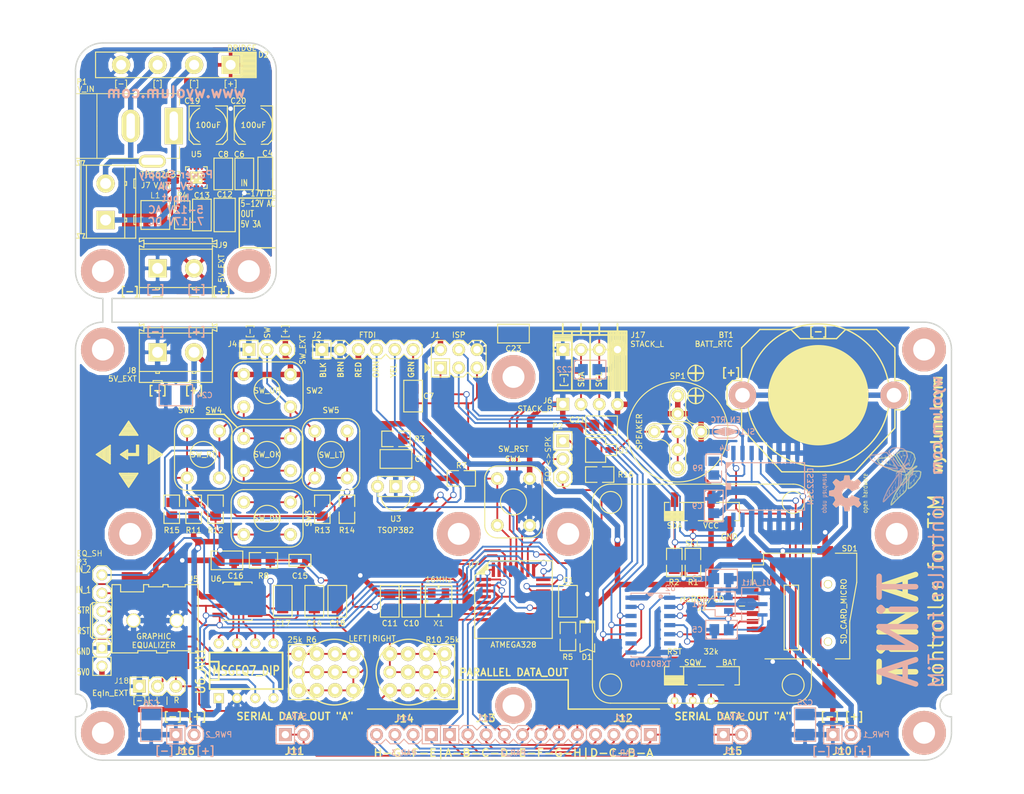
<source format=kicad_pcb>
(kicad_pcb (version 4) (host pcbnew "(2014-09-25 BZR 5147)-product")
  (title_block (title "TiNA - Controller for TiM") (company WyoLum) (comment 1 www.wyolum.com))
  (layers (0 F.Cu signal) (31 B.Cu signal) (34 B.Paste user) (35 F.Paste user) (36 B.SilkS user) (37 F.SilkS user) (38 B.Mask user) (39 F.Mask user) (44 Edge.Cuts user))
  (net 0 "")
  (net 1 +3.3V)
  (net 2 /5V_Out)
  (net 3 /AC1)
  (net 4 /AC2)
  (net 5 /EQ_CG)
  (net 6 /EQ_IN)
  (net 7 /EQ_IN_L)
  (net 8 /EQ_IN_R)
  (net 9 /EQ_OSC)
  (net 10 /EQ_OUT1)
  (net 11 /EQ_OUT2)
  (net 12 /EQ_RST)
  (net 13 /EQ_STR)
  (net 14 /GND_PWR)
  (net 15 /Ir_Dat)
  (net 16 /MISO)
  (net 17 /MOSI)
  (net 18 /OPTION)
  (net 19 /PB6)
  (net 20 /PB7)
  (net 21 /PWR_IN)
  (net 22 /RESET)
  (net 23 /RXD)
  (net 24 /RowA)
  (net 25 /RowB)
  (net 26 /RowC)
  (net 27 /RowD)
  (net 28 /RowE)
  (net 29 /RowF)
  (net 30 /RowG)
  (net 31 /RowH)
  (net 32 /SCK)
  (net 33 /SD_CLK)
  (net 34 /SD_CS)
  (net 35 /SD_DATA_IN)
  (net 36 /SD_DATA_OUT)
  (net 37 /SPK)
  (net 38 /SS)
  (net 39 /SW)
  (net 40 /TXD)
  (net 41 /TiNA_rtc/32k)
  (net 42 /TiNA_rtc/5V0)
  (net 43 /TiNA_rtc/BAT)
  (net 44 /TiNA_rtc/RST)
  (net 45 /TiNA_rtc/SCL)
  (net 46 /TiNA_rtc/SDA)
  (net 47 /TiNA_rtc/SQW)
  (net 48 GND)
  (net 49 "Net-(C14-Pad2)")
  (net 50 "Net-(C18-Pad2)")
  (net 51 "Net-(C3-Pad2)")
  (net 52 "Net-(C7-Pad1)")
  (net 53 "Net-(C8-Pad2)")
  (net 54 "Net-(D1-Pad1)")
  (net 55 "Net-(L1-Pad1)")
  (net 56 "Net-(Q1-Pad2)")
  (net 57 "Net-(Q1-Pad3)")
  (net 58 "Net-(R11-Pad1)")
  (net 59 "Net-(R12-Pad1)")
  (net 60 "Net-(R13-Pad1)")
  (net 61 "Net-(R14-Pad1)")
  (net 62 "Net-(R4-Pad1)")
  (net 63 "Net-(R9-Pad1)")
  (module Bridge (layer F.Cu) (at 39.37 28.448)
    (fp_text reference D2 (at 12.192 -1.397) (layer F.SilkS) (effects (font (size 0.762 0.762) (thickness 0.127))))
    (fp_text value BRIDGE (at 9.2075 -2.3495) (layer F.SilkS) (effects (font (size 0.762 0.762) (thickness 0.127))))
    (fp_text user [+] (at 7.62 2.6035) (layer F.SilkS) (effects (font (size 0.762 0.762) (thickness 0.127))))
    (fp_text user [^] (at 2.54 2.6035) (layer F.SilkS) (effects (font (size 0.762 0.762) (thickness 0.127))))
    (fp_text user [^] (at -2.54 2.6035) (layer F.SilkS) (effects (font (size 0.762 0.762) (thickness 0.127))))
    (fp_text user [-] (at -7.62 2.6035) (layer F.SilkS) (effects (font (size 0.762 0.762) (thickness 0.127))))
    (pad 4 thru_hole circle (at -7.62 0) (size 2.54 2.54) (drill 1.397) (layers *.Cu *.Mask F.SilkS) (net 14 /GND_PWR))
    (pad 3 thru_hole circle (at -2.54 0) (size 2.54 2.54) (drill 1.397) (layers *.Cu *.Mask F.SilkS) (net 4 /AC2))
    (pad 2 thru_hole circle (at 2.54 0) (size 2.54 2.54) (drill 1.397) (layers *.Cu *.Mask F.SilkS) (net 3 /AC1))
    (pad 1 thru_hole rect (at 7.62 0) (size 2.54 2.54) (drill 1.397) (layers *.Cu *.Mask F.SilkS) (net 21 /PWR_IN))
  )
  (module r_0805 (layer F.Cu) (at 40.259 49.3395 90)
    (fp_text reference R4 (at 2.7305 0 180) (layer F.SilkS) (effects (font (size 0.762 0.762) (thickness 0.127))))
    (fp_text value 100k hide)
    (pad 1 smd rect (at 0.9525 0 90) (size 1.30048 1.4986) (layers F.Cu F.Paste F.Mask) (net 62 "Net-(R4-Pad1)"))
    (pad 2 smd rect (at -0.9525 0 90) (size 1.30048 1.4986) (layers F.Cu F.Paste F.Mask) (net 2 /5V_Out))
  )
  (module JACK_ALIM (layer F.Cu) (at 33.0835 36.957)
    (fp_text reference P1 (at -6.7945 -6.1595) (layer F.SilkS) (effects (font (size 0.762 0.762) (thickness 0.127))))
    (fp_text value V_IN (at -6.223 -5.1435) (layer F.SilkS) (effects (font (size 0.762 0.762) (thickness 0.127))))
    (pad 2 thru_hole oval (at 0 0) (size 2.54 4.572) (drill oval 1.1684 3.556) (layers *.Cu *.Mask F.SilkS) (net 4 /AC2))
    (pad 1 thru_hole rect (at 6 0) (size 2.54 5.08) (drill oval 1.1684 4.064) (layers *.Cu *.Mask F.SilkS) (net 3 /AC1))
    (pad 3 thru_hole oval (at 3 4.9) (size 3.81 1.778) (drill oval 3.048 1.016) (layers *.Cu *.Mask F.SilkS) (net 4 /AC2) (clearance 0.0508))
  )
  (module C_ELCO_SMD (layer F.Cu) (at 50.165 36.83)
    (fp_text reference C20 (at -2.0955 -3.3655) (layer F.SilkS) (effects (font (size 0.762 0.762) (thickness 0.127))))
    (fp_text value 100uF (at 0 0) (layer F.SilkS) (effects (font (size 0.762 0.762) (thickness 0.127))))
    (pad 1 smd rect (at 0 2.286) (size 1.6256 3.048) (layers F.Cu F.Paste F.Mask) (net 21 /PWR_IN))
    (pad 2 smd rect (at -0.0635 -2.286) (size 1.6256 3.048) (layers F.Cu F.Paste F.Mask) (net 14 /GND_PWR))
  )
  (module C_ELCO_SMD (layer F.Cu) (at 43.8785 36.83)
    (fp_text reference C19 (at -2.2225 -3.3655) (layer F.SilkS) (effects (font (size 0.762 0.762) (thickness 0.127))))
    (fp_text value 100uF (at 0 0) (layer F.SilkS) (effects (font (size 0.762 0.762) (thickness 0.127))))
    (pad 1 smd rect (at 0 2.286) (size 1.6256 3.048) (layers F.Cu F.Paste F.Mask) (net 21 /PWR_IN))
    (pad 2 smd rect (at -0.0635 -2.286) (size 1.6256 3.048) (layers F.Cu F.Paste F.Mask) (net 14 /GND_PWR))
  )
  (module c_0805 (layer F.Cu) (at 48.895 43.6245 270)
    (fp_text reference C6 (at -2.7305 0.6985 360) (layer F.SilkS) (effects (font (size 0.762 0.762) (thickness 0.127))))
    (fp_text value 100nF hide)
    (pad 1 smd rect (at 1 0 270) (size 1.35 1.55) (layers F.Cu F.Paste F.Mask) (net 14 /GND_PWR))
    (pad 2 smd rect (at -1 0 270) (size 1.35 1.55) (layers F.Cu F.Paste F.Mask) (net 21 /PWR_IN))
  )
  (module c_0805 (layer F.Cu) (at 42.9895 49.3395 90)
    (fp_text reference C13 (at 2.7305 0 180) (layer F.SilkS) (effects (font (size 0.762 0.762) (thickness 0.127))))
    (fp_text value 100nF hide)
    (pad 1 smd rect (at 1 0 90) (size 1.35 1.55) (layers F.Cu F.Paste F.Mask) (net 14 /GND_PWR))
    (pad 2 smd rect (at -1 0 90) (size 1.35 1.55) (layers F.Cu F.Paste F.Mask) (net 2 /5V_Out))
  )
  (module c_0805 (layer F.Cu) (at 45.974 43.6245 270)
    (fp_text reference C8 (at -2.7305 0 360) (layer F.SilkS) (effects (font (size 0.762 0.762) (thickness 0.127))))
    (fp_text value 3.3nF hide)
    (pad 1 smd rect (at 1 0 270) (size 1.35 1.55) (layers F.Cu F.Paste F.Mask) (net 14 /GND_PWR))
    (pad 2 smd rect (at -1 0 270) (size 1.35 1.55) (layers F.Cu F.Paste F.Mask) (net 53 "Net-(C8-Pad2)"))
  )
  (module TPS62132 (layer F.Cu) (at 42.2275 44.1325)
    (fp_text reference U5 (at 0 -3.2385) (layer F.SilkS) (effects (font (size 0.762 0.762) (thickness 0.127))))
    (fp_text value TPS62133 (at -4.953 -0.4445) (layer F.SilkS) (effects (font (size 0.762 0.762) (thickness 0.127))))
    (pad 2 smd oval (at -0.25 1.5) (size 0.28 0.85) (layers F.Cu F.Paste F.Mask) (net 55 "Net-(L1-Pad1)") (clearance 0.07))
    (pad 1 smd oval (at -0.75 1.5) (size 0.28 0.85) (layers F.Cu F.Paste F.Mask) (net 55 "Net-(L1-Pad1)") (clearance 0.07))
    (pad 3 smd oval (at 0.25 1.5) (size 0.28 0.85) (layers F.Cu F.Paste F.Mask) (net 55 "Net-(L1-Pad1)") (clearance 0.07))
    (pad 4 smd oval (at 0.75 1.5) (size 0.28 0.85) (layers F.Cu F.Paste F.Mask) (net 62 "Net-(R4-Pad1)") (clearance 0.07))
    (pad 5 smd oval (at 1.5 0.75) (size 0.85 0.28) (layers F.Cu F.Paste F.Mask) (net 14 /GND_PWR) (clearance 0.07))
    (pad 6 smd oval (at 1.5 0.25) (size 0.85 0.28) (layers F.Cu F.Paste F.Mask) (net 14 /GND_PWR) (clearance 0.07))
    (pad 7 smd oval (at 1.5 -0.25) (size 0.85 0.28) (layers F.Cu F.Paste F.Mask) (net 14 /GND_PWR) (clearance 0.07))
    (pad 8 smd oval (at 1.5 -0.75) (size 0.85 0.28) (layers F.Cu F.Paste F.Mask) (net 14 /GND_PWR) (clearance 0.07))
    (pad 9 smd oval (at 0.75 -1.5) (size 0.28 0.85) (layers F.Cu F.Paste F.Mask) (net 53 "Net-(C8-Pad2)") (clearance 0.07))
    (pad 10 smd oval (at 0.25 -1.5) (size 0.28 0.85) (layers F.Cu F.Paste F.Mask) (net 21 /PWR_IN) (clearance 0.07))
    (pad 11 smd oval (at -0.25 -1.5) (size 0.28 0.85) (layers F.Cu F.Paste F.Mask) (net 21 /PWR_IN) (clearance 0.07))
    (pad 12 smd oval (at -0.75 -1.5) (size 0.28 0.85) (layers F.Cu F.Paste F.Mask) (net 21 /PWR_IN) (clearance 0.07))
    (pad 13 smd oval (at -1.5 -0.75) (size 0.85 0.28) (layers F.Cu F.Paste F.Mask) (net 21 /PWR_IN) (clearance 0.07))
    (pad 14 smd oval (at -1.5 -0.25) (size 0.85 0.28) (layers F.Cu F.Paste F.Mask) (net 2 /5V_Out) (clearance 0.07))
    (pad 15 smd oval (at -1.5 0.25) (size 0.85 0.28) (layers F.Cu F.Paste F.Mask) (net 14 /GND_PWR) (clearance 0.07))
    (pad 16 smd oval (at -1.5 0.75) (size 0.85 0.28) (layers F.Cu F.Paste F.Mask) (net 14 /GND_PWR) (clearance 0.07))
    (pad 16 thru_hole rect (at 0 0) (size 0.5 1.7) (drill 0.3) (layers *.Cu *.Mask F.SilkS) (net 14 /GND_PWR) (clearance 0.07))
    (pad 16 thru_hole rect (at -0.5 -0.425) (size 0.7 0.85) (drill 0.3) (layers *.Cu *.Mask F.SilkS) (net 14 /GND_PWR) (clearance 0.07))
    (pad 16 thru_hole rect (at -0.5 0.425) (size 0.7 0.85) (drill 0.3) (layers *.Cu *.Mask F.SilkS) (net 14 /GND_PWR) (clearance 0.07))
    (pad 16 thru_hole rect (at 0.5 0.425) (size 0.7 0.85) (drill 0.3) (layers *.Cu *.Mask F.SilkS) (net 14 /GND_PWR) (clearance 0.07))
    (pad 16 thru_hole rect (at 0.5 -0.425) (size 0.7 0.85) (drill 0.3) (layers *.Cu *.Mask F.SilkS) (net 14 /GND_PWR) (clearance 0.07))
  )
  (module rtcBOB (layer F.Cu) (at 112.5855 102.0445 180)
    (fp_text reference J3 (at 0 -1.9685 180) (layer F.SilkS) (effects (font (size 0.762 0.762) (thickness 0.127))))
    (fp_text value rtcBOB/CD (at 0 -0.762 180) (layer F.SilkS) (effects (font (size 0.762 0.762) (thickness 0.127))))
    (fp_text user SDA (at 3.81 9.4615 180) (layer F.SilkS) (effects (font (size 0.762 0.762) (thickness 0.127))))
    (fp_text user SCL (at 1.27 6.985 180) (layer F.SilkS) (effects (font (size 0.762 0.762) (thickness 0.127))))
    (fp_text user VCC (at -1.27 9.4615 180) (layer F.SilkS) (effects (font (size 0.762 0.762) (thickness 0.127))))
    (fp_text user GND (at -3.81 7.9375 180) (layer F.SilkS) (effects (font (size 0.762 0.762) (thickness 0.127))))
    (fp_text user BAT (at -3.81 -9.5885 180) (layer F.SilkS) (effects (font (size 0.762 0.762) (thickness 0.127))))
    (fp_text user 32k (at -1.27 -8.0645 180) (layer F.SilkS) (effects (font (size 0.762 0.762) (thickness 0.127))))
    (fp_text user SQW (at 1.27 -9.5885 180) (layer F.SilkS) (effects (font (size 0.762 0.762) (thickness 0.127))))
    (fp_text user RST (at 3.81 -8.0645 180) (layer F.SilkS) (effects (font (size 0.762 0.762) (thickness 0.127))))
    (pad 8 smd rect (at -3.81 9.779 180) (size 1.016 2.032) (layers F.Cu F.Paste F.Mask) (net 48 GND))
    (pad 7 smd rect (at -1.27 13.081 180) (size 1.016 2.032) (layers F.Cu F.Paste F.Mask) (net 42 /TiNA_rtc/5V0))
    (pad 6 smd rect (at 1.27 9.779 180) (size 1.016 2.032) (layers F.Cu F.Paste F.Mask) (net 45 /TiNA_rtc/SCL))
    (pad 5 smd rect (at 3.81 13.081 180) (size 1.016 2.032) (layers F.Cu F.Paste F.Mask) (net 46 /TiNA_rtc/SDA))
    (pad 1 smd rect (at 3.81 -9.779 180) (size 1.016 2.032) (layers F.Cu F.Paste F.Mask) (net 44 /TiNA_rtc/RST))
    (pad 2 smd rect (at 1.27 -13.081 180) (size 1.016 2.032) (layers F.Cu F.Paste F.Mask) (net 47 /TiNA_rtc/SQW))
    (pad 3 smd rect (at -1.27 -9.779 180) (size 1.016 2.032) (layers F.Cu F.Paste F.Mask) (net 41 /TiNA_rtc/32k))
    (pad 4 smd rect (at -3.81 -13.081 180) (size 1.016 2.032) (layers F.Cu F.Paste F.Mask) (net 43 /TiNA_rtc/BAT))
  )
  (module c_0805 (layer F.Cu) (at 93.94 103.102 270)
    (fp_text reference C1 (at -2.899 -0.04 360) (layer F.SilkS) (effects (font (size 0.762 0.762) (thickness 0.127))))
    (fp_text value 100nF hide)
    (pad 1 smd rect (at 1 0 270) (size 1.35 1.55) (layers F.Cu F.Paste F.Mask) (net 42 /TiNA_rtc/5V0))
    (pad 2 smd rect (at -1 0 270) (size 1.35 1.55) (layers F.Cu F.Paste F.Mask) (net 48 GND))
  )
  (module c_0805 (layer B.Cu) (at 115.316 99.949 180)
    (fp_text reference C2 (at 3.3655 0 180) (layer B.SilkS) (effects (font (size 0.762 0.762) (thickness 0.127)) (justify mirror)))
    (fp_text value 1uF hide)
    (pad 1 smd rect (at 1 0 180) (size 1.35 1.55) (layers B.Cu B.Paste B.Mask) (net 42 /TiNA_rtc/5V0))
    (pad 2 smd rect (at -1 0 180) (size 1.35 1.55) (layers B.Cu B.Paste B.Mask) (net 48 GND))
  )
  (module c_0805 (layer F.Cu) (at 70 83.3 180)
    (fp_text reference C3 (at -3.3425 -0.012 180) (layer F.SilkS) (effects (font (size 0.762 0.762) (thickness 0.127))))
    (fp_text value 220nF hide)
    (pad 1 smd rect (at 1 0 180) (size 1.35 1.55) (layers F.Cu F.Paste F.Mask) (net 48 GND))
    (pad 2 smd rect (at -1 0 180) (size 1.35 1.55) (layers F.Cu F.Paste F.Mask) (net 51 "Net-(C3-Pad2)"))
  )
  (module c_0805 (layer B.Cu) (at 115.316 107.061)
    (fp_text reference C5 (at -3.3655 0) (layer B.SilkS) (effects (font (size 0.762 0.762) (thickness 0.127)) (justify mirror)))
    (fp_text value 1uF hide)
    (pad 1 smd rect (at 1 0) (size 1.35 1.55) (layers B.Cu B.Paste B.Mask) (net 1 +3.3V))
    (pad 2 smd rect (at -1 0) (size 1.35 1.55) (layers B.Cu B.Paste B.Mask) (net 48 GND))
  )
  (module c_0805 (layer F.Cu) (at 72.39 74.549 90)
    (fp_text reference C7 (at 0 2.159 180) (layer F.SilkS) (effects (font (size 0.762 0.762) (thickness 0.127))))
    (fp_text value 100nF hide)
    (pad 1 smd rect (at 1 0 90) (size 1.35 1.55) (layers F.Cu F.Paste F.Mask) (net 52 "Net-(C7-Pad1)"))
    (pad 2 smd rect (at -1 0 90) (size 1.35 1.55) (layers F.Cu F.Paste F.Mask) (net 22 /RESET))
  )
  (module c_0805 (layer B.Cu) (at 114.2365 89.8525 270)
    (fp_text reference C9 (at 0 2.286 360) (layer B.SilkS) (effects (font (size 0.762 0.762) (thickness 0.127)) (justify mirror)))
    (fp_text value 100nF hide)
    (pad 1 smd rect (at 1 0 270) (size 1.35 1.55) (layers B.Cu B.Paste B.Mask) (net 43 /TiNA_rtc/BAT))
    (pad 2 smd rect (at -1 0 270) (size 1.35 1.55) (layers B.Cu B.Paste B.Mask) (net 48 GND))
  )
  (module c_0805 (layer F.Cu) (at 72.14 103.102 270)
    (fp_text reference C10 (at 3.07 0.004 360) (layer F.SilkS) (effects (font (size 0.762 0.762) (thickness 0.127))))
    (fp_text value 22pF hide)
    (pad 1 smd rect (at 1 0 270) (size 1.35 1.55) (layers F.Cu F.Paste F.Mask) (net 19 /PB6))
    (pad 2 smd rect (at -1 0 270) (size 1.35 1.55) (layers F.Cu F.Paste F.Mask) (net 48 GND))
  )
  (module c_0805 (layer F.Cu) (at 69.14 103.102 270)
    (fp_text reference C11 (at 3.07 -0.0115 360) (layer F.SilkS) (effects (font (size 0.762 0.762) (thickness 0.127))))
    (fp_text value 22pF hide)
    (pad 1 smd rect (at 1 0 270) (size 1.35 1.55) (layers F.Cu F.Paste F.Mask) (net 20 /PB7))
    (pad 2 smd rect (at -1 0 270) (size 1.35 1.55) (layers F.Cu F.Paste F.Mask) (net 48 GND))
  )
  (module c_0805 (layer F.Cu) (at 54.24 103.102 90)
    (fp_text reference C17 (at -3.07 -0.011 180) (layer F.SilkS) (effects (font (size 0.762 0.762) (thickness 0.127))))
    (fp_text value 100nF hide)
    (pad 1 smd rect (at 1 0 90) (size 1.35 1.55) (layers F.Cu F.Paste F.Mask) (net 48 GND))
    (pad 2 smd rect (at -1 0 90) (size 1.35 1.55) (layers F.Cu F.Paste F.Mask) (net 5 /EQ_CG))
  )
  (module c_0805 (layer F.Cu) (at 58.64 103.102 90)
    (fp_text reference C14 (at -3.07 -0.0295 180) (layer F.SilkS) (effects (font (size 0.762 0.762) (thickness 0.127))))
    (fp_text value 10nF hide)
    (pad 1 smd rect (at 1 0 90) (size 1.35 1.55) (layers F.Cu F.Paste F.Mask) (net 6 /EQ_IN))
    (pad 2 smd rect (at -1 0 90) (size 1.35 1.55) (layers F.Cu F.Paste F.Mask) (net 49 "Net-(C14-Pad2)"))
  )
  (module c_0805 (layer F.Cu) (at 46.482 97.409 180)
    (fp_text reference C16 (at -1.2065 -2.159 180) (layer F.SilkS) (effects (font (size 0.762 0.762) (thickness 0.127))))
    (fp_text value 100nF hide)
    (pad 1 smd rect (at 1 0 180) (size 1.35 1.55) (layers F.Cu F.Paste F.Mask) (net 48 GND))
    (pad 2 smd rect (at -1 0 180) (size 1.35 1.55) (layers F.Cu F.Paste F.Mask) (net 42 /TiNA_rtc/5V0))
  )
  (module c_0805 (layer F.Cu) (at 61.84 103.102 90)
    (fp_text reference C18 (at -3.07 0.009 180) (layer F.SilkS) (effects (font (size 0.762 0.762) (thickness 0.127))))
    (fp_text value 10nF hide)
    (pad 1 smd rect (at 1 0 90) (size 1.35 1.55) (layers F.Cu F.Paste F.Mask) (net 6 /EQ_IN))
    (pad 2 smd rect (at -1 0 90) (size 1.35 1.55) (layers F.Cu F.Paste F.Mask) (net 50 "Net-(C18-Pad2)"))
  )
  (module c_0805 (layer F.Cu) (at 98.6155 78.613 180)
    (fp_text reference C21 (at 3.3655 0.762 180) (layer F.SilkS) (effects (font (size 0.762 0.762) (thickness 0.127))))
    (fp_text value 100nF hide)
    (pad 1 smd rect (at 1 0 180) (size 1.35 1.55) (layers F.Cu F.Paste F.Mask) (net 48 GND))
    (pad 2 smd rect (at -1 0 180) (size 1.35 1.55) (layers F.Cu F.Paste F.Mask) (net 42 /TiNA_rtc/5V0))
  )
  (module c_0805 (layer B.Cu) (at 97.028 70.866 180)
    (fp_text reference C22 (at 3.556 0 180) (layer B.SilkS) (effects (font (size 0.762 0.762) (thickness 0.127)) (justify mirror)))
    (fp_text value 100nF hide)
    (pad 1 smd rect (at 1 0 180) (size 1.35 1.55) (layers B.Cu B.Paste B.Mask) (net 48 GND))
    (pad 2 smd rect (at -1 0 180) (size 1.35 1.55) (layers B.Cu B.Paste B.Mask) (net 42 /TiNA_rtc/5V0))
  )
  (module c_0805 (layer F.Cu) (at 86.36 65.8495)
    (fp_text reference C23 (at 0 2.0955) (layer F.SilkS) (effects (font (size 0.762 0.762) (thickness 0.127))))
    (fp_text value 100nF hide)
    (pad 1 smd rect (at 1 0) (size 1.35 1.55) (layers F.Cu F.Paste F.Mask) (net 48 GND))
    (pad 2 smd rect (at -1 0) (size 1.35 1.55) (layers F.Cu F.Paste F.Mask) (net 42 /TiNA_rtc/5V0))
  )
  (module STACK-R (layer F.Cu) (at 97.028 68.072 180)
    (fp_text reference J17 (at -6.6675 2.032 180) (layer F.SilkS) (effects (font (size 0.762 0.762) (thickness 0.127))))
    (fp_text value STACK_R (at 7.6835 -8.255 180) (layer F.SilkS) (effects (font (size 0.762 0.762) (thickness 0.127))))
    (pad 1 thru_hole circle (at -3.81 0 180) (size 1.778 1.778) (drill 1.016) (layers *.Cu *.Mask F.SilkS) (net 42 /TiNA_rtc/5V0))
    (pad 2 thru_hole circle (at -1.27 0 180) (size 1.778 1.778) (drill 1.016) (layers *.Cu *.Mask F.SilkS) (net 45 /TiNA_rtc/SCL))
    (pad 3 thru_hole circle (at 1.27 0 180) (size 1.778 1.778) (drill 1.016) (layers *.Cu *.Mask F.SilkS) (net 46 /TiNA_rtc/SDA))
    (pad 4 thru_hole rect (at 3.81 0 180) (size 1.778 1.778) (drill 1.016) (layers *.Cu *.Mask F.SilkS) (net 48 GND))
  )
  (module Pot-Var2 (layer F.Cu) (at 58.9915 112.9665)
    (fp_text reference R6 (at -0.762 -4.5085) (layer F.SilkS) (effects (font (size 0.762 0.762) (thickness 0.127))))
    (fp_text value 25k (at -3.048 -4.5085) (layer F.SilkS) (effects (font (size 0.762 0.762) (thickness 0.127))))
    (pad 1 thru_hole circle (at -2.54 -2.54) (size 2.032 2.032) (drill 1.016) (layers *.Cu *.Mask F.SilkS) (net 7 /EQ_IN_L))
    (pad 3 thru_hole circle (at -2.54 2.54) (size 2.032 2.032) (drill 1.016) (layers *.Cu *.Mask F.SilkS) (net 49 "Net-(C14-Pad2)"))
    (pad 2 thru_hole circle (at -2.54 0) (size 1.778 1.778) (drill 1.016) (layers *.Cu *.Mask F.SilkS) (net 49 "Net-(C14-Pad2)"))
    (pad 1 thru_hole circle (at 0 -2.54) (size 2.032 2.032) (drill 1.016) (layers *.Cu *.Mask F.SilkS) (net 7 /EQ_IN_L))
    (pad 3 thru_hole circle (at 0 2.54) (size 2.032 2.032) (drill 1.016) (layers *.Cu *.Mask F.SilkS) (net 49 "Net-(C14-Pad2)"))
    (pad 2 thru_hole circle (at 0 0) (size 2.032 2.032) (drill 1.016) (layers *.Cu *.Mask F.SilkS) (net 49 "Net-(C14-Pad2)"))
    (pad 3 thru_hole circle (at 2.54 2.54) (size 2.032 2.032) (drill 1.016) (layers *.Cu *.Mask F.SilkS) (net 49 "Net-(C14-Pad2)"))
    (pad 1 thru_hole circle (at 2.54 -2.54) (size 2.032 2.032) (drill 1.016) (layers *.Cu *.Mask F.SilkS) (net 7 /EQ_IN_L))
    (pad 2 thru_hole circle (at 2.54 0) (size 2.032 2.032) (drill 1.016) (layers *.Cu *.Mask F.SilkS) (net 49 "Net-(C14-Pad2)"))
    (pad 2 thru_hole circle (at 5.08 0) (size 1.778 1.778) (drill 1.016) (layers *.Cu *.Mask F.SilkS) (net 49 "Net-(C14-Pad2)"))
    (pad 1 thru_hole circle (at 5.08 -2.54) (size 2.032 2.032) (drill 1.016) (layers *.Cu *.Mask F.SilkS) (net 7 /EQ_IN_L))
    (pad 3 thru_hole circle (at 5.08 2.54) (size 2.032 2.032) (drill 1.016) (layers *.Cu *.Mask F.SilkS) (net 49 "Net-(C14-Pad2)"))
  )
  (module Pot-Var2 (layer F.Cu) (at 74.2315 112.9665 180)
    (fp_text reference R10 (at -1.016 4.5085 180) (layer F.SilkS) (effects (font (size 0.762 0.762) (thickness 0.127))))
    (fp_text value 25k (at -3.556 4.5085 180) (layer F.SilkS) (effects (font (size 0.762 0.762) (thickness 0.127))))
    (pad 1 thru_hole circle (at -2.54 -2.54 180) (size 2.032 2.032) (drill 1.016) (layers *.Cu *.Mask F.SilkS) (net 8 /EQ_IN_R))
    (pad 3 thru_hole circle (at -2.54 2.54 180) (size 2.032 2.032) (drill 1.016) (layers *.Cu *.Mask F.SilkS) (net 50 "Net-(C18-Pad2)"))
    (pad 2 thru_hole circle (at -2.54 0 180) (size 1.778 1.778) (drill 1.016) (layers *.Cu *.Mask F.SilkS) (net 50 "Net-(C18-Pad2)"))
    (pad 1 thru_hole circle (at 0 -2.54 180) (size 2.032 2.032) (drill 1.016) (layers *.Cu *.Mask F.SilkS) (net 8 /EQ_IN_R))
    (pad 3 thru_hole circle (at 0 2.54 180) (size 2.032 2.032) (drill 1.016) (layers *.Cu *.Mask F.SilkS) (net 50 "Net-(C18-Pad2)"))
    (pad 2 thru_hole circle (at 0 0 180) (size 2.032 2.032) (drill 1.016) (layers *.Cu *.Mask F.SilkS) (net 50 "Net-(C18-Pad2)"))
    (pad 3 thru_hole circle (at 2.54 2.54 180) (size 2.032 2.032) (drill 1.016) (layers *.Cu *.Mask F.SilkS) (net 50 "Net-(C18-Pad2)"))
    (pad 1 thru_hole circle (at 2.54 -2.54 180) (size 2.032 2.032) (drill 1.016) (layers *.Cu *.Mask F.SilkS) (net 8 /EQ_IN_R))
    (pad 2 thru_hole circle (at 2.54 0 180) (size 2.032 2.032) (drill 1.016) (layers *.Cu *.Mask F.SilkS) (net 50 "Net-(C18-Pad2)"))
    (pad 2 thru_hole circle (at 5.08 0 180) (size 1.778 1.778) (drill 1.016) (layers *.Cu *.Mask F.SilkS) (net 50 "Net-(C18-Pad2)"))
    (pad 1 thru_hole circle (at 5.08 -2.54 180) (size 2.032 2.032) (drill 1.016) (layers *.Cu *.Mask F.SilkS) (net 8 /EQ_IN_R))
    (pad 3 thru_hole circle (at 5.08 2.54 180) (size 2.032 2.032) (drill 1.016) (layers *.Cu *.Mask F.SilkS) (net 50 "Net-(C18-Pad2)"))
  )
  (module PIN_ARRAY-6X1 (layer F.Cu) (at 66.04 68.072)
    (fp_text reference J2 (at -7.0485 -2.032) (layer F.SilkS) (effects (font (size 0.762 0.762) (thickness 0.127))))
    (fp_text value FTDI (at 0 -2.032) (layer F.SilkS) (effects (font (size 0.762 0.762) (thickness 0.127))))
    (pad 1 thru_hole rect (at -6.35 0) (size 1.778 1.778) (drill 1.016) (layers *.Cu *.Mask F.SilkS) (net 48 GND))
    (pad 2 thru_hole circle (at -3.81 0) (size 1.778 1.778) (drill 1.016) (layers *.Cu *.Mask F.SilkS) (net 48 GND))
    (pad 3 thru_hole circle (at -1.27 0) (size 1.778 1.778) (drill 1.016) (layers *.Cu *.Mask F.SilkS) (net 42 /TiNA_rtc/5V0))
    (pad 4 thru_hole circle (at 1.27 0) (size 1.778 1.778) (drill 1.016) (layers *.Cu *.Mask F.SilkS) (net 23 /RXD))
    (pad 5 thru_hole circle (at 3.81 0) (size 1.778 1.778) (drill 1.016) (layers *.Cu *.Mask F.SilkS) (net 40 /TXD))
    (pad 6 thru_hole circle (at 6.35 0) (size 1.778 1.778) (drill 1.016) (layers *.Cu *.Mask F.SilkS) (net 52 "Net-(C7-Pad1)"))
  )
  (module PIN_ARRAY_4x1 (layer B.Cu) (at 101.6 121.666 180)
    (fp_text reference J12 (at 0 2.286 180) (layer B.SilkS) (effects (font (size 0.762 0.762) (thickness 0.127)) (justify mirror)))
    (fp_text value PAR_1 (at 0 -2.54 180) (layer B.SilkS) (effects (font (size 0.762 0.762) (thickness 0.127)) (justify mirror)))
    (pad 1 thru_hole rect (at -3.81 0 180) (size 1.778 1.778) (drill 1.016) (layers *.Cu *.Mask B.SilkS) (net 24 /RowA))
    (pad 2 thru_hole circle (at -1.27 0 180) (size 1.778 1.778) (drill 1.016) (layers *.Cu *.Mask B.SilkS) (net 25 /RowB))
    (pad 3 thru_hole circle (at 1.27 0 180) (size 1.778 1.778) (drill 1.016) (layers *.Cu *.Mask B.SilkS) (net 26 /RowC))
    (pad 4 thru_hole circle (at 3.81 0 180) (size 1.778 1.778) (drill 1.016) (layers *.Cu *.Mask B.SilkS) (net 27 /RowD))
  )
  (module PIN_ARRAY_4x1 (layer B.Cu) (at 71.12 121.666 180)
    (fp_text reference J14 (at 0 2.286 180) (layer B.SilkS) (effects (font (size 0.762 0.762) (thickness 0.127)) (justify mirror)))
    (fp_text value PAR_3 (at 0 -2.54 180) (layer B.SilkS) (effects (font (size 0.762 0.762) (thickness 0.127)) (justify mirror)))
    (pad 1 thru_hole rect (at -3.81 0 180) (size 1.778 1.778) (drill 1.016) (layers *.Cu *.Mask B.SilkS) (net 28 /RowE))
    (pad 2 thru_hole circle (at -1.27 0 180) (size 1.778 1.778) (drill 1.016) (layers *.Cu *.Mask B.SilkS) (net 29 /RowF))
    (pad 3 thru_hole circle (at 1.27 0 180) (size 1.778 1.778) (drill 1.016) (layers *.Cu *.Mask B.SilkS) (net 30 /RowG))
    (pad 4 thru_hole circle (at 3.81 0 180) (size 1.778 1.778) (drill 1.016) (layers *.Cu *.Mask B.SilkS) (net 31 /RowH))
  )
  (module CR2032 (layer F.Cu) (at 128.778 74.422)
    (fp_text reference BT1 (at -12.827 -8.382) (layer F.SilkS) (effects (font (size 0.762 0.762) (thickness 0.127))))
    (fp_text value BATT_RTC (at -14.5415 -7.112) (layer F.SilkS) (effects (font (size 0.762 0.762) (thickness 0.127))))
    (fp_text user [-] (at 0 -8.89) (layer F.SilkS) (effects (font (size 1.016 1.016) (thickness 0.2032))))
    (fp_text user [+] (at -12.1285 -3.175) (layer F.SilkS) (effects (font (size 1.016 1.016) (thickness 0.2032))))
    (pad + thru_hole circle (at -10.541 0) (size 3.81 3.81) (drill 2.032) (layers B.Cu B.Adhes B.Paste B.SilkS B.Mask) (net 43 /TiNA_rtc/BAT))
    (pad + thru_hole circle (at 10.541 0) (size 3.81 3.81) (drill 2.032) (layers B.Cu B.Adhes B.Paste B.SilkS B.Mask) (net 43 /TiNA_rtc/BAT))
    (pad - smd circle (at 0 0) (size 13.97 13.97) (layers F.Cu F.Adhes F.Paste F.SilkS F.Mask) (net 48 GND) (clearance 2.54))
  )
  (module r_0805 (layer F.Cu) (at 51.562 97.409)
    (fp_text reference R8 (at 0 2.159) (layer F.SilkS) (effects (font (size 0.762 0.762) (thickness 0.127))))
    (fp_text value 200k hide)
    (pad 1 smd rect (at 0.9525 0) (size 1.30048 1.4986) (layers F.Cu F.Paste F.Mask) (net 9 /EQ_OSC))
    (pad 2 smd rect (at -0.9525 0) (size 1.30048 1.4986) (layers F.Cu F.Paste F.Mask) (net 42 /TiNA_rtc/5V0))
  )
  (module SO8E (layer F.Cu) (at 47.94 103.102 270)
    (fp_text reference U6 (at -3.1276 2.982 360) (layer F.SilkS) (effects (font (size 0.762 0.762) (thickness 0.127))))
    (fp_text value MSGEQ7 hide)
    (pad 8 smd rect (at -1.905 -2.465 270) (size 0.6096 2.032) (layers F.Cu F.Paste F.Mask) (net 9 /EQ_OSC))
    (pad 1 smd rect (at -1.905 2.465 270) (size 0.6096 2.032) (layers F.Cu F.Paste F.Mask) (net 42 /TiNA_rtc/5V0))
    (pad 7 smd rect (at -0.635 -2.465 270) (size 0.6096 2.032) (layers F.Cu F.Paste F.Mask) (net 12 /EQ_RST))
    (pad 6 smd rect (at 0.635 -2.465 270) (size 0.6096 2.032) (layers F.Cu F.Paste F.Mask) (net 5 /EQ_CG))
    (pad 5 smd rect (at 1.905 -2.465 270) (size 0.6096 2.032) (layers F.Cu F.Paste F.Mask) (net 6 /EQ_IN))
    (pad 2 smd rect (at -0.635 2.465 270) (size 0.6096 2.032) (layers F.Cu F.Paste F.Mask) (net 48 GND))
    (pad 3 smd rect (at 0.635 2.465 270) (size 0.6096 2.032) (layers F.Cu F.Paste F.Mask) (net 10 /EQ_OUT1))
    (pad 4 smd rect (at 1.905 2.465 270) (size 0.6096 2.032) (layers F.Cu F.Paste F.Mask) (net 13 /EQ_STR))
  )
  (module r_0805 (layer F.Cu) (at 70 80.5 180)
    (fp_text reference R3 (at -3.279 -0.018 180) (layer F.SilkS) (effects (font (size 0.762 0.762) (thickness 0.127))))
    (fp_text value 100E hide)
    (pad 1 smd rect (at 0.9525 0 180) (size 1.30048 1.4986) (layers F.Cu F.Paste F.Mask) (net 42 /TiNA_rtc/5V0))
    (pad 2 smd rect (at -0.9525 0 180) (size 1.30048 1.4986) (layers F.Cu F.Paste F.Mask) (net 51 "Net-(C3-Pad2)"))
  )
  (module DS3231 (layer B.Cu) (at 121.412 87.122)
    (fp_text reference U4 (at -5.6515 -5.334) (layer B.SilkS) (effects (font (size 0.762 0.762) (thickness 0.127)) (justify mirror)))
    (fp_text value DS3231N (at 6.2865 0 270) (layer B.SilkS) (effects (font (size 0.762 0.762) (thickness 0.127)) (justify mirror)))
    (pad 1 smd rect (at -4.445 -4.65074) (size 0.59944 1.99898) (layers B.Cu B.Paste B.Mask) (net 41 /TiNA_rtc/32k))
    (pad 2 smd rect (at -3.175 -4.65074) (size 0.59944 1.99898) (layers B.Cu B.Paste B.Mask) (net 63 "Net-(R9-Pad1)"))
    (pad 3 smd rect (at -1.905 -4.65074) (size 0.59944 1.99898) (layers B.Cu B.Paste B.Mask) (net 47 /TiNA_rtc/SQW))
    (pad 4 smd rect (at -0.635 -4.65074) (size 0.59944 1.99898) (layers B.Cu B.Paste B.Mask) (net 44 /TiNA_rtc/RST))
    (pad 5 smd rect (at 0.635 -4.65074) (size 0.59944 1.99898) (layers B.Cu B.Paste B.Mask) (net 48 GND))
    (pad 6 smd rect (at 1.905 -4.65074) (size 0.59944 1.99898) (layers B.Cu B.Paste B.Mask) (net 48 GND))
    (pad 7 smd rect (at 3.175 -4.65074) (size 0.59944 1.99898) (layers B.Cu B.Paste B.Mask) (net 48 GND))
    (pad 8 smd rect (at 4.445 -4.65074) (size 0.59944 1.99898) (layers B.Cu B.Paste B.Mask) (net 48 GND))
    (pad 9 smd rect (at 4.445 4.65074) (size 0.59944 1.99898) (layers B.Cu B.Paste B.Mask) (net 48 GND))
    (pad 10 smd rect (at 3.175 4.65074) (size 0.59944 1.99898) (layers B.Cu B.Paste B.Mask) (net 48 GND))
    (pad 11 smd rect (at 1.905 4.65074) (size 0.59944 1.99898) (layers B.Cu B.Paste B.Mask) (net 48 GND))
    (pad 12 smd rect (at 0.635 4.65074) (size 0.59944 1.99898) (layers B.Cu B.Paste B.Mask) (net 48 GND))
    (pad 13 smd rect (at -0.635 4.65074) (size 0.59944 1.99898) (layers B.Cu B.Paste B.Mask) (net 48 GND))
    (pad 14 smd rect (at -1.905 4.65074) (size 0.59944 1.99898) (layers B.Cu B.Paste B.Mask) (net 43 /TiNA_rtc/BAT))
    (pad 15 smd rect (at -3.175 4.65074) (size 0.59944 1.99898) (layers B.Cu B.Paste B.Mask) (net 46 /TiNA_rtc/SDA))
    (pad 16 smd rect (at -4.445 4.65074) (size 0.59944 1.99898) (layers B.Cu B.Paste B.Mask) (net 45 /TiNA_rtc/SCL))
  )
  (module TXB0104D (layer B.Cu) (at 105.41 106.426 270)
    (fp_text reference U2 (at -5.1435 -2.794 360) (layer B.SilkS) (effects (font (size 0.762 0.762) (thickness 0.127)) (justify mirror)))
    (fp_text value TXB0104D (at 5.3975 0 360) (layer B.SilkS) (effects (font (size 0.762 0.762) (thickness 0.127)) (justify mirror)))
    (pad 5 smd rect (at 1.27 -2.6924 270) (size 0.5969 1.5494) (layers B.Cu B.Paste B.Mask) (net 33 /SD_CLK) (clearance 0.0762))
    (pad 6 smd rect (at 2.54 -2.6924 270) (size 0.5969 1.5494) (layers B.Cu B.Paste B.Mask) (clearance 0.0762))
    (pad 7 smd rect (at 3.81 -2.6924 270) (size 0.5969 1.5494) (layers B.Cu B.Paste B.Mask) (net 48 GND) (clearance 0.0762))
    (pad 10 smd rect (at 1.27 2.6924 270) (size 0.5969 1.5494) (layers B.Cu B.Paste B.Mask) (net 32 /SCK) (clearance 0.0762))
    (pad 2 smd rect (at -2.54 -2.6924 270) (size 0.5969 1.5494) (layers B.Cu B.Paste B.Mask) (net 34 /SD_CS) (clearance 0.0762))
    (pad 3 smd rect (at -1.27 -2.6924 270) (size 0.5969 1.5494) (layers B.Cu B.Paste B.Mask) (net 35 /SD_DATA_IN) (clearance 0.0762))
    (pad 4 smd rect (at 0 -2.6924 270) (size 0.5969 1.5494) (layers B.Cu B.Paste B.Mask) (net 36 /SD_DATA_OUT) (clearance 0.0762))
    (pad 12 smd rect (at -1.27 2.6924 270) (size 0.5969 1.5494) (layers B.Cu B.Paste B.Mask) (net 17 /MOSI) (clearance 0.0762))
    (pad 13 smd rect (at -2.54 2.6924 270) (size 0.5969 1.5494) (layers B.Cu B.Paste B.Mask) (net 38 /SS) (clearance 0.0762))
    (pad 14 smd rect (at -3.81 2.6924 270) (size 0.5969 1.5494) (layers B.Cu B.Paste B.Mask) (net 42 /TiNA_rtc/5V0) (clearance 0.0762))
    (pad 9 smd rect (at 2.54 2.6924 270) (size 0.5969 1.5494) (layers B.Cu B.Paste B.Mask) (clearance 0.0762))
    (pad 1 smd rect (at -3.81 -2.6924 270) (size 0.5969 1.5494) (layers B.Cu B.Paste B.Mask) (net 1 +3.3V) (clearance 0.0762))
    (pad 8 smd rect (at 3.81 2.6924 270) (size 0.5969 1.5494) (layers B.Cu B.Paste B.Mask) (net 1 +3.3V) (clearance 0.0762))
    (pad 11 smd rect (at 0 2.6924 270) (size 0.5969 1.5494) (layers B.Cu B.Paste B.Mask) (net 16 /MISO) (clearance 0.0762))
  )
  (module r_0805 (layer B.Cu) (at 114.2365 84.582 90)
    (fp_text reference R9 (at 0 -2.2225 180) (layer B.SilkS) (effects (font (size 0.762 0.762) (thickness 0.127)) (justify mirror)))
    (fp_text value 10k hide)
    (pad 1 smd rect (at 0.9525 0 90) (size 1.30048 1.4986) (layers B.Cu B.Paste B.Mask) (net 63 "Net-(R9-Pad1)"))
    (pad 2 smd rect (at -0.9525 0 90) (size 1.30048 1.4986) (layers B.Cu B.Paste B.Mask) (net 47 /TiNA_rtc/SQW))
  )
  (module r_0805 (layer F.Cu) (at 79.1 86 180)
    (fp_text reference R7 (at -0.021 1.799 180) (layer F.SilkS) (effects (font (size 0.762 0.762) (thickness 0.127))))
    (fp_text value 10k hide)
    (pad 1 smd rect (at 0.9525 0 180) (size 1.30048 1.4986) (layers F.Cu F.Paste F.Mask) (net 42 /TiNA_rtc/5V0))
    (pad 2 smd rect (at -0.9525 0 180) (size 1.30048 1.4986) (layers F.Cu F.Paste F.Mask) (net 22 /RESET))
  )
  (module r_0805 (layer F.Cu) (at 93.94 108.002 90)
    (fp_text reference R5 (at -2.869 -0.0235 180) (layer F.SilkS) (effects (font (size 0.762 0.762) (thickness 0.127))))
    (fp_text value 1k5 hide)
    (pad 1 smd rect (at 0.9525 0 90) (size 1.30048 1.4986) (layers F.Cu F.Paste F.Mask) (net 32 /SCK))
    (pad 2 smd rect (at -0.9525 0 90) (size 1.30048 1.4986) (layers F.Cu F.Paste F.Mask) (net 54 "Net-(D1-Pad1)"))
  )
  (module r_0805 (layer F.Cu) (at 108.74 97.702 270)
    (fp_text reference R2 (at 2.755 0.028 360) (layer F.SilkS) (effects (font (size 0.762 0.762) (thickness 0.127))))
    (fp_text value 10k hide)
    (pad 1 smd rect (at 0.9525 0 270) (size 1.30048 1.4986) (layers F.Cu F.Paste F.Mask) (net 42 /TiNA_rtc/5V0))
    (pad 2 smd rect (at -0.9525 0 270) (size 1.30048 1.4986) (layers F.Cu F.Paste F.Mask) (net 46 /TiNA_rtc/SDA))
  )
  (module r_0805 (layer F.Cu) (at 111.34 97.702 270)
    (fp_text reference R1 (at 2.755 -0.039 360) (layer F.SilkS) (effects (font (size 0.762 0.762) (thickness 0.127))))
    (fp_text value 10k hide)
    (pad 1 smd rect (at 0.9525 0 270) (size 1.30048 1.4986) (layers F.Cu F.Paste F.Mask) (net 42 /TiNA_rtc/5V0))
    (pad 2 smd rect (at -0.9525 0 270) (size 1.30048 1.4986) (layers F.Cu F.Paste F.Mask) (net 45 /TiNA_rtc/SCL))
  )
  (module TQFP32 (layer F.Cu) (at 86.36 102.87)
    (fp_text reference U7 (at -5.5245 -4.826) (layer F.SilkS) (effects (font (size 0.762 0.762) (thickness 0.127))))
    (fp_text value ATMEGA328 (at 0 6.2865) (layer F.SilkS) (effects (font (size 0.762 0.762) (thickness 0.127))))
    (pad 8 smd rect (at -4.15036 2.79908) (size 1.99898 0.44958) (layers F.Cu F.Paste F.Mask) (net 20 /PB7) (clearance 0.127))
    (pad 7 smd rect (at -4.15036 1.99898) (size 1.99898 0.44958) (layers F.Cu F.Paste F.Mask) (net 19 /PB6) (clearance 0.14986))
    (pad 6 smd rect (at -4.15036 1.19888) (size 1.99898 0.44958) (layers F.Cu F.Paste F.Mask) (net 42 /TiNA_rtc/5V0) (clearance 0.14986))
    (pad 5 smd rect (at -4.15036 0.39878) (size 1.99898 0.44958) (layers F.Cu F.Paste F.Mask) (net 48 GND) (clearance 0.14986))
    (pad 4 smd rect (at -4.15036 -0.39878) (size 1.99898 0.44958) (layers F.Cu F.Paste F.Mask) (net 42 /TiNA_rtc/5V0) (clearance 0.14986))
    (pad 3 smd rect (at -4.15036 -1.19888) (size 1.99898 0.44958) (layers F.Cu F.Paste F.Mask) (net 48 GND) (clearance 0.14986))
    (pad 2 smd rect (at -4.15036 -1.99898) (size 1.99898 0.44958) (layers F.Cu F.Paste F.Mask) (net 26 /RowC) (clearance 0.14986))
    (pad 1 smd rect (at -4.15036 -2.79908) (size 1.99898 0.44958) (layers F.Cu F.Paste F.Mask) (net 25 /RowB) (clearance 0.127))
    (pad 24 smd rect (at 4.15036 -2.79908) (size 1.99898 0.44958) (layers F.Cu F.Paste F.Mask) (net 12 /EQ_RST) (clearance 0.127))
    (pad 17 smd rect (at 4.15036 2.79908) (size 1.99898 0.44958) (layers F.Cu F.Paste F.Mask) (net 32 /SCK) (clearance 0.127))
    (pad 18 smd rect (at 4.15036 1.99898) (size 1.99898 0.44958) (layers F.Cu F.Paste F.Mask) (net 42 /TiNA_rtc/5V0) (clearance 0.14986))
    (pad 19 smd rect (at 4.15036 1.19888) (size 1.99898 0.44958) (layers F.Cu F.Paste F.Mask) (net 39 /SW) (clearance 0.14986))
    (pad 20 smd rect (at 4.15036 0.39878) (size 1.99898 0.44958) (layers F.Cu F.Paste F.Mask) (net 42 /TiNA_rtc/5V0) (clearance 0.14986))
    (pad 21 smd rect (at 4.15036 -0.39878) (size 1.99898 0.44958) (layers F.Cu F.Paste F.Mask) (net 48 GND) (clearance 0.14986))
    (pad 22 smd rect (at 4.15036 -1.19888) (size 1.99898 0.44958) (layers F.Cu F.Paste F.Mask) (net 15 /Ir_Dat) (clearance 0.14986))
    (pad 23 smd rect (at 4.15036 -1.99898) (size 1.99898 0.44958) (layers F.Cu F.Paste F.Mask) (net 13 /EQ_STR) (clearance 0.14986))
    (pad 32 smd rect (at -2.79908 -4.15036 90) (size 1.99898 0.44958) (layers F.Cu F.Paste F.Mask) (net 24 /RowA) (clearance 0.127))
    (pad 31 smd rect (at -1.99898 -4.15036 90) (size 1.99898 0.44958) (layers F.Cu F.Paste F.Mask) (net 40 /TXD) (clearance 0.14986))
    (pad 30 smd rect (at -1.19888 -4.15036 90) (size 1.99898 0.44958) (layers F.Cu F.Paste F.Mask) (net 23 /RXD) (clearance 0.14986))
    (pad 29 smd rect (at -0.39878 -4.15036 90) (size 1.99898 0.44958) (layers F.Cu F.Paste F.Mask) (net 22 /RESET) (clearance 0.14986))
    (pad 28 smd rect (at 0.39878 -4.15036 90) (size 1.99898 0.44958) (layers F.Cu F.Paste F.Mask) (net 45 /TiNA_rtc/SCL) (clearance 0.14986))
    (pad 27 smd rect (at 1.19888 -4.15036 90) (size 1.99898 0.44958) (layers F.Cu F.Paste F.Mask) (net 46 /TiNA_rtc/SDA) (clearance 0.14986))
    (pad 26 smd rect (at 1.99898 -4.15036 90) (size 1.99898 0.44958) (layers F.Cu F.Paste F.Mask) (net 18 /OPTION) (clearance 0.14986))
    (pad 25 smd rect (at 2.79908 -4.15036 90) (size 1.99898 0.44958) (layers F.Cu F.Paste F.Mask) (net 10 /EQ_OUT1) (clearance 0.127))
    (pad 9 smd rect (at -2.79908 4.15036 90) (size 1.99898 0.44958) (layers F.Cu F.Paste F.Mask) (net 27 /RowD) (clearance 0.127))
    (pad 10 smd rect (at -1.99898 4.15036 90) (size 1.99898 0.44958) (layers F.Cu F.Paste F.Mask) (net 28 /RowE) (clearance 0.14986))
    (pad 11 smd rect (at -1.19888 4.15036 90) (size 1.99898 0.44958) (layers F.Cu F.Paste F.Mask) (net 29 /RowF) (clearance 0.14986))
    (pad 12 smd rect (at -0.39878 4.15036 90) (size 1.99898 0.44958) (layers F.Cu F.Paste F.Mask) (net 30 /RowG) (clearance 0.14986))
    (pad 13 smd rect (at 0.39878 4.15036 90) (size 1.99898 0.44958) (layers F.Cu F.Paste F.Mask) (net 31 /RowH) (clearance 0.14986))
    (pad 14 smd rect (at 1.19888 4.15036 90) (size 1.99898 0.44958) (layers F.Cu F.Paste F.Mask) (net 38 /SS) (clearance 0.14986))
    (pad 15 smd rect (at 1.99898 4.15036 90) (size 1.99898 0.44958) (layers F.Cu F.Paste F.Mask) (net 17 /MOSI) (clearance 0.14986))
    (pad 16 smd rect (at 2.79908 4.15036 90) (size 1.99898 0.44958) (layers F.Cu F.Paste F.Mask) (net 16 /MISO) (clearance 0.127))
  )
  (module O%3a (layer F.Cu) (at 113.8555 116.967)
    (fp_text reference B15 hide)
    (fp_text value I/O hide)
    (pad 1 thru_hole circle (at 0 0) (size 1.016 1.016) (drill 0.635) (layers *.Cu *.Mask F.SilkS) (net 41 /TiNA_rtc/32k))
  )
  (module O%3a (layer F.Cu) (at 108.7755 116.967)
    (fp_text reference B3 hide)
    (fp_text value I/O hide)
    (pad 1 thru_hole circle (at 0 0) (size 1.016 1.016) (drill 0.635) (layers *.Cu *.Mask F.SilkS) (net 44 /TiNA_rtc/RST))
  )
  (module O%3a (layer F.Cu) (at 111.3155 116.9035)
    (fp_text reference B2 hide)
    (fp_text value I/O hide)
    (pad 1 thru_hole circle (at 0 0) (size 1.016 1.016) (drill 0.635) (layers *.Cu *.Mask F.SilkS) (net 47 /TiNA_rtc/SQW))
  )
  (module SIL-8 (layer B.Cu) (at 86.36 121.666)
    (fp_text reference J13 (at -3.8735 -2.286) (layer B.SilkS) (effects (font (size 0.762 0.762) (thickness 0.127)) (justify mirror)))
    (fp_text value PAR_2 (at 0 2.54) (layer B.SilkS) (effects (font (size 0.762 0.762) (thickness 0.127)) (justify mirror)))
    (pad 1 thru_hole rect (at -8.89 0) (size 1.778 1.778) (drill 1.016) (layers *.Cu *.Mask B.SilkS) (net 24 /RowA))
    (pad 2 thru_hole circle (at -6.35 0) (size 1.778 1.778) (drill 1.016) (layers *.Cu *.Mask B.SilkS) (net 25 /RowB))
    (pad 3 thru_hole circle (at -3.81 0) (size 1.778 1.778) (drill 1.016) (layers *.Cu *.Mask B.SilkS) (net 26 /RowC))
    (pad 4 thru_hole circle (at -1.27 0) (size 1.778 1.778) (drill 1.016) (layers *.Cu *.Mask B.SilkS) (net 27 /RowD))
    (pad 5 thru_hole circle (at 1.27 0) (size 1.778 1.778) (drill 1.016) (layers *.Cu *.Mask B.SilkS) (net 28 /RowE))
    (pad 6 thru_hole circle (at 3.81 0) (size 1.778 1.778) (drill 1.016) (layers *.Cu *.Mask B.SilkS) (net 29 /RowF))
    (pad 7 thru_hole circle (at 6.35 0) (size 1.778 1.778) (drill 1.016) (layers *.Cu *.Mask B.SilkS) (net 30 /RowG))
    (pad 8 thru_hole circle (at 8.89 0) (size 1.778 1.778) (drill 1.016) (layers *.Cu *.Mask B.SilkS) (net 31 /RowH))
  )
  (module ISP (layer F.Cu) (at 78.74 69.342)
    (fp_text reference J1 (at -3.2385 -3.302) (layer F.SilkS) (effects (font (size 0.762 0.762) (thickness 0.127))))
    (fp_text value ISP (at 0 -3.302) (layer F.SilkS) (effects (font (size 0.762 0.762) (thickness 0.127))))
    (pad 1 thru_hole rect (at -2.54 1.27) (size 1.778 1.778) (drill 1.016) (layers *.Cu *.Mask F.SilkS) (net 16 /MISO))
    (pad 2 thru_hole circle (at -2.54 -1.27) (size 1.778 1.778) (drill 1.016) (layers *.Cu *.Mask F.SilkS) (net 42 /TiNA_rtc/5V0))
    (pad 3 thru_hole circle (at 0 1.27) (size 1.778 1.778) (drill 1.016) (layers *.Cu *.Mask F.SilkS) (net 32 /SCK))
    (pad 4 thru_hole circle (at 0 -1.27) (size 1.778 1.778) (drill 1.016) (layers *.Cu *.Mask F.SilkS) (net 17 /MOSI))
    (pad 5 thru_hole circle (at 2.54 1.27) (size 1.778 1.778) (drill 1.016) (layers *.Cu *.Mask F.SilkS) (net 22 /RESET))
    (pad 6 thru_hole circle (at 2.54 -1.27) (size 1.778 1.778) (drill 1.016) (layers *.Cu *.Mask F.SilkS) (net 48 GND))
  )
  (module r_0805 (layer F.Cu) (at 41.8465 90.297 90)
    (fp_text reference R11 (at -2.921 0 180) (layer F.SilkS) (effects (font (size 0.762 0.762) (thickness 0.127))))
    (fp_text value 10k hide)
    (pad 1 smd rect (at 0.9525 0 90) (size 1.30048 1.4986) (layers F.Cu F.Paste F.Mask) (net 58 "Net-(R11-Pad1)"))
    (pad 2 smd rect (at -0.9525 0 90) (size 1.30048 1.4986) (layers F.Cu F.Paste F.Mask) (net 42 /TiNA_rtc/5V0))
  )
  (module r_0805 (layer F.Cu) (at 44.8945 90.297 90)
    (fp_text reference R12 (at -2.921 0 180) (layer F.SilkS) (effects (font (size 0.762 0.762) (thickness 0.127))))
    (fp_text value 10k hide)
    (pad 1 smd rect (at 0.9525 0 90) (size 1.30048 1.4986) (layers F.Cu F.Paste F.Mask) (net 59 "Net-(R12-Pad1)"))
    (pad 2 smd rect (at -0.9525 0 90) (size 1.30048 1.4986) (layers F.Cu F.Paste F.Mask) (net 58 "Net-(R11-Pad1)"))
  )
  (module r_0805 (layer F.Cu) (at 59.7535 90.297 90)
    (fp_text reference R13 (at -2.921 0 180) (layer F.SilkS) (effects (font (size 0.762 0.762) (thickness 0.127))))
    (fp_text value 10k hide)
    (pad 1 smd rect (at 0.9525 0 90) (size 1.30048 1.4986) (layers F.Cu F.Paste F.Mask) (net 60 "Net-(R13-Pad1)"))
    (pad 2 smd rect (at -0.9525 0 90) (size 1.30048 1.4986) (layers F.Cu F.Paste F.Mask) (net 59 "Net-(R12-Pad1)"))
  )
  (module r_0805 (layer F.Cu) (at 63.1825 90.297 90)
    (fp_text reference R14 (at -2.921 0 180) (layer F.SilkS) (effects (font (size 0.762 0.762) (thickness 0.127))))
    (fp_text value 10k hide)
    (pad 1 smd rect (at 0.9525 0 90) (size 1.30048 1.4986) (layers F.Cu F.Paste F.Mask) (net 61 "Net-(R14-Pad1)"))
    (pad 2 smd rect (at -0.9525 0 90) (size 1.30048 1.4986) (layers F.Cu F.Paste F.Mask) (net 60 "Net-(R13-Pad1)"))
  )
  (module r_0805 (layer F.Cu) (at 38.7985 90.297 270)
    (fp_text reference R15 (at 2.921 0 360) (layer F.SilkS) (effects (font (size 0.762 0.762) (thickness 0.127))))
    (fp_text value 10k hide)
    (pad 1 smd rect (at 0.9525 0 270) (size 1.30048 1.4986) (layers F.Cu F.Paste F.Mask) (net 48 GND))
    (pad 2 smd rect (at -0.9525 0 270) (size 1.30048 1.4986) (layers F.Cu F.Paste F.Mask) (net 61 "Net-(R14-Pad1)"))
  )
  (module r_0805 (layer F.Cu) (at 98.3615 85.471 180)
    (fp_text reference R16 (at -3.6195 0 180) (layer F.SilkS) (effects (font (size 0.762 0.762) (thickness 0.127))))
    (fp_text value 1k5 hide)
    (pad 1 smd rect (at 0.9525 0 180) (size 1.30048 1.4986) (layers F.Cu F.Paste F.Mask) (net 37 /SPK))
    (pad 2 smd rect (at -0.9525 0 180) (size 1.30048 1.4986) (layers F.Cu F.Paste F.Mask) (net 56 "Net-(Q1-Pad2)"))
  )
  (module SOT23-3 (layer B.Cu) (at 115.062 103.505 270)
    (fp_text reference U1 (at 0 3.1115 360) (layer B.SilkS) (effects (font (size 0.762 0.762) (thickness 0.127)) (justify mirror)))
    (fp_text value "MCP1700T-3V3 SOT23-3" hide)
    (pad 1 smd rect (at -0.9525 -1.2065 270) (size 0.8001 1.19888) (layers B.Cu B.Paste B.Mask) (net 48 GND))
    (pad 3 smd rect (at 0 1.2065 270) (size 0.8001 1.19888) (layers B.Cu B.Paste B.Mask) (net 42 /TiNA_rtc/5V0))
    (pad 2 smd rect (at 0.9525 -1.2065 270) (size 0.8001 1.19888) (layers B.Cu B.Paste B.Mask) (net 1 +3.3V))
  )
  (module d_0805 (layer F.Cu) (at 96.64 108.002 90)
    (fp_text reference D1 (at -2.869 -0.0565 180) (layer F.SilkS) (effects (font (size 0.762 0.762) (thickness 0.127))))
    (fp_text value LED hide)
    (pad 2 smd rect (at 1.016 0 90) (size 1.016 1.27) (layers F.Cu F.Paste F.Mask) (net 48 GND))
    (pad 1 smd rect (at -1.016 0 90) (size 1.016 1.27) (layers F.Cu F.Paste F.Mask) (net 54 "Net-(D1-Pad1)"))
  )
  (module TSOP382 (layer F.Cu) (at 69.977 87.122)
    (fp_text reference U3 (at 0 4.5085) (layer F.SilkS) (effects (font (size 0.762 0.762) (thickness 0.127))))
    (fp_text value TSOP382 (at 0 6.096) (layer F.SilkS) (effects (font (size 0.762 0.762) (thickness 0.127))))
    (pad 2 thru_hole rect (at 0 0) (size 1.778 1.778) (drill 1.016) (layers *.Cu *.Mask F.SilkS) (net 48 GND))
    (pad 1 thru_hole circle (at -2.54 0) (size 1.778 1.778) (drill 1.016) (layers *.Cu *.Mask F.SilkS) (net 15 /Ir_Dat))
    (pad 3 thru_hole circle (at 2.54 0) (size 1.778 1.778) (drill 1.016) (layers *.Cu *.Mask F.SilkS) (net 51 "Net-(C3-Pad2)"))
  )
  (module Jack_3.5mm_SJ1-3513 (layer F.Cu) (at 30.48 105.791 270)
    (fp_text reference J5 (at -5.7785 -11.3665 360) (layer F.SilkS) (effects (font (size 0.762 0.762) (thickness 0.127))))
    (fp_text value JACK_3.5MM_5PIN hide)
    (pad 4 smd rect (at 5.625 -4.9) (size 2.4 2.25) (layers F.Cu F.Paste F.Mask) (net 48 GND))
    (pad 2 smd rect (at 5.625 -9.3) (size 2.9 2.25) (layers F.Cu F.Paste F.Mask) (net 8 /EQ_IN_R))
    (pad 1 smd rect (at -5.875 -2.8) (size 2.9 1.75) (layers F.Cu F.Paste F.Mask) (net 48 GND))
    (pad 5 smd rect (at -5.875 -6.1) (size 1.8 1.75) (layers F.Cu F.Paste F.Mask) (net 48 GND))
    (pad 3 smd rect (at -5.875 -9) (size 2.1 1.75) (layers F.Cu F.Paste F.Mask) (net 7 /EQ_IN_L))
    (pad 1 thru_hole circle (at 0 -3) (size 2 2) (drill 1.6) (layers *.Cu *.Mask F.SilkS) (net 48 GND))
    (pad 1 thru_hole circle (at 0 -9) (size 2 2) (drill 1.6) (layers *.Cu *.Mask F.SilkS) (net 48 GND))
  )
  (module SW-PB (layer F.Cu) (at 86.36 89.281 180)
    (fp_text reference SW1 (at 0 5.969 180) (layer F.SilkS) (effects (font (size 0.762 0.762) (thickness 0.127))))
    (fp_text value SW_RST (at 0 7.366 180) (layer F.SilkS) (effects (font (size 0.762 0.762) (thickness 0.127))))
    (pad 1 thru_hole circle (at -2.25 -3.25 180) (size 1.778 1.778) (drill 1.016) (layers *.Cu *.Mask F.SilkS) (net 48 GND))
    (pad 2 thru_hole circle (at 2.25 3.25 180) (size 1.778 1.778) (drill 1.016) (layers *.Cu *.Mask F.SilkS) (net 22 /RESET))
    (pad 2 thru_hole circle (at 2.25 -3.25 180) (size 1.778 1.778) (drill 1.016) (layers *.Cu *.Mask F.SilkS) (net 22 /RESET))
    (pad 1 thru_hole circle (at -2.25 3.25 180) (size 1.778 1.778) (drill 1.016) (layers *.Cu *.Mask F.SilkS) (net 48 GND))
  )
  (module SW-PB (layer F.Cu) (at 52.07 73.787 270)
    (fp_text reference SW2 (at 0 -6.604 360) (layer F.SilkS) (effects (font (size 0.762 0.762) (thickness 0.127))))
    (fp_text value SW_UP (at 0 0 360) (layer F.SilkS) (effects (font (size 0.762 0.762) (thickness 0.127))))
    (pad 1 thru_hole circle (at -2.25 -3.25 270) (size 1.778 1.778) (drill 1.016) (layers *.Cu *.Mask F.SilkS) (net 42 /TiNA_rtc/5V0))
    (pad 2 thru_hole circle (at 2.25 3.25 270) (size 1.778 1.778) (drill 1.016) (layers *.Cu *.Mask F.SilkS) (net 39 /SW))
    (pad 2 thru_hole circle (at 2.25 -3.25 270) (size 1.778 1.778) (drill 1.016) (layers *.Cu *.Mask F.SilkS) (net 39 /SW))
    (pad 1 thru_hole circle (at -2.25 3.25 270) (size 1.778 1.778) (drill 1.016) (layers *.Cu *.Mask F.SilkS) (net 42 /TiNA_rtc/5V0))
  )
  (module SW-PB (layer F.Cu) (at 52.07 91.567 90)
    (fp_text reference SW3 (at 0 5.7785 90) (layer F.SilkS) (effects (font (size 0.762 0.762) (thickness 0.127))))
    (fp_text value SW_DN (at 0 0 180) (layer F.SilkS) (effects (font (size 0.762 0.762) (thickness 0.127))))
    (pad 1 thru_hole circle (at -2.25 -3.25 90) (size 1.778 1.778) (drill 1.016) (layers *.Cu *.Mask F.SilkS) (net 58 "Net-(R11-Pad1)"))
    (pad 2 thru_hole circle (at 2.25 3.25 90) (size 1.778 1.778) (drill 1.016) (layers *.Cu *.Mask F.SilkS) (net 39 /SW))
    (pad 2 thru_hole circle (at 2.25 -3.25 90) (size 1.778 1.778) (drill 1.016) (layers *.Cu *.Mask F.SilkS) (net 39 /SW))
    (pad 1 thru_hole circle (at -2.25 3.25 90) (size 1.778 1.778) (drill 1.016) (layers *.Cu *.Mask F.SilkS) (net 58 "Net-(R11-Pad1)"))
  )
  (module SW-PB (layer F.Cu) (at 52.07 82.677 90)
    (fp_text reference SW4 (at 6.1595 -7.4295 180) (layer F.SilkS) (effects (font (size 0.762 0.762) (thickness 0.127))))
    (fp_text value SW_OK (at 0 0 180) (layer F.SilkS) (effects (font (size 0.762 0.762) (thickness 0.127))))
    (pad 1 thru_hole circle (at -2.25 -3.25 90) (size 1.778 1.778) (drill 1.016) (layers *.Cu *.Mask F.SilkS) (net 59 "Net-(R12-Pad1)"))
    (pad 2 thru_hole circle (at 2.25 3.25 90) (size 1.778 1.778) (drill 1.016) (layers *.Cu *.Mask F.SilkS) (net 39 /SW))
    (pad 2 thru_hole circle (at 2.25 -3.25 90) (size 1.778 1.778) (drill 1.016) (layers *.Cu *.Mask F.SilkS) (net 39 /SW))
    (pad 1 thru_hole circle (at -2.25 3.25 90) (size 1.778 1.778) (drill 1.016) (layers *.Cu *.Mask F.SilkS) (net 59 "Net-(R12-Pad1)"))
  )
  (module SW-PB (layer F.Cu) (at 60.96 82.677 180)
    (fp_text reference SW5 (at 0 6.1595 180) (layer F.SilkS) (effects (font (size 0.762 0.762) (thickness 0.127))))
    (fp_text value SW_LT (at 0 -0.0635 180) (layer F.SilkS) (effects (font (size 0.762 0.762) (thickness 0.127))))
    (pad 1 thru_hole circle (at -2.25 -3.25 180) (size 1.778 1.778) (drill 1.016) (layers *.Cu *.Mask F.SilkS) (net 60 "Net-(R13-Pad1)"))
    (pad 2 thru_hole circle (at 2.25 3.25 180) (size 1.778 1.778) (drill 1.016) (layers *.Cu *.Mask F.SilkS) (net 39 /SW))
    (pad 2 thru_hole circle (at 2.25 -3.25 180) (size 1.778 1.778) (drill 1.016) (layers *.Cu *.Mask F.SilkS) (net 39 /SW))
    (pad 1 thru_hole circle (at -2.25 3.25 180) (size 1.778 1.778) (drill 1.016) (layers *.Cu *.Mask F.SilkS) (net 60 "Net-(R13-Pad1)"))
  )
  (module SW-PB (layer F.Cu) (at 43.18 82.677)
    (fp_text reference SW6 (at -2.3495 -6.1595) (layer F.SilkS) (effects (font (size 0.762 0.762) (thickness 0.127))))
    (fp_text value SW_RT (at 0 0) (layer F.SilkS) (effects (font (size 0.762 0.762) (thickness 0.127))))
    (pad 1 thru_hole circle (at -2.25 -3.25) (size 1.778 1.778) (drill 1.016) (layers *.Cu *.Mask F.SilkS) (net 61 "Net-(R14-Pad1)"))
    (pad 2 thru_hole circle (at 2.25 3.25) (size 1.778 1.778) (drill 1.016) (layers *.Cu *.Mask F.SilkS) (net 39 /SW))
    (pad 2 thru_hole circle (at 2.25 -3.25) (size 1.778 1.778) (drill 1.016) (layers *.Cu *.Mask F.SilkS) (net 39 /SW))
    (pad 1 thru_hole circle (at -2.25 3.25) (size 1.778 1.778) (drill 1.016) (layers *.Cu *.Mask F.SilkS) (net 61 "Net-(R14-Pad1)"))
  )
  (module vite_3mm (layer F.Cu) (at 86.36 117.602)
    (fp_text reference SC9 hide)
    (fp_text value SCREW hide)
    (pad 1 thru_hole circle (at 0 0) (size 5.08 5.08) (drill 3.048) (layers *.Cu *.SilkS *.Mask))
  )
  (module vite_3mm (layer F.Cu) (at 78.74 93.726)
    (fp_text reference SC6 hide)
    (fp_text value SCREW hide)
    (pad 1 thru_hole circle (at 0 0) (size 6.096 6.096) (drill 3.048) (layers *.Cu *.SilkS *.Mask))
  )
  (module vite_3mm (layer F.Cu) (at 93.98 93.726)
    (fp_text reference SC7 hide)
    (fp_text value SCREW hide)
    (pad 1 thru_hole circle (at 0 0) (size 6.096 6.096) (drill 3.048) (layers *.Cu *.SilkS *.Mask))
  )
  (module vite_3mm (layer F.Cu) (at 33.02 93.726)
    (fp_text reference SC5 hide)
    (fp_text value SCREW hide)
    (pad 1 thru_hole circle (at 0 0) (size 6.096 6.096) (drill 3.048) (layers *.Cu *.SilkS *.Mask))
  )
  (module vite_3mm (layer F.Cu) (at 139.7 93.726)
    (fp_text reference SC8 hide)
    (fp_text value SCREW hide)
    (pad 1 thru_hole circle (at 0 0) (size 6.096 6.096) (drill 3.048) (layers *.Cu *.SilkS *.Mask))
  )
  (module vite_3mm (layer F.Cu) (at 29.21 121.412)
    (fp_text reference SC2 hide)
    (fp_text value SCREW hide)
    (pad 1 thru_hole circle (at 0 0) (size 6.096 6.096) (drill 3.048) (layers *.Cu *.SilkS *.Mask))
  )
  (module vite_3mm (layer F.Cu) (at 143.51 121.412)
    (fp_text reference SC3 hide)
    (fp_text value SCREW hide)
    (pad 1 thru_hole circle (at 0 0) (size 6.096 6.096) (drill 3.048) (layers *.Cu *.SilkS *.Mask))
  )
  (module vite_3mm (layer F.Cu) (at 29.21 68.072)
    (fp_text reference SC1 hide)
    (fp_text value SCREW hide)
    (pad 1 thru_hole circle (at 0 0) (size 6.096 6.096) (drill 3.048) (layers *.Cu *.SilkS *.Mask))
  )
  (module vite_3mm (layer F.Cu) (at 143.51 68.072)
    (fp_text reference SC4 hide)
    (fp_text value SCREW hide)
    (pad 1 thru_hole circle (at 0 0) (size 6.096 6.096) (drill 3.048) (layers *.Cu *.SilkS *.Mask))
  )
  (module vite_3mm (layer F.Cu) (at 49.53 57.15)
    (fp_text reference SC12 hide)
    (fp_text value SCREW hide)
    (pad 1 thru_hole circle (at 0 0) (size 6.096 6.096) (drill 3.048) (layers *.Cu *.SilkS *.Mask))
  )
  (module vite_3mm (layer F.Cu) (at 29.21 57.15)
    (fp_text reference SC11 hide)
    (fp_text value SCREW hide)
    (pad 1 thru_hole circle (at 0 0) (size 6.096 6.096) (drill 3.048) (layers *.Cu *.SilkS *.Mask))
  )
  (module PIN_ARRAY_3x1 (layer F.Cu) (at 52.07 68.072)
    (fp_text reference J4 (at -4.826 -0.762) (layer F.SilkS) (effects (font (size 0.762 0.762) (thickness 0.127))))
    (fp_text value SW_EXT (at 4.953 0 90) (layer F.SilkS) (effects (font (size 0.762 0.762) (thickness 0.127))))
    (pad 1 thru_hole rect (at -2.54 0) (size 1.778 1.778) (drill 1.016) (layers *.Cu *.Mask F.SilkS) (net 48 GND))
    (pad 2 thru_hole circle (at 0 0) (size 1.778 1.778) (drill 1.016) (layers *.Cu *.Mask F.SilkS) (net 39 /SW))
    (pad 3 thru_hole circle (at 2.54 0) (size 1.778 1.778) (drill 1.016) (layers *.Cu *.Mask F.SilkS) (net 42 /TiNA_rtc/5V0))
  )
  (module bornier2 (layer F.Cu) (at 39.37 68.453 180)
    (fp_text reference J8 (at 6.1595 -2.54 180) (layer F.SilkS) (effects (font (size 0.762 0.762) (thickness 0.127))))
    (fp_text value 5V_EXT (at 7.4295 -3.683 180) (layer F.SilkS) (effects (font (size 0.762 0.762) (thickness 0.127))))
    (pad 1 thru_hole circle (at -2.54 0 180) (size 2.54 2.54) (drill 1.524) (layers *.Cu *.Mask F.SilkS) (net 42 /TiNA_rtc/5V0))
    (pad 2 thru_hole rect (at 2.54 0 180) (size 2.54 2.54) (drill 1.524) (layers *.Cu *.Mask F.SilkS) (net 48 GND))
  )
  (module bornier2 (layer F.Cu) (at 39.37 56.769 180)
    (fp_text reference J9 (at -6.5405 3.2385 180) (layer F.SilkS) (effects (font (size 0.762 0.762) (thickness 0.127))))
    (fp_text value 5V_EXT (at -6.35 0 270) (layer F.SilkS) (effects (font (size 0.762 0.762) (thickness 0.127))))
    (pad 1 thru_hole circle (at -2.54 0 180) (size 2.54 2.54) (drill 1.524) (layers *.Cu *.Mask F.SilkS) (net 2 /5V_Out))
    (pad 2 thru_hole rect (at 2.54 0 180) (size 2.54 2.54) (drill 1.524) (layers *.Cu *.Mask F.SilkS) (net 14 /GND_PWR))
  )
  (module bornier2 (layer F.Cu) (at 29.591 47.498 270)
    (fp_text reference J7 (at -2.286 -5.588 360) (layer F.SilkS) (effects (font (size 0.762 0.762) (thickness 0.127))))
    (fp_text value V_IN (at -2.286 -7.874 360) (layer F.SilkS) (effects (font (size 0.762 0.762) (thickness 0.127))))
    (pad 1 thru_hole circle (at -2.54 0 270) (size 2.54 2.54) (drill 1.524) (layers *.Cu *.Mask F.SilkS) (net 4 /AC2))
    (pad 2 thru_hole rect (at 2.54 0 270) (size 2.54 2.54) (drill 1.524) (layers *.Cu *.Mask F.SilkS) (net 3 /AC1))
  )
  (module STACK-L (layer F.Cu) (at 97.028 75.692 180)
    (fp_text reference J6 (at 5.9055 0.508 180) (layer F.SilkS) (effects (font (size 0.762 0.762) (thickness 0.127))))
    (fp_text value STACK_L (at -7.9375 8.382 180) (layer F.SilkS) (effects (font (size 0.762 0.762) (thickness 0.127))))
    (pad 1 thru_hole circle (at -3.81 0 180) (size 1.778 1.778) (drill 1.016) (layers *.Cu *.Mask F.SilkS) (net 42 /TiNA_rtc/5V0))
    (pad 2 thru_hole circle (at -1.27 0 180) (size 1.778 1.778) (drill 1.016) (layers *.Cu *.Mask F.SilkS) (net 45 /TiNA_rtc/SCL))
    (pad 3 thru_hole circle (at 1.27 0 180) (size 1.778 1.778) (drill 1.016) (layers *.Cu *.Mask F.SilkS) (net 46 /TiNA_rtc/SDA))
    (pad 4 thru_hole rect (at 3.81 0 180) (size 1.778 1.778) (drill 1.016) (layers *.Cu *.Mask F.SilkS) (net 48 GND))
  )
  (module pin_strip_2 (layer B.Cu) (at 116.84 121.666)
    (fp_text reference J15 (at 0 2.286) (layer B.SilkS) (effects (font (size 0.762 0.762) (thickness 0.127)) (justify mirror)))
    (fp_text value SER_2 (at 0 -2.54) (layer B.SilkS) (effects (font (size 0.762 0.762) (thickness 0.127)) (justify mirror)))
    (pad 2 thru_hole rect (at -1.27 0) (size 1.778 1.778) (drill 1.016) (layers *.Cu *.Mask B.SilkS) (net 24 /RowA))
    (pad 1 thru_hole circle (at 1.27 0) (size 1.778 1.778) (drill 1.016) (layers *.Cu *.Mask B.SilkS) (net 24 /RowA))
  )
  (module pin_strip_2 (layer B.Cu) (at 40.64 121.666)
    (fp_text reference J16 (at 0 2.286) (layer B.SilkS) (effects (font (size 0.762 0.762) (thickness 0.127)) (justify mirror)))
    (fp_text value PWR_2 (at 4.699 0) (layer B.SilkS) (effects (font (size 0.762 0.762) (thickness 0.127)) (justify mirror)))
    (pad 2 thru_hole rect (at -1.27 0) (size 1.778 1.778) (drill 1.016) (layers *.Cu *.Mask B.SilkS) (net 48 GND))
    (pad 1 thru_hole circle (at 1.27 0) (size 1.778 1.778) (drill 1.016) (layers *.Cu *.Mask B.SilkS) (net 42 /TiNA_rtc/5V0))
  )
  (module pin_strip_2 (layer B.Cu) (at 55.88 121.666)
    (fp_text reference J11 (at 0 2.286) (layer B.SilkS) (effects (font (size 0.762 0.762) (thickness 0.127)) (justify mirror)))
    (fp_text value SER_1 (at 0 -2.54) (layer B.SilkS) (effects (font (size 0.762 0.762) (thickness 0.127)) (justify mirror)))
    (pad 2 thru_hole rect (at -1.27 0) (size 1.778 1.778) (drill 1.016) (layers *.Cu *.Mask B.SilkS) (net 24 /RowA))
    (pad 1 thru_hole circle (at 1.27 0) (size 1.778 1.778) (drill 1.016) (layers *.Cu *.Mask B.SilkS) (net 24 /RowA))
  )
  (module pin_strip_2 (layer B.Cu) (at 132.08 121.666)
    (fp_text reference J10 (at 0 2.286) (layer B.SilkS) (effects (font (size 0.762 0.762) (thickness 0.127)) (justify mirror)))
    (fp_text value PWR_1 (at 4.7625 0) (layer B.SilkS) (effects (font (size 0.762 0.762) (thickness 0.127)) (justify mirror)))
    (pad 2 thru_hole rect (at -1.27 0) (size 1.778 1.778) (drill 1.016) (layers *.Cu *.Mask B.SilkS) (net 48 GND))
    (pad 1 thru_hole circle (at 1.27 0) (size 1.778 1.778) (drill 1.016) (layers *.Cu *.Mask B.SilkS) (net 42 /TiNA_rtc/5V0))
  )
  (module SD_Micro_seeed (layer F.Cu) (at 119.634 105.918)
    (fp_text reference SD1 (at 13.5255 -10.16) (layer F.SilkS) (effects (font (size 0.762 0.762) (thickness 0.127))))
    (fp_text value SD_CARD_MICRO (at 12.7 -1.397 90) (layer F.SilkS) (effects (font (size 0.762 0.762) (thickness 0.127))))
    (pad 5 smd rect (at 0 0) (size 1.6 0.7) (layers F.Cu F.Paste F.Mask) (net 33 /SD_CLK) (clearance 0.1778))
    (pad 6 smd rect (at 0 1.09982) (size 1.6 0.7) (layers F.Cu F.Paste F.Mask) (net 48 GND) (clearance 0.1778))
    (pad 7 smd rect (at 0 2.19964) (size 1.6 0.7) (layers F.Cu F.Paste F.Mask) (net 36 /SD_DATA_OUT) (clearance 0.1778))
    (pad 8 smd rect (at 0 3.29946) (size 1.6 0.7) (layers F.Cu F.Paste F.Mask) (clearance 0.1778))
    (pad 9 smd rect (at 0 4.39928) (size 1.6 0.7) (layers F.Cu F.Paste F.Mask) (clearance 0.1778))
    (pad 4 smd rect (at 0 -1.09982) (size 1.6 0.7) (layers F.Cu F.Paste F.Mask) (net 1 +3.3V) (clearance 0.1778))
    (pad 3 smd rect (at 0 -2.19964) (size 1.6 0.7) (layers F.Cu F.Paste F.Mask) (net 35 /SD_DATA_IN) (clearance 0.1778))
    (pad 2 smd rect (at 0 -3.29946) (size 1.6 0.7) (layers F.Cu F.Paste F.Mask) (net 34 /SD_CS) (clearance 0.1778))
    (pad 1 smd rect (at 0 -4.39928) (size 1.6 0.7) (layers F.Cu F.Paste F.Mask) (clearance 0.1778))
    (pad G1 smd rect (at 0.6 5.6) (size 1.6 1.2) (layers F.Cu F.Paste F.Mask) (net 48 GND) (clearance 0.1778))
    (pad G2 smd rect (at 10.1 5.6) (size 2.2 1.2) (layers F.Cu F.Paste F.Mask) (net 48 GND))
    (pad G3 smd rect (at 10.1 -9.9) (size 2.2 1.2) (layers F.Cu F.Paste F.Mask) (net 48 GND))
    (pad G4 smd rect (at 0.5 -9) (size 1.4 1.6) (layers F.Cu F.Paste F.Mask) (net 48 GND))
    (pad H1 thru_hole circle (at 10.5 2.8) (size 1.143 1.143) (drill 0.889) (layers *.Cu *.Mask F.SilkS))
    (pad H2 thru_hole circle (at 10.5 -5.2) (size 1.143 1.143) (drill 0.889) (layers *.Cu *.Mask F.SilkS))
  )
  (module PIN_ARRAY_3x1 (layer F.Cu) (at 36.83 114.935)
    (fp_text reference J18 (at -5.0165 -0.762) (layer F.SilkS) (effects (font (size 0.762 0.762) (thickness 0.1016))))
    (fp_text value EqIn_EXT (at -6.604 0.9525) (layer F.SilkS) (effects (font (size 0.762 0.762) (thickness 0.127))))
    (pad 1 thru_hole rect (at -2.54 0) (size 1.778 1.778) (drill 1.016) (layers *.Cu *.Mask F.SilkS) (net 48 GND))
    (pad 2 thru_hole circle (at 0 0) (size 1.778 1.778) (drill 1.016) (layers *.Cu *.Mask F.SilkS) (net 7 /EQ_IN_L))
    (pad 3 thru_hole circle (at 2.54 0) (size 1.778 1.778) (drill 1.016) (layers *.Cu *.Mask F.SilkS) (net 8 /EQ_IN_R))
  )
  (module vite_3mm (layer F.Cu) (at 86.36 71.882)
    (fp_text reference SC10 hide)
    (fp_text value SCREW hide)
    (pad 1 thru_hole circle (at 0 0) (size 6.096 6.096) (drill 3.048) (layers *.Cu *.SilkS *.Mask))
  )
  (module c_0603 (layer F.Cu) (at 56.642 97.409 180)
    (fp_text reference C15 (at 0 -2.159 180) (layer F.SilkS) (effects (font (size 0.762 0.762) (thickness 0.127))))
    (fp_text value 33pF hide)
    (pad 1 smd rect (at 0.75184 0 180) (size 0.89916 1.00076) (layers F.Cu F.Paste F.Mask) (net 9 /EQ_OSC))
    (pad 2 smd rect (at -0.75184 0 180) (size 0.89916 1.00076) (layers F.Cu F.Paste F.Mask) (net 48 GND))
  )
  (module Speaker_2 (layer F.Cu) (at 109.22 79.502 270)
    (fp_text reference SP1 (at -7.75 0 360) (layer F.SilkS) (effects (font (size 0.762 0.762) (thickness 0.127))))
    (fp_text value SPEAKER (at 0 5.35 270) (layer F.SilkS) (effects (font (size 0.762 0.762) (thickness 0.127))))
    (pad 1 thru_hole circle (at -2.5 0 270) (size 1.778 1.778) (drill 1.016) (layers *.Cu *.Mask F.SilkS) (net 42 /TiNA_rtc/5V0))
    (pad 2 thru_hole circle (at 5 0 270) (size 1.778 1.778) (drill 1.016) (layers *.Cu *.Mask F.SilkS) (net 57 "Net-(Q1-Pad3)"))
    (pad 2 thru_hole circle (at 0 0 270) (size 1.778 1.778) (drill 1.016) (layers *.Cu *.Mask F.SilkS) (net 57 "Net-(Q1-Pad3)"))
    (pad 1 thru_hole circle (at -5 0 270) (size 1.778 1.778) (drill 1.016) (layers *.Cu *.Mask F.SilkS) (net 42 /TiNA_rtc/5V0))
    (pad 2 thru_hole circle (at 2.5 0 270) (size 1.778 1.778) (drill 1.016) (layers *.Cu *.Mask F.SilkS) (net 57 "Net-(Q1-Pad3)"))
    (pad 1 thru_hole circle (at 0 -3.25 270) (size 1.778 1.778) (drill 1.016) (layers *.Cu *.Mask F.SilkS) (net 42 /TiNA_rtc/5V0))
    (pad 2 thru_hole circle (at 0 3.25 270) (size 1.778 1.778) (drill 1.016) (layers *.Cu *.Mask F.SilkS) (net 57 "Net-(Q1-Pad3)"))
  )
  (module c_1210 (layer F.Cu) (at 46.1645 49.3395 270)
    (fp_text reference C12 (at -2.8575 0 360) (layer F.SilkS) (effects (font (size 0.762 0.762) (thickness 0.127))))
    (fp_text value "22uF X7R" hide)
    (pad 1 smd rect (at 1.397 0 270) (size 1.6002 2.6924) (layers F.Cu F.Paste F.Mask) (net 2 /5V_Out))
    (pad 2 smd rect (at -1.397 0 270) (size 1.6002 2.6924) (layers F.Cu F.Paste F.Mask) (net 14 /GND_PWR))
  )
  (module c_1210 (layer B.Cu) (at 39.37 74.422)
    (fp_text reference C24 (at 4.0005 0) (layer B.SilkS) (effects (font (size 0.762 0.762) (thickness 0.127)) (justify mirror)))
    (fp_text value "22uF X7R" hide)
    (pad 1 smd rect (at 1.397 0) (size 1.6002 2.6924) (layers B.Cu B.Paste B.Mask) (net 42 /TiNA_rtc/5V0))
    (pad 2 smd rect (at -1.397 0) (size 1.6002 2.6924) (layers B.Cu B.Paste B.Mask) (net 48 GND))
  )
  (module c_1210 (layer B.Cu) (at 35.941 120.269 90)
    (fp_text reference C26 (at 2.9845 0 180) (layer B.SilkS) (effects (font (size 0.762 0.762) (thickness 0.127)) (justify mirror)))
    (fp_text value "22uF X7R" hide)
    (pad 1 smd rect (at 1.397 0 90) (size 1.6002 2.6924) (layers B.Cu B.Paste B.Mask) (net 42 /TiNA_rtc/5V0))
    (pad 2 smd rect (at -1.397 0 90) (size 1.6002 2.6924) (layers B.Cu B.Paste B.Mask) (net 48 GND))
  )
  (module c_1210 (layer B.Cu) (at 126.9365 120.269 90)
    (fp_text reference C25 (at 3.048 0 180) (layer B.SilkS) (effects (font (size 0.762 0.762) (thickness 0.127)) (justify mirror)))
    (fp_text value "22uF X7R" hide)
    (pad 1 smd rect (at 1.397 0 90) (size 1.6002 2.6924) (layers B.Cu B.Paste B.Mask) (net 42 /TiNA_rtc/5V0))
    (pad 2 smd rect (at -1.397 0 90) (size 1.6002 2.6924) (layers B.Cu B.Paste B.Mask) (net 48 GND))
  )
  (module c_1206 (layer F.Cu) (at 51.816 43.6245 90)
    (fp_text reference C4 (at 2.8575 0.3175 180) (layer F.SilkS) (effects (font (size 0.762 0.762) (thickness 0.127))))
    (fp_text value "10uF X7R" hide)
    (pad 1 smd rect (at 1.397 0 90) (size 1.6002 1.8034) (layers F.Cu F.Paste F.Mask) (net 21 /PWR_IN))
    (pad 2 smd rect (at -1.397 0 90) (size 1.6002 1.8034) (layers F.Cu F.Paste F.Mask) (net 14 /GND_PWR))
  )
  (module Inductor_SMD3 (layer F.Cu) (at 36.5125 49.3395 180)
    (fp_text reference L1 (at 0 2.7305 180) (layer F.SilkS) (effects (font (size 0.8 0.8) (thickness 0.1))))
    (fp_text value 2u2H,3.0A hide)
    (pad 1 smd rect (at -1.19 0 180) (size 0.98 3.4) (layers F.Cu F.Paste F.Mask) (net 55 "Net-(L1-Pad1)"))
    (pad 2 smd rect (at 1.19 0 180) (size 0.98 3.4) (layers F.Cu F.Paste F.Mask) (net 2 /5V_Out))
  )
  (module SOT89 (layer B.Cu) (at 119.3165 103.505 270)
    (fp_text reference U1_Alt1 (at -2.9845 -0.889 360) (layer B.SilkS) (effects (font (size 0.762 0.762) (thickness 0.127)) (justify mirror)))
    (fp_text value "MCP1700T-3V3 SOT89" hide)
    (pad 2 smd rect (at 0 0.5 270) (size 0.56 2.85) (layers B.Cu B.Paste B.Mask) (net 42 /TiNA_rtc/5V0))
    (pad 2 smd rect (at 0 -1.6 270) (size 0.56 1.6) (layers B.Cu B.Paste B.Mask) (net 42 /TiNA_rtc/5V0))
    (pad 3 smd rect (at 1.5 -1.7 270) (size 0.48 1.4) (layers B.Cu B.Paste B.Mask) (net 1 +3.3V))
    (pad 1 smd rect (at -1.5 -1.7 270) (size 0.48 1.4) (layers B.Cu B.Paste B.Mask) (net 48 GND))
    (pad 2 smd trapezoid (at -0.56 0.5 270) (size 0.56 2.35) (rect_delta -0.5 0) (layers B.Cu B.Paste B.Mask) (net 42 /TiNA_rtc/5V0))
    (pad 2 smd trapezoid (at 0.56 0.5 270) (size 0.56 2.35) (rect_delta 0.5 0) (layers B.Cu B.Paste B.Mask) (net 42 /TiNA_rtc/5V0))
  )
  (module PIN_ARRAY_3x1 (layer F.Cu) (at 93.218 83.312 270)
    (fp_text reference P2 (at -4.572 0.6985 360) (layer F.SilkS) (effects (font (size 0.762 0.762) (thickness 0.1016))))
    (fp_text value EQ2<>SPK (at 0 2.032 270) (layer F.SilkS) (effects (font (size 0.762 0.762) (thickness 0.1016))))
    (pad 1 thru_hole rect (at -2.54 0 270) (size 1.778 1.778) (drill 1.016) (layers *.Cu *.Mask F.SilkS) (net 37 /SPK))
    (pad 2 thru_hole circle (at 0 0 270) (size 1.778 1.778) (drill 1.016) (layers *.Cu *.Mask F.SilkS) (net 18 /OPTION))
    (pad 3 thru_hole circle (at 2.54 0 270) (size 1.778 1.778) (drill 1.016) (layers *.Cu *.Mask F.SilkS) (net 11 /EQ_OUT2))
  )
  (module PIN_ARRAY-6X1 (layer F.Cu) (at 29.083 105.791 90)
    (fp_text reference P3 (at 8.128 -2.794 180) (layer F.SilkS) (effects (font (size 0.762 0.762) (thickness 0.1016))))
    (fp_text value EQ_SH (at 9.3345 -1.7145 180) (layer F.SilkS) (effects (font (size 0.762 0.762) (thickness 0.1016))))
    (pad 1 thru_hole circle (at -6.35 0 90) (size 1.524 1.524) (drill 1.016) (layers *.Cu *.Mask F.SilkS) (net 42 /TiNA_rtc/5V0))
    (pad 2 thru_hole rect (at -3.81 0 90) (size 1.524 1.524) (drill 1.016) (layers *.Cu *.Mask F.SilkS) (net 48 GND))
    (pad 3 thru_hole circle (at -1.27 0 90) (size 1.524 1.524) (drill 1.016) (layers *.Cu *.Mask F.SilkS) (net 12 /EQ_RST))
    (pad 4 thru_hole circle (at 1.27 0 90) (size 1.524 1.524) (drill 1.016) (layers *.Cu *.Mask F.SilkS) (net 13 /EQ_STR))
    (pad 5 thru_hole circle (at 3.81 0 90) (size 1.524 1.524) (drill 1.016) (layers *.Cu *.Mask F.SilkS) (net 10 /EQ_OUT1))
    (pad 6 thru_hole circle (at 6.35 0 90) (size 1.524 1.524) (drill 1.016) (layers *.Cu *.Mask F.SilkS) (net 11 /EQ_OUT2))
  )
  (module ShortLink (layer B.Cu) (at 115.8875 79.502 180)
    (fp_text reference SL1 (at -3.048 0 180) (layer B.SilkS) (effects (font (size 0.762 0.762) (thickness 0.127)) (justify mirror)))
    (fp_text value EN_RTC (at 0 1.651 180) (layer B.SilkS) (effects (font (size 0.762 0.762) (thickness 0.127)) (justify mirror)))
    (pad 1 smd trapezoid (at -0.8255 0 180) (size 1.524 0.762) (rect_delta -0.508 0) (layers B.Cu B.Paste B.SilkS B.Mask) (net 63 "Net-(R9-Pad1)") (clearance 0.127))
    (pad 2 smd trapezoid (at 0.8255 0 180) (size 1.524 0.762) (rect_delta 0.508 0) (layers B.Cu B.Paste B.SilkS B.Mask) (net 42 /TiNA_rtc/5V0) (clearance 0.127))
  )
  (module Logo_silk_OSHW_6x6mm (layer F.Cu) (at 132.5245 88.0745 90)
    (fp_text reference G*** hide)
    (fp_text value LOGO hide)
  )
  (module Logo-WL3 (layer F.Cu) (at 136.398 90.932 90)
    (fp_text reference G1 hide)
    (fp_text value Logo-WL3 hide)
  )
  (module Logo_silk_OSHW_6x6mm (layer B.Cu) (at 132.5245 88.0745 90)
    (fp_text reference G*** hide)
    (fp_text value LOGO hide)
  )
  (module Logo-WL3 (layer B.Cu) (at 135.3185 90.4875 90)
    (fp_text reference G1 hide)
    (fp_text value Logo-WL3 hide)
  )
  (module Xtal_SMD3 (layer F.Cu) (at 75.94 103.102 270)
    (fp_text reference X1 (at 3.07 -0.006 360) (layer F.SilkS) (effects (font (size 0.762 0.762) (thickness 0.1016))))
    (fp_text value 16MHz (at -3.026 -0.006 360) (layer F.SilkS) (effects (font (size 0.762 0.762) (thickness 0.1016))))
    (pad 1 smd rect (at -1.143 0.9525 270) (size 1.30048 1.04902) (layers F.Cu F.Paste F.Mask) (net 19 /PB6))
    (pad 2 smd rect (at 1.143 -0.9525 270) (size 1.30048 1.04902) (layers F.Cu F.Paste F.Mask) (net 20 /PB7))
    (pad 3 smd rect (at -1.143 -0.9525 270) (size 1.30048 1.04902) (layers F.Cu F.Paste F.Mask) (net 48 GND))
    (pad 3 smd rect (at 1.143 0.9525 270) (size 1.30048 1.04902) (layers F.Cu F.Paste F.Mask) (net 48 GND))
  )
  (module TiM_FP:SOT23-3-NPN (layer F.Cu) (at 98.552 82.042 270)
    (fp_text reference Q1 (at 0.058 -3.148 360) (layer F.SilkS) (effects (font (size 0.762 0.762) (thickness 0.1016))))
    (fp_text value MMBT2222 hide)
    (pad 2 smd rect (at -0.9525 1.2065 270) (size 0.8001 1.19888) (layers F.Cu F.Paste F.Mask) (net 56 "Net-(Q1-Pad2)"))
    (pad 3 smd rect (at 0 -1.2065 270) (size 0.8001 1.19888) (layers F.Cu F.Paste F.Mask) (net 57 "Net-(Q1-Pad3)"))
    (pad 1 smd rect (at 0.9525 1.2065 270) (size 0.8001 1.19888) (layers F.Cu F.Paste F.Mask) (net 48 GND))
  )
  (module Sockets_DIP:DIP-8__300 (layer F.Cu) (at 49.149 112.776)
    (fp_text reference U6_Alt1 (at -6.35 0 90) (layer F.SilkS) (effects (font (size 1.27 1.143) (thickness 0.2032))))
    (fp_text value MSGEQ7_DIP (at 0 0) (layer F.SilkS) (effects (font (size 1.27 1.016) (thickness 0.2032))))
    (pad 1 thru_hole rect (at -3.81 3.81) (size 1.397 1.397) (drill 0.8128) (layers *.Cu *.Mask F.SilkS) (net 42 /TiNA_rtc/5V0))
    (pad 2 thru_hole circle (at -1.27 3.81) (size 1.397 1.397) (drill 0.8128) (layers *.Cu *.Mask F.SilkS) (net 48 GND))
    (pad 3 thru_hole circle (at 1.27 3.81) (size 1.397 1.397) (drill 0.8128) (layers *.Cu *.Mask F.SilkS) (net 10 /EQ_OUT1))
    (pad 4 thru_hole circle (at 3.81 3.81) (size 1.397 1.397) (drill 0.8128) (layers *.Cu *.Mask F.SilkS) (net 13 /EQ_STR))
    (pad 5 thru_hole circle (at 3.81 -3.81) (size 1.397 1.397) (drill 0.8128) (layers *.Cu *.Mask F.SilkS) (net 6 /EQ_IN))
    (pad 6 thru_hole circle (at 1.27 -3.81) (size 1.397 1.397) (drill 0.8128) (layers *.Cu *.Mask F.SilkS) (net 5 /EQ_CG))
    (pad 7 thru_hole circle (at -1.27 -3.81) (size 1.397 1.397) (drill 0.8128) (layers *.Cu *.Mask F.SilkS) (net 12 /EQ_RST))
    (pad 8 thru_hole circle (at -3.81 -3.81) (size 1.397 1.397) (drill 0.8128) (layers *.Cu *.Mask F.SilkS) (net 9 /EQ_OSC))
  )
  (gr_line (start 30.48 64.262) (end 143.51 64.262) (angle 90) (layer Edge.Cuts) (width 0.2))
  (gr_line (start 30.48 60.96) (end 30.48 64.262) (angle 90) (layer Edge.Cuts) (width 0.2))
  (gr_line (start 49.53 60.96) (end 30.48 60.96) (angle 90) (layer Edge.Cuts) (width 0.2))
  (gr_line (start 29.21 64.262) (end 29.21 60.96) (angle 90) (layer Edge.Cuts) (width 0.2))
  (gr_text wyolum.com (at 145.2245 78.6765 90) (layer B.SilkS) (effects (font (thickness 0.3048)) (justify mirror)))
  (gr_text "controller for TiM" (at 145.2245 101.727 90) (layer B.SilkS) (effects (font (size 2.032 2.032) (thickness 0.254)) (justify mirror)))
  (gr_text TiNA (at 140.0175 107.1245 90) (layer B.SilkS) (effects (font (size 5.08 5.08) (thickness 0.762)) (justify mirror)))
  (gr_text wyolum.com (at 145.288 78.5495 90) (layer F.SilkS) (effects (font (thickness 0.3048))))
  (gr_text "controller for TiM" (at 145.161 101.6635 90) (layer F.SilkS) (effects (font (size 2.032 2.032) (thickness 0.254))))
  (gr_text TiNA (at 140.0175 106.8705 90) (layer F.SilkS) (effects (font (size 5.08 5.08) (thickness 0.762))))
  (gr_text "IN_2\n\nIN_1\n\nSTR\n\nRST\n\nGND\n\n5V0" (at 26.5 105.8) (layer F.SilkS) (effects (font (size 0.889 0.635) (thickness 0.127))))
  (gr_text "[+]    [-]" (at 132.08 123.952) (layer B.SilkS) (effects (font (size 1.016 1.016) (thickness 0.2032)) (justify mirror)))
  (gr_text "[+]    [-]" (at 40.64 123.8885) (layer B.SilkS) (effects (font (size 1.016 1.016) (thickness 0.2032)) (justify mirror)))
  (gr_text "[+]    [-]" (at 39.37 65.532) (layer B.SilkS) (effects (font (size 1.016 1.016) (thickness 0.2032)) (justify mirror)))
  (gr_line (start 49.53 25.4) (end 29.21 25.4) (angle 90) (layer Edge.Cuts) (width 0.2))
  (gr_line (start 53.34 57.15) (end 53.34 29.21) (angle 90) (layer Edge.Cuts) (width 0.2))
  (gr_line (start 25.4 29.21) (end 25.4 57.15) (angle 90) (layer Edge.Cuts) (width 0.2))
  (gr_arc (start 29.21 29.21) (end 25.4 29.21) (angle 90) (layer Edge.Cuts) (width 0.2))
  (gr_arc (start 49.53 29.21) (end 49.53 25.4) (angle 90) (layer Edge.Cuts) (width 0.2))
  (gr_arc (start 49.53 57.15) (end 53.34 57.15) (angle 90) (layer Edge.Cuts) (width 0.2))
  (gr_arc (start 29.21 57.15) (end 29.21 60.96) (angle 90) (layer Edge.Cuts) (width 0.2))
  (gr_line (start 147.32 68.072) (end 147.32 116.0145) (angle 90) (layer Edge.Cuts) (width 0.2))
  (gr_line (start 147.32 121.412) (end 147.32 119.1895) (angle 90) (layer Edge.Cuts) (width 0.2))
  (gr_line (start 29.21 125.222) (end 143.51 125.222) (angle 90) (layer Edge.Cuts) (width 0.2))
  (gr_line (start 25.4 121.412) (end 25.4 119.1895) (angle 90) (layer Edge.Cuts) (width 0.2))
  (gr_line (start 25.4 68.072) (end 25.4 116.0145) (angle 90) (layer Edge.Cuts) (width 0.2))
  (gr_arc (start 143.51 68.072) (end 143.51 64.262) (angle 90) (layer Edge.Cuts) (width 0.2))
  (gr_arc (start 143.51 121.412) (end 147.32 121.412) (angle 90) (layer Edge.Cuts) (width 0.2))
  (gr_arc (start 29.21 121.412) (end 29.21 125.222) (angle 90) (layer Edge.Cuts) (width 0.2))
  (gr_arc (start 29.21 68.072) (end 25.4 68.072) (angle 90) (layer Edge.Cuts) (width 0.2))
  (gr_line (start 32.79775 85.31225) (end 31.52775 85.31225) (angle 90) (layer F.SilkS) (width 0.2))
  (gr_line (start 31.52775 85.31225) (end 32.79775 87.21725) (angle 90) (layer F.SilkS) (width 0.2))
  (gr_line (start 32.79775 87.21725) (end 34.06775 85.31225) (angle 90) (layer F.SilkS) (width 0.2))
  (gr_line (start 34.06775 85.31225) (end 32.79775 85.31225) (angle 90) (layer F.SilkS) (width 0.2))
  (gr_line (start 31.65475 85.50275) (end 33.94075 85.50275) (angle 90) (layer F.SilkS) (width 0.2))
  (gr_line (start 33.81375 85.69325) (end 31.78175 85.69325) (angle 90) (layer F.SilkS) (width 0.2))
  (gr_line (start 31.90875 85.88375) (end 33.68675 85.88375) (angle 90) (layer F.SilkS) (width 0.2))
  (gr_line (start 33.55975 86.07425) (end 32.03575 86.07425) (angle 90) (layer F.SilkS) (width 0.2))
  (gr_line (start 32.16275 86.26475) (end 33.43275 86.26475) (angle 90) (layer F.SilkS) (width 0.2))
  (gr_line (start 33.30575 86.45525) (end 32.28975 86.45525) (angle 90) (layer F.SilkS) (width 0.2))
  (gr_line (start 32.41675 86.64575) (end 33.17875 86.64575) (angle 90) (layer F.SilkS) (width 0.2))
  (gr_line (start 33.05175 86.83625) (end 32.54375 86.83625) (angle 90) (layer F.SilkS) (width 0.2))
  (gr_line (start 32.67075 87.02675) (end 32.92475 87.02675) (angle 90) (layer F.SilkS) (width 0.2))
  (gr_line (start 32.92475 78.26375) (end 32.67075 78.26375) (angle 90) (layer F.SilkS) (width 0.2))
  (gr_line (start 32.54375 78.45425) (end 33.05175 78.45425) (angle 90) (layer F.SilkS) (width 0.2))
  (gr_line (start 33.17875 78.64475) (end 32.41675 78.64475) (angle 90) (layer F.SilkS) (width 0.2))
  (gr_line (start 32.28975 78.83525) (end 33.30575 78.83525) (angle 90) (layer F.SilkS) (width 0.2))
  (gr_line (start 33.43275 79.02575) (end 32.16275 79.02575) (angle 90) (layer F.SilkS) (width 0.2))
  (gr_line (start 32.03575 79.21625) (end 33.55975 79.21625) (angle 90) (layer F.SilkS) (width 0.2))
  (gr_line (start 33.68675 79.40675) (end 31.90875 79.40675) (angle 90) (layer F.SilkS) (width 0.2))
  (gr_line (start 31.78175 79.59725) (end 33.81375 79.59725) (angle 90) (layer F.SilkS) (width 0.2))
  (gr_line (start 33.94075 79.78775) (end 31.65475 79.78775) (angle 90) (layer F.SilkS) (width 0.2))
  (gr_line (start 31.52775 79.97825) (end 32.79775 79.97825) (angle 90) (layer F.SilkS) (width 0.2))
  (gr_line (start 32.79775 78.07325) (end 31.52775 79.97825) (angle 90) (layer F.SilkS) (width 0.2))
  (gr_line (start 34.06775 79.97825) (end 32.79775 78.07325) (angle 90) (layer F.SilkS) (width 0.2))
  (gr_line (start 32.79775 79.97825) (end 34.06775 79.97825) (angle 90) (layer F.SilkS) (width 0.2))
  (gr_line (start 35.56 82.677) (end 35.56 83.947) (angle 90) (layer F.SilkS) (width 0.2))
  (gr_line (start 35.56 83.947) (end 37.465 82.677) (angle 90) (layer F.SilkS) (width 0.2))
  (gr_line (start 37.465 82.677) (end 35.56 81.407) (angle 90) (layer F.SilkS) (width 0.2))
  (gr_line (start 35.56 81.407) (end 35.56 82.677) (angle 90) (layer F.SilkS) (width 0.2))
  (gr_line (start 35.7505 83.82) (end 35.7505 81.534) (angle 90) (layer F.SilkS) (width 0.2))
  (gr_line (start 35.941 81.661) (end 35.941 83.693) (angle 90) (layer F.SilkS) (width 0.2))
  (gr_line (start 36.1315 83.566) (end 36.1315 81.788) (angle 90) (layer F.SilkS) (width 0.2))
  (gr_line (start 36.322 81.915) (end 36.322 83.439) (angle 90) (layer F.SilkS) (width 0.2))
  (gr_line (start 36.5125 83.312) (end 36.5125 82.042) (angle 90) (layer F.SilkS) (width 0.2))
  (gr_line (start 36.703 82.169) (end 36.703 83.185) (angle 90) (layer F.SilkS) (width 0.2))
  (gr_line (start 36.8935 83.058) (end 36.8935 82.296) (angle 90) (layer F.SilkS) (width 0.2))
  (gr_line (start 37.084 82.423) (end 37.084 82.931) (angle 90) (layer F.SilkS) (width 0.2))
  (gr_line (start 37.2745 82.804) (end 37.2745 82.55) (angle 90) (layer F.SilkS) (width 0.2))
  (gr_line (start 28.5115 82.55) (end 28.5115 82.804) (angle 90) (layer F.SilkS) (width 0.2))
  (gr_line (start 28.702 82.931) (end 28.702 82.423) (angle 90) (layer F.SilkS) (width 0.2))
  (gr_line (start 28.8925 82.296) (end 28.8925 83.058) (angle 90) (layer F.SilkS) (width 0.2))
  (gr_line (start 29.083 83.185) (end 29.083 82.169) (angle 90) (layer F.SilkS) (width 0.2))
  (gr_line (start 29.2735 82.042) (end 29.2735 83.312) (angle 90) (layer F.SilkS) (width 0.2))
  (gr_line (start 29.464 83.439) (end 29.464 81.915) (angle 90) (layer F.SilkS) (width 0.2))
  (gr_line (start 29.6545 81.788) (end 29.6545 83.566) (angle 90) (layer F.SilkS) (width 0.2))
  (gr_line (start 29.845 83.693) (end 29.845 81.661) (angle 90) (layer F.SilkS) (width 0.2))
  (gr_line (start 30.0355 81.534) (end 30.0355 83.82) (angle 90) (layer F.SilkS) (width 0.2))
  (gr_line (start 30.226 83.947) (end 30.226 82.677) (angle 90) (layer F.SilkS) (width 0.2))
  (gr_line (start 28.321 82.677) (end 30.226 83.947) (angle 90) (layer F.SilkS) (width 0.2))
  (gr_line (start 30.226 81.407) (end 28.321 82.677) (angle 90) (layer F.SilkS) (width 0.2))
  (gr_line (start 30.226 82.677) (end 30.226 81.407) (angle 90) (layer F.SilkS) (width 0.2))
  (gr_line (start 31.877 82.804) (end 31.877 82.55) (angle 90) (layer F.SilkS) (width 0.2))
  (gr_line (start 32.0675 82.423) (end 32.0675 82.931) (angle 90) (layer F.SilkS) (width 0.2))
  (gr_line (start 32.258 83.058) (end 32.258 82.296) (angle 90) (layer F.SilkS) (width 0.2))
  (gr_line (start 32.4485 82.169) (end 32.4485 83.185) (angle 90) (layer F.SilkS) (width 0.2))
  (gr_line (start 32.639 83.312) (end 32.639 82.677) (angle 90) (layer F.SilkS) (width 0.2))
  (gr_line (start 31.6865 82.677) (end 32.639 83.312) (angle 90) (layer F.SilkS) (width 0.2))
  (gr_line (start 32.639 82.042) (end 31.6865 82.677) (angle 90) (layer F.SilkS) (width 0.2))
  (gr_line (start 32.639 82.677) (end 32.639 82.042) (angle 90) (layer F.SilkS) (width 0.2))
  (gr_line (start 34.036 82.677) (end 32.766 82.677) (angle 90) (layer F.SilkS) (width 0.2))
  (gr_line (start 34.036 81.407) (end 34.036 82.677) (angle 90) (layer F.SilkS) (width 0.2))
  (gr_line (start 33.909 82.55) (end 33.909 81.407) (angle 90) (layer F.SilkS) (width 0.2))
  (gr_line (start 32.766 82.55) (end 33.909 82.55) (angle 90) (layer F.SilkS) (width 0.2))
  (gr_line (start 32.766 82.804) (end 32.766 82.55) (angle 90) (layer F.SilkS) (width 0.2))
  (gr_line (start 34.163 82.804) (end 32.766 82.804) (angle 90) (layer F.SilkS) (width 0.2))
  (gr_line (start 34.163 81.407) (end 34.163 82.804) (angle 90) (layer F.SilkS) (width 0.2))
  (gr_line (start 33.909 81.407) (end 34.163 81.407) (angle 90) (layer F.SilkS) (width 0.2))
  (gr_text LEFT|RIGHT (at 66.7 108.3) (layer F.SilkS) (effects (font (size 0.762 0.762) (thickness 0.127))))
  (gr_text "GRAPHIC\nEQUALIZER" (at 36.3 108.6) (layer F.SilkS) (effects (font (size 0.762 0.762) (thickness 0.127))))
  (gr_text "[-]| L | R" (at 36.576 116.8908) (layer F.SilkS) (effects (font (size 0.762 0.762) (thickness 0.127))))
  (gr_line (start 46.101 77.089) (end 43.6245 77.089) (angle 90) (layer F.SilkS) (width 0.2))
  (gr_line (start 46.101 77.089) (end 47.9425 78.9305) (angle 90) (layer F.SilkS) (width 0.2))
  (gr_line (start 78.74 118.11) (end 66.04 118.11) (angle 90) (layer F.SilkS) (width 0.2))
  (gr_line (start 93.98 118.11) (end 106.68 118.11) (angle 90) (layer F.SilkS) (width 0.2))
  (gr_line (start 93.98 114.046) (end 93.98 118.11) (angle 90) (layer F.SilkS) (width 0.2))
  (gr_line (start 86.36 114.046) (end 93.98 114.046) (angle 90) (layer F.SilkS) (width 0.2))
  (gr_line (start 78.74 114.046) (end 78.74 118.11) (angle 90) (layer F.SilkS) (width 0.2))
  (gr_line (start 86.36 114.046) (end 78.74 114.046) (angle 90) (layer F.SilkS) (width 0.2))
  (gr_text J12 (at 101.6 119.38) (layer F.SilkS) (effects (font (size 1.016 1.016) (thickness 0.2032))))
  (gr_text J13 (at 82.4865 119.38) (layer F.SilkS) (effects (font (size 1.016 1.016) (thickness 0.2032))))
  (gr_text J14 (at 71.12 119.4435) (layer F.SilkS) (effects (font (size 1.016 1.016) (thickness 0.2032))))
  (gr_text H-G-F-E|A-B-C-D-E-F-G-H|D-C-B-A (at 86.36 124.206) (layer F.SilkS) (effects (font (size 1.016 1.1684) (thickness 0.2032))))
  (gr_text "PARALLEL DATA_OUT" (at 86.4 113) (layer F.SilkS) (effects (font (size 1.016 1.016) (thickness 0.2032))))
  (gr_text J10 (at 132.08 123.952) (layer F.SilkS) (effects (font (size 1.016 1.016) (thickness 0.2032))))
  (gr_text J15 (at 116.84 123.952) (layer F.SilkS) (effects (font (size 1.016 1.016) (thickness 0.2032))))
  (gr_text "[-] [+]" (at 132.08 119.126) (layer F.SilkS) (effects (font (size 1.016 1.016) (thickness 0.2032))))
  (gr_text "SERIAL DATA_OUT \"A\"" (at 116.9035 119.126) (layer F.SilkS) (effects (font (size 1.016 1.016) (thickness 0.2032))))
  (gr_text "SERIAL DATA_OUT \"A\"" (at 55.9435 119.126) (layer F.SilkS) (effects (font (size 1.016 1.016) (thickness 0.2032))))
  (gr_text J11 (at 55.88 123.952) (layer F.SilkS) (effects (font (size 1.016 1.016) (thickness 0.2032))))
  (gr_text "[-] [+]" (at 40.64 119.126) (layer F.SilkS) (effects (font (size 1.016 1.016) (thickness 0.2032))))
  (gr_text J16 (at 40.64 123.952) (layer F.SilkS) (effects (font (size 1.016 1.016) (thickness 0.2032))))
  (gr_text "[-]\n\nSDA\n\nSCL" (at 95.8 73.4 90) (layer F.SilkS) (effects (font (size 0.762 0.762) (thickness 0.1524)) (justify left)))
  (gr_text "[-]\n\nSW\n\n[+]" (at 52.1 66.6 90) (layer F.SilkS) (effects (font (size 0.762 0.762) (thickness 0.127)) (justify left)))
  (gr_text [+] (at 41.91 73.7235) (layer F.SilkS) (effects (font (size 1.016 1.016) (thickness 0.2032))))
  (gr_text [-] (at 36.83 73.7235) (layer F.SilkS) (effects (font (size 1.016 1.016) (thickness 0.2032))))
  (gr_text "BLK\n\nBRN\n\nRED\n\nORN\n\nYEL\n\nGRN" (at 66 72.1 90) (layer F.SilkS) (effects (font (size 0.762 0.762) (thickness 0.1524)) (justify left)))
  (gr_text "[+]    [-]" (at 39.37 59.69) (layer B.SilkS) (effects (font (size 1.016 1.016) (thickness 0.2032)) (justify mirror)))
  (gr_text "Power Supply\n5V, 3A\nInput\n5-12V AC\n7-17V DC" (at 39.37 46.99) (layer B.SilkS) (effects (font (size 1.016 1.016) (thickness 0.2032)) (justify mirror)))
  (gr_text www.wyolum.com (at 39.37 32.258) (layer B.SilkS) (effects (font (thickness 0.3048)) (justify mirror)))
  (gr_line (start 48.1965 53.9115) (end 53.2765 53.9115) (angle 90) (layer F.SilkS) (width 0.2))
  (gr_line (start 48.1965 46.99) (end 48.1965 53.9115) (angle 90) (layer F.SilkS) (width 0.2))
  (gr_line (start 48.1965 46.99) (end 53.2765 46.99) (angle 90) (layer F.SilkS) (width 0.2))
  (gr_text "IN\n7-17V DC\n5-12V AC\nOUT\n5V 3A" (at 48.3235 47.752) (layer F.SilkS) (effects (font (size 0.889 0.635) (thickness 0.127)) (justify left)))
  (gr_text [-] (at 32.9565 59.944) (layer F.SilkS) (effects (font (size 1.016 1.016) (thickness 0.2032))))
  (gr_text [+] (at 45.72 59.944) (layer F.SilkS) (effects (font (size 1.016 1.016) (thickness 0.2032))))
  (gr_arc (start 147.32 117.602) (end 147.32 119.1895) (angle 90) (layer Edge.Cuts) (width 0.2))
  (gr_arc (start 147.32 117.602) (end 145.7325 117.602) (angle 90) (layer Edge.Cuts) (width 0.2))
  (gr_arc (start 25.4 117.602) (end 26.9875 117.602) (angle 90) (layer Edge.Cuts) (width 0.2))
  (gr_arc (start 25.4 117.602) (end 25.4 116.0145) (angle 90) (layer Edge.Cuts) (width 0.2))
  (segment (start 121.0165 105.005) (end 121.0165 106.3135) (width 0.254) (layer B.Cu) (net 1))
  (segment (start 120.269 107.061) (end 116.316 107.061) (width 0.254) (layer B.Cu) (net 1))
  (segment (start 121.0165 106.3135) (end 120.269 107.061) (width 0.254) (layer B.Cu) (net 1))
  (segment (start 119.634 104.81818) (end 116.92382 104.81818) (width 0.254) (layer F.Cu) (net 1))
  (segment (start 116.92382 104.81818) (end 116.24 105.502) (width 0.254) (layer F.Cu) (net 1))
  (segment (start 108.1024 102.616) (end 111.8108 102.616) (width 0.254) (layer B.Cu) (net 1))
  (segment (start 112.5982 104.4956) (end 113.6046 105.502) (width 0.254) (layer B.Cu) (net 1))
  (segment (start 112.5982 103.4034) (end 112.5982 104.4956) (width 0.254) (layer B.Cu) (net 1))
  (segment (start 111.8108 102.616) (end 112.5982 103.4034) (width 0.254) (layer B.Cu) (net 1))
  (segment (start 108.1024 102.616) (end 106.926 102.616) (width 0.254) (layer B.Cu) (net 1))
  (segment (start 104.406 110.236) (end 102.7176 110.236) (width 0.254) (layer B.Cu) (net 1))
  (segment (start 105.34 109.302) (end 104.406 110.236) (width 0.254) (layer B.Cu) (net 1))
  (segment (start 105.34 104.202) (end 105.34 109.302) (width 0.254) (layer B.Cu) (net 1))
  (segment (start 106.926 102.616) (end 105.34 104.202) (width 0.254) (layer B.Cu) (net 1))
  (segment (start 116.24 105.502) (end 116.2685 105.502) (width 0.254) (layer B.Cu) (net 1))
  (via (at 116.24 105.502) (size 0.889) (layers F.Cu B.Cu) (net 1))
  (segment (start 116.2685 105.502) (end 113.6046 105.502) (width 0.254) (layer B.Cu) (net 1))
  (segment (start 116.2685 104.4575) (end 116.2685 105.502) (width 0.254) (layer B.Cu) (net 1))
  (segment (start 116.2685 105.502) (end 116.2685 107.0135) (width 0.254) (layer B.Cu) (net 1))
  (segment (start 116.2685 107.0135) (end 116.316 107.061) (width 0.254) (layer B.Cu) (net 1))
  (segment (start 35.3225 49.3395) (end 35.3225 51.896) (width 0.2794) (layer F.Cu) (net 2))
  (segment (start 36.0045 52.578) (end 42.9895 52.578) (width 0.2794) (layer F.Cu) (net 2))
  (segment (start 35.3225 51.896) (end 36.0045 52.578) (width 0.2794) (layer F.Cu) (net 2))
  (segment (start 35.3225 49.3395) (end 35.3225 46.148) (width 0.2794) (layer F.Cu) (net 2))
  (segment (start 37.588 43.8825) (end 40.7275 43.8825) (width 0.2794) (layer F.Cu) (net 2))
  (segment (start 35.3225 46.148) (end 37.588 43.8825) (width 0.2794) (layer F.Cu) (net 2))
  (segment (start 42.9895 50.3395) (end 45.7675 50.3395) (width 0.2794) (layer F.Cu) (net 2))
  (segment (start 45.7675 50.3395) (end 46.1645 50.7365) (width 0.2794) (layer F.Cu) (net 2))
  (segment (start 42.9895 50.3395) (end 42.9895 52.578) (width 0.2794) (layer F.Cu) (net 2))
  (segment (start 42.9895 52.578) (end 42.9895 55.6895) (width 0.2794) (layer F.Cu) (net 2))
  (segment (start 42.9895 55.6895) (end 41.91 56.769) (width 0.2794) (layer F.Cu) (net 2))
  (segment (start 40.3065 50.3395) (end 40.259 50.292) (width 0.2794) (layer F.Cu) (net 2))
  (segment (start 42.9895 50.3395) (end 40.3065 50.3395) (width 0.2794) (layer F.Cu) (net 2))
  (segment (start 39.0835 36.957) (end 39.0835 31.2745) (width 0.762) (layer B.Cu) (net 3))
  (segment (start 39.0835 31.2745) (end 41.91 28.448) (width 0.762) (layer B.Cu) (net 3))
  (segment (start 39.0835 36.957) (end 39.0835 47.9115) (width 0.762) (layer B.Cu) (net 3))
  (segment (start 39.0835 47.9115) (end 36.957 50.038) (width 0.762) (layer B.Cu) (net 3))
  (segment (start 29.591 50.038) (end 36.957 50.038) (width 0.762) (layer B.Cu) (net 3))
  (segment (start 33.0835 36.957) (end 33.0835 32.1945) (width 0.762) (layer B.Cu) (net 4))
  (segment (start 33.0835 32.1945) (end 36.83 28.448) (width 0.762) (layer B.Cu) (net 4))
  (segment (start 33.0835 36.957) (end 33.0835 41.857) (width 0.762) (layer B.Cu) (net 4))
  (segment (start 36.0835 41.857) (end 33.0835 41.857) (width 0.762) (layer B.Cu) (net 4))
  (segment (start 33.0835 41.857) (end 30.3425 41.857) (width 0.762) (layer B.Cu) (net 4))
  (segment (start 30.3425 41.857) (end 29.591 42.6085) (width 0.762) (layer B.Cu) (net 4))
  (segment (start 29.591 42.6085) (end 29.591 44.958) (width 0.762) (layer B.Cu) (net 4))
  (segment (start 50.419 108.966) (end 50.419 107.7595) (width 0.254) (layer F.Cu) (net 5))
  (segment (start 49.2345 103.737) (end 50.405 103.737) (width 0.254) (layer F.Cu) (net 5))
  (segment (start 48.768 104.2035) (end 49.2345 103.737) (width 0.254) (layer F.Cu) (net 5))
  (segment (start 48.768 106.1085) (end 48.768 104.2035) (width 0.254) (layer F.Cu) (net 5))
  (segment (start 50.419 107.7595) (end 48.768 106.1085) (width 0.254) (layer F.Cu) (net 5))
  (segment (start 50.405 103.737) (end 51.975 103.737) (width 0.254) (layer F.Cu) (net 5))
  (segment (start 52.34 104.102) (end 54.24 104.102) (width 0.254) (layer F.Cu) (net 5))
  (segment (start 51.975 103.737) (end 52.34 104.102) (width 0.254) (layer F.Cu) (net 5))
  (segment (start 50.405 105.007) (end 52.364 105.007) (width 0.254) (layer F.Cu) (net 6))
  (segment (start 52.364 105.007) (end 52.959 105.602) (width 0.254) (layer F.Cu) (net 6))
  (segment (start 52.959 108.966) (end 52.959 105.602) (width 0.254) (layer F.Cu) (net 6))
  (segment (start 58.64 102.102) (end 61.84 102.102) (width 0.254) (layer F.Cu) (net 6))
  (segment (start 56.74 102.102) (end 58.64 102.102) (width 0.254) (layer F.Cu) (net 6))
  (segment (start 56.34 102.502) (end 56.74 102.102) (width 0.254) (layer F.Cu) (net 6))
  (segment (start 56.34 105.202) (end 56.34 102.502) (width 0.254) (layer F.Cu) (net 6))
  (segment (start 55.94 105.602) (end 56.34 105.202) (width 0.254) (layer F.Cu) (net 6))
  (segment (start 52.959 105.602) (end 55.94 105.602) (width 0.254) (layer F.Cu) (net 6))
  (segment (start 37.5285 109.4105) (end 42.037 109.4105) (width 0.254) (layer F.Cu) (net 7))
  (segment (start 42.037 109.4105) (end 42.672 110.0455) (width 0.254) (layer F.Cu) (net 7))
  (segment (start 42.672 110.0455) (end 42.672 110.9345) (width 0.254) (layer F.Cu) (net 7))
  (segment (start 42.672 110.9345) (end 43.561 111.8235) (width 0.254) (layer F.Cu) (net 7))
  (segment (start 43.561 111.8235) (end 53.4035 111.8235) (width 0.254) (layer F.Cu) (net 7))
  (segment (start 53.4035 111.8235) (end 54.8005 110.4265) (width 0.254) (layer F.Cu) (net 7))
  (segment (start 54.8005 110.4265) (end 56.4515 110.4265) (width 0.254) (layer F.Cu) (net 7))
  (segment (start 37.5285 109.4105) (end 37.5285 114.2365) (width 0.254) (layer F.Cu) (net 7))
  (segment (start 37.5285 114.2365) (end 36.83 114.935) (width 0.254) (layer F.Cu) (net 7))
  (segment (start 39.48 99.916) (end 39.48 101.617) (width 0.254) (layer F.Cu) (net 7))
  (segment (start 32.893 109.4105) (end 37.5285 109.4105) (width 0.254) (layer F.Cu) (net 7))
  (segment (start 31.8135 108.331) (end 32.893 109.4105) (width 0.254) (layer F.Cu) (net 7))
  (segment (start 28.0035 108.331) (end 31.8135 108.331) (width 0.254) (layer F.Cu) (net 7))
  (segment (start 27.3685 107.696) (end 28.0035 108.331) (width 0.254) (layer F.Cu) (net 7))
  (segment (start 27.3685 101.219) (end 27.3685 107.696) (width 0.254) (layer F.Cu) (net 7))
  (segment (start 27.8765 100.711) (end 27.3685 101.219) (width 0.254) (layer F.Cu) (net 7))
  (segment (start 30.353 100.711) (end 27.8765 100.711) (width 0.254) (layer F.Cu) (net 7))
  (segment (start 31.75 102.108) (end 30.353 100.711) (width 0.254) (layer F.Cu) (net 7))
  (segment (start 38.989 102.108) (end 31.75 102.108) (width 0.254) (layer F.Cu) (net 7))
  (segment (start 39.48 101.617) (end 38.989 102.108) (width 0.254) (layer F.Cu) (net 7))
  (segment (start 61.5315 110.4265) (end 64.0715 110.4265) (width 0.254) (layer F.Cu) (net 7))
  (segment (start 58.9915 110.4265) (end 61.5315 110.4265) (width 0.254) (layer F.Cu) (net 7))
  (segment (start 56.4515 110.4265) (end 58.9915 110.4265) (width 0.254) (layer F.Cu) (net 7))
  (segment (start 43.561 118.364) (end 66.294 118.364) (width 0.254) (layer F.Cu) (net 8))
  (segment (start 66.294 118.364) (end 69.1515 115.5065) (width 0.254) (layer F.Cu) (net 8))
  (segment (start 39.37 114.935) (end 41.9735 114.935) (width 0.254) (layer F.Cu) (net 8))
  (segment (start 42.6085 117.4115) (end 43.561 118.364) (width 0.254) (layer F.Cu) (net 8))
  (segment (start 42.6085 115.57) (end 42.6085 117.4115) (width 0.254) (layer F.Cu) (net 8))
  (segment (start 41.9735 114.935) (end 42.6085 115.57) (width 0.254) (layer F.Cu) (net 8))
  (segment (start 39.78 111.416) (end 39.78 113.1915) (width 0.254) (layer F.Cu) (net 8))
  (segment (start 39.37 113.6015) (end 39.37 114.935) (width 0.254) (layer F.Cu) (net 8))
  (segment (start 39.78 113.1915) (end 39.37 113.6015) (width 0.254) (layer F.Cu) (net 8))
  (segment (start 71.6915 115.5065) (end 69.1515 115.5065) (width 0.254) (layer F.Cu) (net 8))
  (segment (start 74.2315 115.5065) (end 71.6915 115.5065) (width 0.254) (layer F.Cu) (net 8))
  (segment (start 76.7715 115.5065) (end 74.2315 115.5065) (width 0.254) (layer F.Cu) (net 8))
  (segment (start 45.339 108.966) (end 45.339 108.077) (width 0.254) (layer F.Cu) (net 9))
  (segment (start 48.4725 101.197) (end 50.405 101.197) (width 0.254) (layer F.Cu) (net 9))
  (segment (start 47.371 102.2985) (end 48.4725 101.197) (width 0.254) (layer F.Cu) (net 9))
  (segment (start 47.371 106.934) (end 47.371 102.2985) (width 0.254) (layer F.Cu) (net 9))
  (segment (start 46.5455 107.7595) (end 47.371 106.934) (width 0.254) (layer F.Cu) (net 9))
  (segment (start 45.6565 107.7595) (end 46.5455 107.7595) (width 0.254) (layer F.Cu) (net 9))
  (segment (start 45.339 108.077) (end 45.6565 107.7595) (width 0.254) (layer F.Cu) (net 9))
  (segment (start 55.89016 97.409) (end 52.5145 97.409) (width 0.254) (layer F.Cu) (net 9))
  (segment (start 52.5145 97.409) (end 52.5145 98.7275) (width 0.254) (layer F.Cu) (net 9))
  (segment (start 50.405 100.137) (end 50.405 101.197) (width 0.254) (layer F.Cu) (net 9))
  (segment (start 51.04 99.502) (end 50.405 100.137) (width 0.254) (layer F.Cu) (net 9))
  (segment (start 51.74 99.502) (end 51.04 99.502) (width 0.254) (layer F.Cu) (net 9))
  (segment (start 52.5145 98.7275) (end 51.74 99.502) (width 0.254) (layer F.Cu) (net 9))
  (segment (start 90.551 97.79) (end 87.9475 97.79) (width 0.254) (layer B.Cu) (net 10))
  (segment (start 87.9475 97.79) (end 86.994 96.8365) (width 0.254) (layer B.Cu) (net 10))
  (segment (start 89.15908 98.71964) (end 89.15908 98.48342) (width 0.254) (layer F.Cu) (net 10))
  (segment (start 89.15908 98.48342) (end 89.8525 97.79) (width 0.254) (layer F.Cu) (net 10))
  (via (at 90.551 97.79) (size 0.889) (layers F.Cu B.Cu) (net 10))
  (segment (start 89.8525 97.79) (end 90.551 97.79) (width 0.254) (layer F.Cu) (net 10))
  (segment (start 80.45525 98.7425) (end 80.45525 100.07525) (width 0.254) (layer B.Cu) (net 10))
  (segment (start 78.9245 101.606) (end 67.177 101.606) (width 0.254) (layer B.Cu) (net 10))
  (segment (start 80.45525 100.07525) (end 78.9245 101.606) (width 0.254) (layer B.Cu) (net 10))
  (segment (start 43.561 103.737) (end 43.561 105.0925) (width 0.254) (layer F.Cu) (net 10))
  (via (at 43.561 105.0925) (size 0.889) (layers F.Cu B.Cu) (net 10))
  (segment (start 43.561 103.737) (end 41.507 103.737) (width 0.254) (layer F.Cu) (net 10))
  (segment (start 31.4325 103.124) (end 30.2895 101.981) (width 0.254) (layer F.Cu) (net 10))
  (segment (start 40.894 103.124) (end 31.4325 103.124) (width 0.254) (layer F.Cu) (net 10))
  (segment (start 41.507 103.737) (end 40.894 103.124) (width 0.254) (layer F.Cu) (net 10))
  (segment (start 45.475 103.737) (end 43.561 103.737) (width 0.254) (layer F.Cu) (net 10))
  (segment (start 30.2895 101.981) (end 29.083 101.981) (width 0.254) (layer F.Cu) (net 10))
  (segment (start 43.561 105.0925) (end 43.561 105.9815) (width 0.254) (layer B.Cu) (net 10))
  (segment (start 43.561 105.9815) (end 42.7355 106.807) (width 0.254) (layer B.Cu) (net 10))
  (segment (start 42.7355 106.807) (end 42.7355 112.4585) (width 0.254) (layer B.Cu) (net 10))
  (segment (start 42.7355 112.4585) (end 44.2595 113.9825) (width 0.254) (layer B.Cu) (net 10))
  (segment (start 44.2595 113.9825) (end 49.4665 113.9825) (width 0.254) (layer B.Cu) (net 10))
  (segment (start 49.4665 113.9825) (end 50.419 114.935) (width 0.254) (layer B.Cu) (net 10))
  (segment (start 50.419 114.935) (end 50.419 116.586) (width 0.254) (layer B.Cu) (net 10))
  (segment (start 46.609 106.2355) (end 62.5475 106.2355) (width 0.254) (layer B.Cu) (net 10))
  (segment (start 62.5475 106.2355) (end 67.177 101.606) (width 0.254) (layer B.Cu) (net 10))
  (segment (start 43.561 105.0925) (end 45.466 105.0925) (width 0.254) (layer B.Cu) (net 10))
  (segment (start 45.466 105.0925) (end 46.609 106.2355) (width 0.254) (layer B.Cu) (net 10))
  (segment (start 82.36125 96.8365) (end 80.45525 98.7425) (width 0.254) (layer B.Cu) (net 10))
  (segment (start 86.994 96.8365) (end 82.36125 96.8365) (width 0.254) (layer B.Cu) (net 10))
  (segment (start 93.218 85.852) (end 93.218 87.122) (width 0.254) (layer F.Cu) (net 11))
  (segment (start 35.3695 99.441) (end 29.083 99.441) (width 0.254) (layer B.Cu) (net 11))
  (segment (start 40.513 94.2975) (end 35.3695 99.441) (width 0.254) (layer B.Cu) (net 11))
  (segment (start 42.8625 94.2975) (end 40.513 94.2975) (width 0.254) (layer B.Cu) (net 11))
  (segment (start 43.307 94.742) (end 42.8625 94.2975) (width 0.254) (layer B.Cu) (net 11))
  (segment (start 43.307 102.1715) (end 43.307 94.742) (width 0.254) (layer B.Cu) (net 11))
  (segment (start 46.7995 105.664) (end 43.307 102.1715) (width 0.254) (layer B.Cu) (net 11))
  (segment (start 62.23 105.664) (end 46.7995 105.664) (width 0.254) (layer B.Cu) (net 11))
  (segment (start 66.8655 101.0285) (end 62.23 105.664) (width 0.254) (layer B.Cu) (net 11))
  (segment (start 78.8035 101.0285) (end 66.8655 101.0285) (width 0.254) (layer B.Cu) (net 11))
  (segment (start 79.883 99.949) (end 78.8035 101.0285) (width 0.254) (layer B.Cu) (net 11))
  (segment (start 79.883 98.4885) (end 79.883 99.949) (width 0.254) (layer B.Cu) (net 11))
  (segment (start 82.2325 96.139) (end 79.883 98.4885) (width 0.254) (layer B.Cu) (net 11))
  (segment (start 89.0905 96.139) (end 82.2325 96.139) (width 0.254) (layer B.Cu) (net 11))
  (segment (start 89.535 96.5835) (end 89.0905 96.139) (width 0.254) (layer B.Cu) (net 11))
  (via (at 89.535 96.5835) (size 0.889) (layers F.Cu B.Cu) (net 11))
  (segment (start 91.3765 96.5835) (end 89.535 96.5835) (width 0.254) (layer F.Cu) (net 11))
  (segment (start 92.583 97.79) (end 91.3765 96.5835) (width 0.254) (layer F.Cu) (net 11))
  (segment (start 96.393 97.79) (end 92.583 97.79) (width 0.254) (layer F.Cu) (net 11))
  (segment (start 98.6155 95.5675) (end 96.393 97.79) (width 0.254) (layer F.Cu) (net 11))
  (segment (start 98.6155 88.9) (end 98.6155 95.5675) (width 0.254) (layer F.Cu) (net 11))
  (segment (start 97.3455 87.63) (end 98.6155 88.9) (width 0.254) (layer F.Cu) (net 11))
  (segment (start 93.726 87.63) (end 97.3455 87.63) (width 0.254) (layer F.Cu) (net 11))
  (segment (start 93.218 87.122) (end 93.726 87.63) (width 0.254) (layer F.Cu) (net 11))
  (segment (start 90.551 98.933) (end 91.313 98.933) (width 0.254) (layer B.Cu) (net 12))
  (segment (start 91.694 97.3455) (end 89.8525 95.504) (width 0.254) (layer B.Cu) (net 12))
  (segment (start 91.694 98.552) (end 91.694 97.3455) (width 0.254) (layer B.Cu) (net 12))
  (segment (start 91.313 98.933) (end 91.694 98.552) (width 0.254) (layer B.Cu) (net 12))
  (segment (start 90.551 98.933) (end 90.551 100.03028) (width 0.254) (layer F.Cu) (net 12))
  (segment (start 90.551 100.03028) (end 90.51036 100.07092) (width 0.254) (layer F.Cu) (net 12))
  (segment (start 79.3385 98.2615) (end 79.3385 99.7315) (width 0.254) (layer B.Cu) (net 12))
  (segment (start 78.613 100.457) (end 66.548 100.457) (width 0.254) (layer B.Cu) (net 12))
  (segment (start 79.3385 99.7315) (end 78.613 100.457) (width 0.254) (layer B.Cu) (net 12))
  (segment (start 47.879 108.966) (end 47.879 110.1725) (width 0.254) (layer F.Cu) (net 12))
  (segment (start 31.877 107.061) (end 29.083 107.061) (width 0.254) (layer F.Cu) (net 12))
  (segment (start 32.8295 108.0135) (end 31.877 107.061) (width 0.254) (layer F.Cu) (net 12))
  (segment (start 41.9735 108.0135) (end 32.8295 108.0135) (width 0.254) (layer F.Cu) (net 12))
  (segment (start 44.5135 110.5535) (end 41.9735 108.0135) (width 0.254) (layer F.Cu) (net 12))
  (segment (start 47.498 110.5535) (end 44.5135 110.5535) (width 0.254) (layer F.Cu) (net 12))
  (segment (start 47.879 110.1725) (end 47.498 110.5535) (width 0.254) (layer F.Cu) (net 12))
  (segment (start 52.54 100.302) (end 52.54 104.61) (width 0.254) (layer B.Cu) (net 12))
  (segment (start 61.9125 105.0925) (end 66.548 100.457) (width 0.254) (layer B.Cu) (net 12))
  (segment (start 53.0225 105.0925) (end 61.9125 105.0925) (width 0.254) (layer B.Cu) (net 12))
  (segment (start 52.54 104.61) (end 53.0225 105.0925) (width 0.254) (layer B.Cu) (net 12))
  (segment (start 50.405 102.467) (end 52.075 102.467) (width 0.254) (layer F.Cu) (net 12))
  (segment (start 52.075 102.467) (end 52.54 102.002) (width 0.254) (layer F.Cu) (net 12))
  (segment (start 52.54 102.002) (end 52.54 100.302) (width 0.254) (layer F.Cu) (net 12))
  (via (at 52.54 100.302) (size 0.889) (layers F.Cu B.Cu) (net 12))
  (via (at 90.551 98.933) (size 0.889) (layers F.Cu B.Cu) (net 12))
  (segment (start 82.096 95.504) (end 79.3385 98.2615) (width 0.254) (layer B.Cu) (net 12))
  (segment (start 89.8525 95.504) (end 82.096 95.504) (width 0.254) (layer B.Cu) (net 12))
  (segment (start 47.879 108.966) (end 47.879 107.696) (width 0.254) (layer F.Cu) (net 12))
  (segment (start 48.8535 102.467) (end 50.405 102.467) (width 0.254) (layer F.Cu) (net 12))
  (segment (start 48.133 103.1875) (end 48.8535 102.467) (width 0.254) (layer F.Cu) (net 12))
  (segment (start 48.133 107.442) (end 48.133 103.1875) (width 0.254) (layer F.Cu) (net 12))
  (segment (start 47.879 107.696) (end 48.133 107.442) (width 0.254) (layer F.Cu) (net 12))
  (segment (start 81.064 98.895) (end 81.064 100.2285) (width 0.254) (layer B.Cu) (net 13))
  (segment (start 79.121 102.1715) (end 67.5005 102.1715) (width 0.254) (layer B.Cu) (net 13))
  (segment (start 81.064 100.2285) (end 79.121 102.1715) (width 0.254) (layer B.Cu) (net 13))
  (segment (start 45.466 106.426) (end 43.18 106.426) (width 0.254) (layer F.Cu) (net 13))
  (segment (start 30.9245 104.521) (end 29.083 104.521) (width 0.254) (layer F.Cu) (net 13))
  (segment (start 31.369 104.0765) (end 30.9245 104.521) (width 0.254) (layer F.Cu) (net 13))
  (segment (start 40.8305 104.0765) (end 31.369 104.0765) (width 0.254) (layer F.Cu) (net 13))
  (segment (start 43.18 106.426) (end 40.8305 104.0765) (width 0.254) (layer F.Cu) (net 13))
  (segment (start 45.466 106.426) (end 43.942 106.426) (width 0.254) (layer B.Cu) (net 13))
  (segment (start 52.959 114.4905) (end 52.959 116.586) (width 0.254) (layer B.Cu) (net 13))
  (segment (start 51.816 113.3475) (end 52.959 114.4905) (width 0.254) (layer B.Cu) (net 13))
  (segment (start 44.5135 113.3475) (end 51.816 113.3475) (width 0.254) (layer B.Cu) (net 13))
  (segment (start 43.307 112.141) (end 44.5135 113.3475) (width 0.254) (layer B.Cu) (net 13))
  (segment (start 43.307 107.061) (end 43.307 112.141) (width 0.254) (layer B.Cu) (net 13))
  (segment (start 43.942 106.426) (end 43.307 107.061) (width 0.254) (layer B.Cu) (net 13))
  (segment (start 45.475 105.007) (end 45.475 106.417) (width 0.254) (layer F.Cu) (net 13))
  (segment (start 45.7835 106.7435) (end 62.9285 106.7435) (width 0.254) (layer B.Cu) (net 13))
  (segment (start 62.9285 106.7435) (end 67.5005 102.1715) (width 0.254) (layer B.Cu) (net 13))
  (segment (start 45.466 106.426) (end 45.7835 106.7435) (width 0.254) (layer B.Cu) (net 13))
  (via (at 45.466 106.426) (size 0.889) (layers F.Cu B.Cu) (net 13))
  (segment (start 45.475 106.417) (end 45.466 106.426) (width 0.254) (layer F.Cu) (net 13))
  (segment (start 81.064 98.895) (end 82.459 97.5) (width 0.254) (layer B.Cu) (net 13))
  (segment (start 91.77098 100.87102) (end 90.51036 100.87102) (width 0.254) (layer F.Cu) (net 13))
  (segment (start 82.459 97.5) (end 86.832 97.5) (width 0.254) (layer B.Cu) (net 13))
  (segment (start 86.832 97.5) (end 89.134 99.802) (width 0.254) (layer B.Cu) (net 13))
  (segment (start 89.134 99.802) (end 92.84 99.802) (width 0.254) (layer B.Cu) (net 13))
  (via (at 92.84 99.802) (size 0.889) (layers F.Cu B.Cu) (net 13))
  (segment (start 92.84 99.802) (end 91.77098 100.87102) (width 0.254) (layer F.Cu) (net 13))
  (segment (start 48.895 44.6245) (end 51.419 44.6245) (width 0.762) (layer F.Cu) (net 14))
  (segment (start 51.419 44.6245) (end 51.816 45.0215) (width 0.762) (layer F.Cu) (net 14))
  (segment (start 46.1645 47.9425) (end 46.1645 44.815) (width 0.762) (layer F.Cu) (net 14))
  (segment (start 46.1645 44.815) (end 45.974 44.6245) (width 0.762) (layer F.Cu) (net 14))
  (segment (start 42.9895 48.3395) (end 45.7675 48.3395) (width 0.762) (layer F.Cu) (net 14))
  (segment (start 45.7675 48.3395) (end 46.1645 47.9425) (width 0.762) (layer F.Cu) (net 14))
  (segment (start 42.2275 44.1325) (end 41.0845 44.1325) (width 0.2794) (layer B.Cu) (net 14))
  (segment (start 46.99 37.846) (end 46.99 34.544) (width 0.2794) (layer B.Cu) (net 14))
  (segment (start 45.212 39.624) (end 46.99 37.846) (width 0.2794) (layer B.Cu) (net 14))
  (segment (start 42.418 39.624) (end 45.212 39.624) (width 0.2794) (layer B.Cu) (net 14))
  (segment (start 40.64 41.402) (end 42.418 39.624) (width 0.2794) (layer B.Cu) (net 14))
  (segment (start 40.64 43.688) (end 40.64 41.402) (width 0.2794) (layer B.Cu) (net 14))
  (segment (start 41.0845 44.1325) (end 40.64 43.688) (width 0.2794) (layer B.Cu) (net 14))
  (segment (start 48.895 46.2915) (end 42.2275 46.2915) (width 0.762) (layer B.Cu) (net 14))
  (segment (start 48.895 46.2915) (end 48.895 44.6245) (width 0.762) (layer F.Cu) (net 14))
  (via (at 48.895 46.2915) (size 0.889) (layers F.Cu B.Cu) (net 14))
  (segment (start 36.83 56.769) (end 36.83 54.991) (width 0.2794) (layer B.Cu) (net 14))
  (segment (start 42.2275 44.1325) (end 42.2275 49.5935) (width 0.2794) (layer B.Cu) (net 14))
  (segment (start 36.83 54.991) (end 42.2275 49.5935) (width 0.2794) (layer B.Cu) (net 14))
  (segment (start 36.83 56.769) (end 34.2265 56.769) (width 0.2794) (layer B.Cu) (net 14))
  (segment (start 34.2265 56.769) (end 33.3375 55.88) (width 0.2794) (layer B.Cu) (net 14))
  (segment (start 33.3375 55.88) (end 33.3375 53.848) (width 0.2794) (layer B.Cu) (net 14))
  (segment (start 26.9875 51.816) (end 26.9875 33.2105) (width 0.2794) (layer B.Cu) (net 14))
  (segment (start 26.9875 33.2105) (end 31.75 28.448) (width 0.2794) (layer B.Cu) (net 14))
  (via (at 46.99 34.544) (size 0.889) (layers F.Cu B.Cu) (net 14))
  (segment (start 45.974 44.6245) (end 44.815 44.6245) (width 0.2794) (layer F.Cu) (net 14))
  (segment (start 44.815 44.6245) (end 44.577 44.3865) (width 0.2794) (layer F.Cu) (net 14))
  (segment (start 27.8765 52.705) (end 26.9875 51.816) (width 0.2794) (layer B.Cu) (net 14))
  (segment (start 32.1945 52.705) (end 27.8765 52.705) (width 0.2794) (layer B.Cu) (net 14))
  (segment (start 33.3375 53.848) (end 32.1945 52.705) (width 0.2794) (layer B.Cu) (net 14))
  (segment (start 43.815 34.544) (end 46.99 34.544) (width 0.762) (layer F.Cu) (net 14))
  (segment (start 46.99 34.544) (end 50.1015 34.544) (width 0.762) (layer F.Cu) (net 14))
  (segment (start 48.895 44.6245) (end 45.974 44.6245) (width 0.762) (layer F.Cu) (net 14))
  (segment (start 41.5525 44.3825) (end 41.7275 44.5575) (width 0.2794) (layer F.Cu) (net 14))
  (segment (start 40.7525 44.3825) (end 41.5525 44.3825) (width 0.2794) (layer F.Cu) (net 14))
  (segment (start 41.4025 44.8825) (end 41.7275 44.5575) (width 0.2794) (layer F.Cu) (net 14))
  (segment (start 40.7525 44.8825) (end 41.4025 44.8825) (width 0.2794) (layer F.Cu) (net 14))
  (segment (start 44.577 43.8785) (end 44.577 44.3865) (width 0.2794) (layer F.Cu) (net 14))
  (segment (start 44.577 44.692) (end 44.3865 44.8825) (width 0.2794) (layer F.Cu) (net 14))
  (segment (start 44.3865 44.8825) (end 43.7275 44.8825) (width 0.2794) (layer F.Cu) (net 14))
  (segment (start 44.577 44.3865) (end 44.577 44.692) (width 0.2794) (layer F.Cu) (net 14))
  (segment (start 44.577 43.561) (end 44.577 43.8785) (width 0.2794) (layer F.Cu) (net 14))
  (segment (start 44.3985 43.3825) (end 44.577 43.561) (width 0.2794) (layer F.Cu) (net 14))
  (segment (start 43.7275 43.3825) (end 44.3985 43.3825) (width 0.2794) (layer F.Cu) (net 14))
  (segment (start 44.577 44.3825) (end 44.577 44.3865) (width 0.2794) (layer F.Cu) (net 14))
  (segment (start 43.7275 44.3825) (end 44.577 44.3825) (width 0.2794) (layer F.Cu) (net 14))
  (segment (start 42.9025 44.3825) (end 42.7275 44.5575) (width 0.2794) (layer F.Cu) (net 14))
  (segment (start 43.7275 44.3825) (end 42.9025 44.3825) (width 0.2794) (layer F.Cu) (net 14))
  (segment (start 43.0525 44.8825) (end 42.7275 44.5575) (width 0.2794) (layer F.Cu) (net 14))
  (segment (start 43.7275 44.8825) (end 43.0525 44.8825) (width 0.2794) (layer F.Cu) (net 14))
  (segment (start 42.9025 43.8825) (end 42.7275 43.7075) (width 0.2794) (layer F.Cu) (net 14))
  (segment (start 43.7275 43.8825) (end 42.9025 43.8825) (width 0.2794) (layer F.Cu) (net 14))
  (segment (start 43.0525 43.3825) (end 42.7275 43.7075) (width 0.2794) (layer F.Cu) (net 14))
  (segment (start 43.7275 43.3825) (end 43.0525 43.3825) (width 0.2794) (layer F.Cu) (net 14))
  (segment (start 42.6525 44.5575) (end 42.2275 44.1325) (width 0.2794) (layer F.Cu) (net 14))
  (segment (start 42.7275 44.5575) (end 42.6525 44.5575) (width 0.2794) (layer F.Cu) (net 14))
  (segment (start 41.8025 44.5575) (end 42.2275 44.1325) (width 0.2794) (layer F.Cu) (net 14))
  (segment (start 41.7275 44.5575) (end 41.8025 44.5575) (width 0.2794) (layer F.Cu) (net 14))
  (segment (start 41.8025 43.7075) (end 42.2275 44.1325) (width 0.2794) (layer F.Cu) (net 14))
  (segment (start 41.7275 43.7075) (end 41.8025 43.7075) (width 0.2794) (layer F.Cu) (net 14))
  (segment (start 42.6525 43.7075) (end 42.2275 44.1325) (width 0.2794) (layer F.Cu) (net 14))
  (segment (start 42.7275 43.7075) (end 42.6525 43.7075) (width 0.2794) (layer F.Cu) (net 14))
  (segment (start 44.577 43.8825) (end 44.577 43.8785) (width 0.2794) (layer F.Cu) (net 14))
  (segment (start 43.7275 43.8825) (end 44.577 43.8825) (width 0.2794) (layer F.Cu) (net 14))
  (segment (start 42.2275 42.418) (end 42.799 41.8465) (width 0.2794) (layer B.Cu) (net 14))
  (segment (start 42.799 41.8465) (end 44.2595 41.8465) (width 0.2794) (layer B.Cu) (net 14))
  (segment (start 44.2595 41.8465) (end 44.7675 42.3545) (width 0.2794) (layer B.Cu) (net 14))
  (segment (start 44.7675 42.3545) (end 44.7675 43.561) (width 0.2794) (layer B.Cu) (net 14))
  (segment (start 44.7675 43.561) (end 44.196 44.1325) (width 0.2794) (layer B.Cu) (net 14))
  (segment (start 44.196 44.1325) (end 42.2275 44.1325) (width 0.2794) (layer B.Cu) (net 14))
  (segment (start 42.2275 44.1325) (end 42.2275 42.418) (width 0.2794) (layer B.Cu) (net 14))
  (segment (start 93.726 98.679) (end 93.726 100.474) (width 0.254) (layer B.Cu) (net 15))
  (segment (start 93.726 100.474) (end 93.2 101) (width 0.254) (layer B.Cu) (net 15))
  (segment (start 88.87112 101.67112) (end 90.51036 101.67112) (width 0.254) (layer F.Cu) (net 15))
  (segment (start 88.2 101) (end 88.87112 101.67112) (width 0.254) (layer F.Cu) (net 15))
  (via (at 88.2 101) (size 0.889) (layers F.Cu B.Cu) (net 15))
  (segment (start 93.2 101) (end 88.2 101) (width 0.254) (layer B.Cu) (net 15))
  (segment (start 89.9795 94.9325) (end 87.6935 94.9325) (width 0.254) (layer B.Cu) (net 15))
  (segment (start 67.437 89.237) (end 67.437 87.122) (width 0.254) (layer B.Cu) (net 15))
  (segment (start 68.2 90) (end 67.437 89.237) (width 0.254) (layer B.Cu) (net 15))
  (segment (start 85 90) (end 68.2 90) (width 0.254) (layer B.Cu) (net 15))
  (segment (start 86.36 91.36) (end 85 90) (width 0.254) (layer B.Cu) (net 15))
  (segment (start 86.36 93.599) (end 86.36 91.36) (width 0.254) (layer B.Cu) (net 15))
  (segment (start 87.6935 94.9325) (end 86.36 93.599) (width 0.254) (layer B.Cu) (net 15))
  (segment (start 93.726 98.679) (end 89.9795 94.9325) (width 0.254) (layer B.Cu) (net 15))
  (segment (start 103.6052 97.7368) (end 103.6052 85.5077) (width 0.254) (layer B.Cu) (net 16))
  (segment (start 81.3435 77.7875) (end 79.8195 76.2635) (width 0.254) (layer B.Cu) (net 16))
  (segment (start 95.885 77.7875) (end 81.3435 77.7875) (width 0.254) (layer B.Cu) (net 16))
  (segment (start 103.6052 85.5077) (end 95.885 77.7875) (width 0.254) (layer B.Cu) (net 16))
  (segment (start 100 101.342) (end 103.6052 97.7368) (width 0.254) (layer B.Cu) (net 16))
  (segment (start 100 106.4) (end 100 101.342) (width 0.254) (layer B.Cu) (net 16))
  (segment (start 79.8195 74.295) (end 76.7715 74.295) (width 0.254) (layer F.Cu) (net 16))
  (via (at 79.8195 74.295) (size 0.889) (layers F.Cu B.Cu) (net 16))
  (segment (start 79.8195 74.295) (end 79.8195 76.2635) (width 0.254) (layer B.Cu) (net 16))
  (segment (start 76.7715 74.295) (end 76.2 73.7235) (width 0.254) (layer F.Cu) (net 16))
  (segment (start 76.2 73.7235) (end 76.2 70.612) (width 0.254) (layer F.Cu) (net 16))
  (segment (start 100 106.4) (end 100 109.042) (width 0.2794) (layer F.Cu) (net 16))
  (segment (start 100 109.042) (end 99.64 109.402) (width 0.2794) (layer F.Cu) (net 16))
  (segment (start 99.64 109.402) (end 98.044 110.998) (width 0.254) (layer F.Cu) (net 16))
  (segment (start 89.15908 107.02036) (end 89.15908 108.20908) (width 0.254) (layer F.Cu) (net 16))
  (segment (start 100.024 106.424) (end 102.7176 106.426) (width 0.254) (layer B.Cu) (net 16))
  (segment (start 100 106.4) (end 100.024 106.424) (width 0.254) (layer B.Cu) (net 16))
  (via (at 100 106.4) (size 0.889) (layers F.Cu B.Cu) (net 16))
  (segment (start 91.948 110.998) (end 98.044 110.998) (width 0.254) (layer F.Cu) (net 16))
  (segment (start 89.15908 108.20908) (end 91.948 110.998) (width 0.254) (layer F.Cu) (net 16))
  (segment (start 104.3544 97.9876) (end 104.3544 85.3679) (width 0.254) (layer B.Cu) (net 17))
  (segment (start 81.5975 77.2795) (end 80.74025 76.42225) (width 0.254) (layer B.Cu) (net 17))
  (segment (start 96.266 77.2795) (end 81.5975 77.2795) (width 0.254) (layer B.Cu) (net 17))
  (segment (start 104.3544 85.3679) (end 96.266 77.2795) (width 0.254) (layer B.Cu) (net 17))
  (segment (start 80.74025 73.05675) (end 80.74025 76.42225) (width 0.254) (layer B.Cu) (net 17))
  (segment (start 80.74025 73.05675) (end 80.01 72.3265) (width 0.254) (layer B.Cu) (net 17))
  (segment (start 80.01 72.3265) (end 80.01 69.342) (width 0.254) (layer B.Cu) (net 17))
  (segment (start 80.01 69.342) (end 78.74 68.072) (width 0.254) (layer B.Cu) (net 17))
  (segment (start 101.2 105.1) (end 101.2 101.142) (width 0.254) (layer B.Cu) (net 17))
  (segment (start 101.2 101.142) (end 104.3544 97.9876) (width 0.254) (layer B.Cu) (net 17))
  (segment (start 101.2 105.1) (end 101.2 109.112) (width 0.2794) (layer F.Cu) (net 17))
  (segment (start 101.2 109.112) (end 100.44 109.872) (width 0.2794) (layer F.Cu) (net 17))
  (segment (start 98.552 111.76) (end 91.694 111.76) (width 0.254) (layer F.Cu) (net 17))
  (segment (start 100.44 109.872) (end 98.552 111.76) (width 0.254) (layer F.Cu) (net 17))
  (segment (start 88.35898 108.42498) (end 91.694 111.76) (width 0.254) (layer F.Cu) (net 17))
  (segment (start 88.35898 107.02036) (end 88.35898 108.42498) (width 0.254) (layer F.Cu) (net 17))
  (segment (start 101.254 105.154) (end 102.7176 105.156) (width 0.254) (layer B.Cu) (net 17))
  (segment (start 101.2 105.1) (end 101.254 105.154) (width 0.254) (layer B.Cu) (net 17))
  (via (at 101.2 105.1) (size 0.889) (layers F.Cu B.Cu) (net 17))
  (segment (start 90.3605 93.599) (end 90.3605 84.074) (width 0.254) (layer F.Cu) (net 18))
  (segment (start 91.1225 83.312) (end 93.218 83.312) (width 0.254) (layer F.Cu) (net 18))
  (segment (start 90.3605 84.074) (end 91.1225 83.312) (width 0.254) (layer F.Cu) (net 18))
  (segment (start 88.35898 98.71964) (end 88.35898 95.60052) (width 0.254) (layer F.Cu) (net 18))
  (segment (start 88.35898 95.60052) (end 90.3605 93.599) (width 0.254) (layer F.Cu) (net 18))
  (segment (start 74.9875 101.959) (end 73.66 101.959) (width 0.254) (layer F.Cu) (net 19))
  (segment (start 73.66 103.582) (end 73.66 101.959) (width 0.254) (layer F.Cu) (net 19))
  (segment (start 73.66 101.959) (end 73.66 100.54) (width 0.254) (layer F.Cu) (net 19))
  (segment (start 78 100) (end 78.54 100.54) (width 0.254) (layer F.Cu) (net 19))
  (segment (start 74.2 100) (end 78 100) (width 0.254) (layer F.Cu) (net 19))
  (segment (start 73.66 100.54) (end 74.2 100) (width 0.254) (layer F.Cu) (net 19))
  (segment (start 82.20964 104.86898) (end 79.00698 104.86898) (width 0.254) (layer F.Cu) (net 19))
  (segment (start 79.00698 104.86898) (end 78.54 104.402) (width 0.254) (layer F.Cu) (net 19))
  (segment (start 78.54 104.402) (end 78.54 100.54) (width 0.254) (layer F.Cu) (net 19))
  (segment (start 73.66 103.582) (end 73.14 104.102) (width 0.254) (layer F.Cu) (net 19))
  (segment (start 73.14 104.102) (end 72.14 104.102) (width 0.254) (layer F.Cu) (net 19))
  (segment (start 76.8925 104.245) (end 76.8925 106.68) (width 0.254) (layer F.Cu) (net 20))
  (segment (start 69.14 104.102) (end 69.14 106.097) (width 0.254) (layer F.Cu) (net 20))
  (segment (start 77.724 106.68) (end 78.73492 105.66908) (width 0.254) (layer F.Cu) (net 20))
  (segment (start 69.723 106.68) (end 76.8925 106.68) (width 0.254) (layer F.Cu) (net 20))
  (segment (start 76.8925 106.68) (end 77.724 106.68) (width 0.254) (layer F.Cu) (net 20))
  (segment (start 69.14 106.097) (end 69.723 106.68) (width 0.254) (layer F.Cu) (net 20))
  (segment (start 82.20964 105.66908) (end 78.73492 105.66908) (width 0.254) (layer F.Cu) (net 20))
  (segment (start 48.895 42.6245) (end 51.419 42.6245) (width 0.762) (layer F.Cu) (net 21))
  (segment (start 51.419 42.6245) (end 51.816 42.2275) (width 0.762) (layer F.Cu) (net 21))
  (segment (start 48.895 42.6245) (end 48.895 41.529) (width 0.2794) (layer F.Cu) (net 21))
  (segment (start 48.0695 40.7035) (end 48.0695 39.116) (width 0.2794) (layer F.Cu) (net 21))
  (segment (start 48.895 41.529) (end 48.0695 40.7035) (width 0.2794) (layer F.Cu) (net 21))
  (segment (start 46.99 28.448) (end 46.99 30.099) (width 0.2794) (layer F.Cu) (net 21))
  (segment (start 42.418 30.9245) (end 41.4655 31.877) (width 0.2794) (layer F.Cu) (net 21))
  (segment (start 46.1645 30.9245) (end 42.418 30.9245) (width 0.2794) (layer F.Cu) (net 21))
  (segment (start 46.99 30.099) (end 46.1645 30.9245) (width 0.2794) (layer F.Cu) (net 21))
  (segment (start 43.8785 39.116) (end 41.4655 39.116) (width 0.2794) (layer F.Cu) (net 21))
  (segment (start 41.4655 39.116) (end 41.4655 39.1795) (width 0.2794) (layer F.Cu) (net 21))
  (segment (start 41.4655 41.2115) (end 41.4655 39.1795) (width 0.2794) (layer F.Cu) (net 21))
  (segment (start 41.4655 41.2115) (end 41.148 41.529) (width 0.2794) (layer F.Cu) (net 21))
  (segment (start 41.4655 39.1795) (end 41.4655 31.877) (width 0.2794) (layer F.Cu) (net 21))
  (segment (start 50.165 39.116) (end 48.0695 39.116) (width 0.2794) (layer F.Cu) (net 21))
  (segment (start 48.0695 39.116) (end 43.8785 39.116) (width 0.2794) (layer F.Cu) (net 21))
  (segment (start 41.4775 42.6325) (end 41.4775 41.529) (width 0.2794) (layer F.Cu) (net 21))
  (segment (start 41.4655 41.541) (end 41.4655 41.529) (width 0.2794) (layer F.Cu) (net 21))
  (segment (start 41.4775 41.529) (end 41.4655 41.541) (width 0.2794) (layer F.Cu) (net 21))
  (segment (start 41.9775 42.6325) (end 41.9775 41.529) (width 0.2794) (layer F.Cu) (net 21))
  (segment (start 41.9775 41.529) (end 41.9735 41.529) (width 0.2794) (layer F.Cu) (net 21))
  (segment (start 40.7275 43.3825) (end 40.7275 41.9495) (width 0.2794) (layer F.Cu) (net 21))
  (segment (start 40.7275 41.9495) (end 41.148 41.529) (width 0.2794) (layer F.Cu) (net 21))
  (segment (start 42.4775 41.533) (end 42.4775 42.6325) (width 0.2794) (layer F.Cu) (net 21))
  (segment (start 42.4815 41.529) (end 42.4775 41.533) (width 0.2794) (layer F.Cu) (net 21))
  (segment (start 41.9735 41.529) (end 42.4815 41.529) (width 0.2794) (layer F.Cu) (net 21))
  (segment (start 41.148 41.529) (end 41.4655 41.529) (width 0.2794) (layer F.Cu) (net 21))
  (segment (start 41.4655 41.529) (end 41.9735 41.529) (width 0.2794) (layer F.Cu) (net 21))
  (segment (start 79.5655 75.549) (end 80.4705 75.549) (width 0.254) (layer F.Cu) (net 22))
  (segment (start 81.28 74.7395) (end 81.28 70.612) (width 0.254) (layer F.Cu) (net 22))
  (segment (start 80.4705 75.549) (end 81.28 74.7395) (width 0.254) (layer F.Cu) (net 22))
  (segment (start 80.0525 86) (end 80.0525 75.549) (width 0.254) (layer F.Cu) (net 22))
  (segment (start 72.39 75.549) (end 79.5655 75.549) (width 0.254) (layer F.Cu) (net 22))
  (segment (start 79.5655 75.549) (end 80.0525 75.549) (width 0.254) (layer F.Cu) (net 22))
  (segment (start 84.11 86.031) (end 80.0835 86.031) (width 0.254) (layer F.Cu) (net 22))
  (segment (start 80.0835 86.031) (end 80.0525 86) (width 0.254) (layer F.Cu) (net 22))
  (segment (start 85.96122 98.71964) (end 85.96122 94.38222) (width 0.254) (layer F.Cu) (net 22))
  (segment (start 85.96122 94.38222) (end 84.11 92.531) (width 0.254) (layer F.Cu) (net 22))
  (segment (start 84.11 92.531) (end 84.11 86.031) (width 0.254) (layer F.Cu) (net 22))
  (segment (start 78 88.3) (end 78 87.2075) (width 0.254) (layer B.Cu) (net 23))
  (segment (start 67.31 76.5175) (end 67.31 68.072) (width 0.254) (layer B.Cu) (net 23))
  (segment (start 78 87.2075) (end 67.31 76.5175) (width 0.254) (layer B.Cu) (net 23))
  (segment (start 85.16112 98.71964) (end 85.16112 96.66112) (width 0.254) (layer F.Cu) (net 23))
  (via (at 78 88.3) (size 0.889) (layers F.Cu B.Cu) (net 23))
  (segment (start 74.1 92.2) (end 78 88.3) (width 0.254) (layer F.Cu) (net 23))
  (segment (start 74.1 95.9) (end 74.1 92.2) (width 0.254) (layer F.Cu) (net 23))
  (segment (start 75.609 97.409) (end 74.1 95.9) (width 0.254) (layer F.Cu) (net 23))
  (segment (start 80.991 97.409) (end 75.609 97.409) (width 0.254) (layer F.Cu) (net 23))
  (segment (start 82.4 96) (end 80.991 97.409) (width 0.254) (layer F.Cu) (net 23))
  (segment (start 84.5 96) (end 82.4 96) (width 0.254) (layer F.Cu) (net 23))
  (segment (start 85.16112 96.66112) (end 84.5 96) (width 0.254) (layer F.Cu) (net 23))
  (segment (start 82.7 99.1) (end 82.7 102.5295) (width 0.254) (layer B.Cu) (net 24))
  (segment (start 82.7 102.5295) (end 79.30675 105.92275) (width 0.254) (layer B.Cu) (net 24))
  (segment (start 79.9465 124.602) (end 58.943 124.602) (width 0.254) (layer F.Cu) (net 24))
  (segment (start 57.15 122.809) (end 57.15 121.666) (width 0.254) (layer F.Cu) (net 24))
  (segment (start 58.943 124.602) (end 57.15 122.809) (width 0.254) (layer F.Cu) (net 24))
  (segment (start 79.30675 118.81325) (end 79.30675 105.92275) (width 0.254) (layer B.Cu) (net 24))
  (segment (start 77.47 120.65) (end 77.47 121.666) (width 0.254) (layer B.Cu) (net 24))
  (segment (start 79.30675 118.81325) (end 77.47 120.65) (width 0.254) (layer B.Cu) (net 24))
  (segment (start 83.56092 98.71964) (end 83.08036 98.71964) (width 0.254) (layer F.Cu) (net 24))
  (via (at 82.7 99.1) (size 0.889) (layers F.Cu B.Cu) (net 24))
  (segment (start 83.08036 98.71964) (end 82.7 99.1) (width 0.254) (layer F.Cu) (net 24))
  (segment (start 77.47 122.682) (end 77.47 121.666) (width 0.254) (layer F.Cu) (net 24))
  (segment (start 79.39 124.602) (end 77.47 122.682) (width 0.254) (layer F.Cu) (net 24))
  (segment (start 103.49 124.602) (end 79.9465 124.602) (width 0.254) (layer F.Cu) (net 24))
  (segment (start 79.9465 124.602) (end 79.39 124.602) (width 0.254) (layer F.Cu) (net 24))
  (segment (start 103.49 124.602) (end 105.41 122.682) (width 0.254) (layer F.Cu) (net 24))
  (segment (start 105.41 122.682) (end 105.41 121.666) (width 0.254) (layer F.Cu) (net 24))
  (segment (start 115.57 121.666) (end 105.41 121.666) (width 0.254) (layer F.Cu) (net 24))
  (segment (start 115.57 121.666) (end 118.11 121.666) (width 0.254) (layer F.Cu) (net 24))
  (segment (start 54.61 121.666) (end 57.15 121.666) (width 0.254) (layer F.Cu) (net 24))
  (segment (start 84.94 100.502) (end 84.2195 100.502) (width 0.254) (layer B.Cu) (net 25))
  (segment (start 83.693 102.616) (end 80.01 106.299) (width 0.254) (layer B.Cu) (net 25))
  (segment (start 83.693 101.0285) (end 83.693 102.616) (width 0.254) (layer B.Cu) (net 25))
  (segment (start 84.2195 100.502) (end 83.693 101.0285) (width 0.254) (layer B.Cu) (net 25))
  (segment (start 82.20964 100.07092) (end 84.50892 100.07092) (width 0.254) (layer F.Cu) (net 25))
  (segment (start 84.50892 100.07092) (end 84.94 100.502) (width 0.254) (layer F.Cu) (net 25))
  (segment (start 80.01 121.666) (end 80.01 106.299) (width 0.254) (layer B.Cu) (net 25))
  (via (at 84.94 100.502) (size 0.889) (layers F.Cu B.Cu) (net 25))
  (segment (start 102.87 122.682) (end 102.87 121.666) (width 0.254) (layer F.Cu) (net 25))
  (segment (start 101.45 124.102) (end 102.87 122.682) (width 0.254) (layer F.Cu) (net 25))
  (segment (start 101.45 124.102) (end 81.43 124.102) (width 0.254) (layer F.Cu) (net 25))
  (segment (start 80.01 122.682) (end 80.01 121.666) (width 0.254) (layer F.Cu) (net 25))
  (segment (start 81.43 124.102) (end 80.01 122.682) (width 0.254) (layer F.Cu) (net 25))
  (segment (start 84.74 101.602) (end 84.74 102.712) (width 0.254) (layer B.Cu) (net 26))
  (segment (start 84.74 102.712) (end 80.7085 106.7435) (width 0.254) (layer B.Cu) (net 26))
  (segment (start 80.7085 118.8085) (end 80.7085 106.7435) (width 0.254) (layer B.Cu) (net 26))
  (segment (start 80.7085 118.8085) (end 82.55 120.65) (width 0.254) (layer B.Cu) (net 26))
  (segment (start 82.55 120.65) (end 82.55 121.666) (width 0.254) (layer B.Cu) (net 26))
  (segment (start 100.33 122.682) (end 100.33 121.666) (width 0.254) (layer F.Cu) (net 26))
  (segment (start 99.41 123.602) (end 100.33 122.682) (width 0.254) (layer F.Cu) (net 26))
  (segment (start 99.41 123.602) (end 83.47 123.602) (width 0.254) (layer F.Cu) (net 26))
  (segment (start 82.55 122.682) (end 82.55 121.666) (width 0.254) (layer F.Cu) (net 26))
  (segment (start 83.47 123.602) (end 82.55 122.682) (width 0.254) (layer F.Cu) (net 26))
  (segment (start 84.00902 100.87102) (end 84.74 101.602) (width 0.254) (layer F.Cu) (net 26))
  (segment (start 82.20964 100.87102) (end 84.00902 100.87102) (width 0.254) (layer F.Cu) (net 26))
  (via (at 84.74 101.602) (size 0.889) (layers F.Cu B.Cu) (net 26))
  (segment (start 97.79 122.682) (end 97.79 121.666) (width 0.254) (layer F.Cu) (net 27))
  (segment (start 97.37 123.102) (end 97.79 122.682) (width 0.254) (layer F.Cu) (net 27))
  (segment (start 97.37 123.102) (end 85.51 123.102) (width 0.254) (layer F.Cu) (net 27))
  (segment (start 85.09 122.682) (end 85.09 121.666) (width 0.254) (layer F.Cu) (net 27))
  (segment (start 85.51 123.102) (end 85.09 122.682) (width 0.254) (layer F.Cu) (net 27))
  (segment (start 83.56092 107.02036) (end 83.56092 110.24108) (width 0.254) (layer F.Cu) (net 27))
  (segment (start 83.56092 110.24108) (end 82.296 111.506) (width 0.254) (layer F.Cu) (net 27))
  (segment (start 82.296 111.506) (end 82.296 118.872) (width 0.254) (layer F.Cu) (net 27))
  (segment (start 82.296 118.872) (end 85.09 121.666) (width 0.254) (layer F.Cu) (net 27))
  (segment (start 87.63 122.682) (end 87.63 121.666) (width 0.254) (layer B.Cu) (net 28))
  (segment (start 87.21 123.102) (end 87.63 122.682) (width 0.254) (layer B.Cu) (net 28))
  (segment (start 87.21 123.102) (end 75.35 123.102) (width 0.254) (layer B.Cu) (net 28))
  (segment (start 74.93 122.682) (end 74.93 121.666) (width 0.254) (layer B.Cu) (net 28))
  (segment (start 75.35 123.102) (end 74.93 122.682) (width 0.254) (layer B.Cu) (net 28))
  (segment (start 90.678 118.618) (end 90.678 115.824) (width 0.254) (layer F.Cu) (net 28))
  (segment (start 90.678 115.824) (end 84.36102 109.50702) (width 0.254) (layer F.Cu) (net 28))
  (segment (start 90.678 118.618) (end 87.63 121.666) (width 0.254) (layer F.Cu) (net 28))
  (segment (start 84.36102 109.50702) (end 84.36102 107.02036) (width 0.254) (layer F.Cu) (net 28))
  (segment (start 90.17 122.682) (end 90.17 121.666) (width 0.254) (layer B.Cu) (net 29))
  (segment (start 89.25 123.602) (end 90.17 122.682) (width 0.254) (layer B.Cu) (net 29))
  (segment (start 89.25 123.602) (end 73.31 123.602) (width 0.254) (layer B.Cu) (net 29))
  (segment (start 72.39 122.682) (end 72.39 121.666) (width 0.254) (layer B.Cu) (net 29))
  (segment (start 73.31 123.602) (end 72.39 122.682) (width 0.254) (layer B.Cu) (net 29))
  (segment (start 91.6305 120.2055) (end 91.6305 115.7605) (width 0.254) (layer F.Cu) (net 29))
  (segment (start 91.6305 115.7605) (end 85.16112 109.29112) (width 0.254) (layer F.Cu) (net 29))
  (segment (start 91.6305 120.2055) (end 90.17 121.666) (width 0.254) (layer F.Cu) (net 29))
  (segment (start 85.16112 109.29112) (end 85.16112 107.02036) (width 0.254) (layer F.Cu) (net 29))
  (segment (start 92.71 122.682) (end 92.71 121.666) (width 0.254) (layer B.Cu) (net 30))
  (segment (start 91.29 124.102) (end 92.71 122.682) (width 0.254) (layer B.Cu) (net 30))
  (segment (start 91.29 124.102) (end 71.27 124.102) (width 0.254) (layer B.Cu) (net 30))
  (segment (start 69.85 122.682) (end 69.85 121.666) (width 0.254) (layer B.Cu) (net 30))
  (segment (start 71.27 124.102) (end 69.85 122.682) (width 0.254) (layer B.Cu) (net 30))
  (segment (start 92.71 121.666) (end 92.71 115.824) (width 0.254) (layer F.Cu) (net 30))
  (segment (start 85.96122 109.07522) (end 85.96122 107.02036) (width 0.254) (layer F.Cu) (net 30))
  (segment (start 92.71 115.824) (end 85.96122 109.07522) (width 0.254) (layer F.Cu) (net 30))
  (segment (start 95.25 122.682) (end 95.25 121.666) (width 0.254) (layer B.Cu) (net 31))
  (segment (start 93.33 124.602) (end 95.25 122.682) (width 0.254) (layer B.Cu) (net 31))
  (segment (start 93.33 124.602) (end 69.23 124.602) (width 0.254) (layer B.Cu) (net 31))
  (segment (start 67.31 122.682) (end 67.31 121.666) (width 0.254) (layer B.Cu) (net 31))
  (segment (start 69.23 124.602) (end 67.31 122.682) (width 0.254) (layer B.Cu) (net 31))
  (segment (start 95.25 121.666) (end 95.25 117.348) (width 0.254) (layer F.Cu) (net 31))
  (segment (start 86.75878 108.85678) (end 86.75878 107.02036) (width 0.254) (layer F.Cu) (net 31))
  (segment (start 95.25 117.348) (end 86.75878 108.85678) (width 0.254) (layer F.Cu) (net 31))
  (segment (start 102.856 97.544) (end 102.856 85.6475) (width 0.254) (layer B.Cu) (net 32))
  (segment (start 81.026 78.2955) (end 78.74 76.0095) (width 0.254) (layer B.Cu) (net 32))
  (segment (start 95.504 78.2955) (end 81.026 78.2955) (width 0.254) (layer B.Cu) (net 32))
  (segment (start 102.856 85.6475) (end 95.504 78.2955) (width 0.254) (layer B.Cu) (net 32))
  (segment (start 78.74 70.612) (end 78.74 76.0095) (width 0.254) (layer B.Cu) (net 32))
  (segment (start 98.84 107.702) (end 98.84 101.56) (width 0.254) (layer B.Cu) (net 32))
  (segment (start 98.84 101.56) (end 102.856 97.544) (width 0.254) (layer B.Cu) (net 32))
  (segment (start 90.51036 107.188) (end 90.51036 107.78236) (width 0.2794) (layer F.Cu) (net 32))
  (segment (start 98.84 108.932) (end 98.84 107.702) (width 0.2794) (layer F.Cu) (net 32))
  (segment (start 97.536 110.236) (end 98.84 108.932) (width 0.2794) (layer F.Cu) (net 32))
  (segment (start 92.964 110.236) (end 97.536 110.236) (width 0.2794) (layer F.Cu) (net 32))
  (segment (start 90.51036 107.78236) (end 92.964 110.236) (width 0.2794) (layer F.Cu) (net 32))
  (segment (start 90.51036 105.66908) (end 90.51036 107.188) (width 0.254) (layer F.Cu) (net 32))
  (segment (start 98.846 107.696) (end 102.7176 107.696) (width 0.254) (layer B.Cu) (net 32))
  (segment (start 98.84 107.702) (end 98.846 107.696) (width 0.254) (layer B.Cu) (net 32))
  (via (at 98.84 107.702) (size 0.889) (layers F.Cu B.Cu) (net 32))
  (segment (start 90.51036 105.66908) (end 91.50708 105.66908) (width 0.254) (layer F.Cu) (net 32))
  (segment (start 92.8875 107.0495) (end 93.94 107.0495) (width 0.254) (layer F.Cu) (net 32))
  (segment (start 91.50708 105.66908) (end 92.8875 107.0495) (width 0.254) (layer F.Cu) (net 32))
  (segment (start 119.634 105.918) (end 117.856 105.918) (width 0.254) (layer F.Cu) (net 33))
  (segment (start 109.534 107.696) (end 108.1024 107.696) (width 0.254) (layer B.Cu) (net 33))
  (segment (start 109.54 107.702) (end 109.534 107.696) (width 0.254) (layer B.Cu) (net 33))
  (via (at 109.54 107.702) (size 0.889) (layers F.Cu B.Cu) (net 33))
  (segment (start 116.072 107.702) (end 109.54 107.702) (width 0.254) (layer F.Cu) (net 33))
  (segment (start 117.856 105.918) (end 116.072 107.702) (width 0.254) (layer F.Cu) (net 33))
  (segment (start 119.634 102.61854) (end 110.82346 102.61854) (width 0.254) (layer F.Cu) (net 34))
  (segment (start 109.524 103.886) (end 108.1024 103.886) (width 0.254) (layer B.Cu) (net 34))
  (segment (start 109.54 103.902) (end 109.524 103.886) (width 0.254) (layer B.Cu) (net 34))
  (via (at 109.54 103.902) (size 0.889) (layers F.Cu B.Cu) (net 34))
  (segment (start 110.82346 102.61854) (end 109.54 103.902) (width 0.254) (layer F.Cu) (net 34))
  (segment (start 109.54 105.102) (end 110.798 105.102) (width 0.254) (layer F.Cu) (net 35))
  (segment (start 110.798 105.102) (end 112.18164 103.71836) (width 0.254) (layer F.Cu) (net 35))
  (segment (start 119.634 103.71836) (end 112.18164 103.71836) (width 0.254) (layer F.Cu) (net 35))
  (segment (start 109.486 105.156) (end 108.1024 105.156) (width 0.254) (layer B.Cu) (net 35))
  (segment (start 109.54 105.102) (end 109.486 105.156) (width 0.254) (layer B.Cu) (net 35))
  (via (at 109.54 105.102) (size 0.889) (layers F.Cu B.Cu) (net 35))
  (segment (start 108.1024 106.426) (end 110.064 106.426) (width 0.254) (layer B.Cu) (net 36))
  (segment (start 117.62436 108.11764) (end 119.634 108.11764) (width 0.254) (layer F.Cu) (net 36))
  (segment (start 117.04 108.702) (end 117.62436 108.11764) (width 0.254) (layer F.Cu) (net 36))
  (segment (start 110.54 108.702) (end 117.04 108.702) (width 0.254) (layer F.Cu) (net 36))
  (via (at 110.54 108.702) (size 0.889) (layers F.Cu B.Cu) (net 36))
  (segment (start 110.54 106.902) (end 110.54 108.702) (width 0.254) (layer B.Cu) (net 36))
  (segment (start 110.064 106.426) (end 110.54 106.902) (width 0.254) (layer B.Cu) (net 36))
  (segment (start 97.409 85.471) (end 95.571 85.471) (width 0.254) (layer F.Cu) (net 37))
  (segment (start 94.172 80.772) (end 93.218 80.772) (width 0.254) (layer F.Cu) (net 37))
  (segment (start 94.8 81.4) (end 94.172 80.772) (width 0.254) (layer F.Cu) (net 37))
  (segment (start 94.8 84.7) (end 94.8 81.4) (width 0.254) (layer F.Cu) (net 37))
  (segment (start 95.571 85.471) (end 94.8 84.7) (width 0.254) (layer F.Cu) (net 37))
  (segment (start 99.822 112.522) (end 91.44 112.522) (width 0.2794) (layer F.Cu) (net 38))
  (segment (start 102.7176 103.886) (end 104.14 103.886) (width 0.254) (layer B.Cu) (net 38))
  (via (at 104.14 103.886) (size 0.889) (layers F.Cu B.Cu) (net 38))
  (segment (start 104.14 103.886) (end 104.14 108.204) (width 0.254) (layer F.Cu) (net 38))
  (segment (start 104.14 108.204) (end 99.822 112.522) (width 0.254) (layer F.Cu) (net 38))
  (segment (start 99.822 112.522) (end 99.06 112.522) (width 0.2794) (layer F.Cu) (net 38))
  (segment (start 99.06 112.522) (end 91.44 112.522) (width 0.254) (layer F.Cu) (net 38))
  (segment (start 87.55888 107.02036) (end 87.55888 108.64088) (width 0.254) (layer F.Cu) (net 38))
  (segment (start 87.55888 108.64088) (end 91.44 112.522) (width 0.254) (layer F.Cu) (net 38))
  (segment (start 79.248 102.8065) (end 68.1355 102.8065) (width 0.254) (layer B.Cu) (net 39))
  (segment (start 68.1355 102.8065) (end 67.056 103.886) (width 0.254) (layer B.Cu) (net 39))
  (segment (start 64.008 103.5685) (end 64.008 101.092) (width 0.254) (layer F.Cu) (net 39))
  (segment (start 57.2135 97.8535) (end 45.7835 97.8535) (width 0.254) (layer B.Cu) (net 39))
  (segment (start 59.563 100.203) (end 57.2135 97.8535) (width 0.254) (layer B.Cu) (net 39))
  (via (at 59.563 100.203) (size 0.889) (layers F.Cu B.Cu) (net 39))
  (segment (start 63.119 100.203) (end 59.563 100.203) (width 0.254) (layer F.Cu) (net 39))
  (segment (start 64.008 101.092) (end 63.119 100.203) (width 0.254) (layer F.Cu) (net 39))
  (segment (start 81.768 98.8895) (end 81.768 100.2865) (width 0.254) (layer B.Cu) (net 39))
  (segment (start 81.768 100.2865) (end 79.248 102.8065) (width 0.254) (layer B.Cu) (net 39))
  (segment (start 45.43 83.2175) (end 44.3495 82.137) (width 0.254) (layer B.Cu) (net 39))
  (segment (start 44.6913 96.7613) (end 45.7835 97.8535) (width 0.254) (layer B.Cu) (net 39))
  (segment (start 44.6913 92.9513) (end 44.6913 96.7613) (width 0.254) (layer B.Cu) (net 39))
  (segment (start 38.608 90.932) (end 42.672 90.932) (width 0.254) (layer B.Cu) (net 39))
  (segment (start 42.672 90.932) (end 44.6913 92.9513) (width 0.254) (layer B.Cu) (net 39))
  (segment (start 45.43 85.927) (end 45.43 83.2175) (width 0.254) (layer B.Cu) (net 39))
  (segment (start 37.84 90.164) (end 38.608 90.932) (width 0.254) (layer B.Cu) (net 39))
  (segment (start 37.84 83.102) (end 37.84 90.164) (width 0.254) (layer B.Cu) (net 39))
  (segment (start 38.805 82.137) (end 37.84 83.102) (width 0.254) (layer B.Cu) (net 39))
  (segment (start 44.3495 82.137) (end 38.805 82.137) (width 0.254) (layer B.Cu) (net 39))
  (segment (start 64.008 103.5685) (end 64.3255 103.886) (width 0.254) (layer F.Cu) (net 39))
  (segment (start 64.3255 103.886) (end 67.056 103.886) (width 0.254) (layer F.Cu) (net 39))
  (via (at 67.056 103.886) (size 0.889) (layers F.Cu B.Cu) (net 39))
  (segment (start 88.70688 104.06888) (end 90.51036 104.06888) (width 0.254) (layer F.Cu) (net 39))
  (segment (start 88.64 104.002) (end 88.70688 104.06888) (width 0.254) (layer F.Cu) (net 39))
  (via (at 88.64 104.002) (size 0.889) (layers F.Cu B.Cu) (net 39))
  (segment (start 81.768 98.8895) (end 82.5575 98.1) (width 0.254) (layer B.Cu) (net 39))
  (segment (start 82.5575 98.1) (end 83.876 98.1) (width 0.254) (layer B.Cu) (net 39))
  (segment (start 86.802 104.002) (end 85.852 103.052) (width 0.254) (layer B.Cu) (net 39))
  (segment (start 85.852 103.052) (end 85.852 100.076) (width 0.254) (layer B.Cu) (net 39))
  (segment (start 85.852 100.076) (end 83.876 98.1) (width 0.254) (layer B.Cu) (net 39))
  (segment (start 88.64 104.002) (end 86.802 104.002) (width 0.254) (layer B.Cu) (net 39))
  (segment (start 55.32 76.037) (end 55.32 80.427) (width 0.254) (layer F.Cu) (net 39))
  (segment (start 58.71 85.927) (end 55.32 89.317) (width 0.254) (layer F.Cu) (net 39))
  (segment (start 52.07 68.072) (end 52.07 72.787) (width 0.254) (layer B.Cu) (net 39))
  (segment (start 52.07 72.787) (end 55.32 76.037) (width 0.254) (layer B.Cu) (net 39))
  (segment (start 58.71 79.427) (end 55.32 76.037) (width 0.254) (layer F.Cu) (net 39))
  (segment (start 45.43 79.427) (end 48.82 76.037) (width 0.254) (layer F.Cu) (net 39))
  (segment (start 48.82 76.037) (end 48.82 80.427) (width 0.254) (layer F.Cu) (net 39))
  (segment (start 58.71 79.427) (end 58.71 85.927) (width 0.254) (layer F.Cu) (net 39))
  (segment (start 48.82 80.427) (end 55.32 80.427) (width 0.254) (layer F.Cu) (net 39))
  (segment (start 45.43 79.427) (end 45.43 85.927) (width 0.254) (layer F.Cu) (net 39))
  (segment (start 48.82 89.317) (end 55.32 89.317) (width 0.254) (layer F.Cu) (net 39))
  (segment (start 73.4 96.2) (end 73.4 91.1) (width 0.254) (layer F.Cu) (net 40))
  (segment (start 73.4 91.1) (end 76.2 88.3) (width 0.254) (layer F.Cu) (net 40))
  (segment (start 78.5 89.3) (end 77.2 89.3) (width 0.254) (layer B.Cu) (net 40))
  (segment (start 77.2 89.3) (end 76.2 88.3) (width 0.254) (layer B.Cu) (net 40))
  (segment (start 69.85 68.072) (end 69.85 78.15) (width 0.254) (layer B.Cu) (net 40))
  (segment (start 69.85 78.15) (end 79 87.3) (width 0.254) (layer B.Cu) (net 40))
  (via (at 76.2 88.3) (size 0.889) (layers F.Cu B.Cu) (net 40))
  (segment (start 78.5 89.3) (end 79 88.8) (width 0.254) (layer B.Cu) (net 40))
  (segment (start 79 88.8) (end 79 87.3) (width 0.254) (layer B.Cu) (net 40))
  (segment (start 84.36102 97.06102) (end 84 96.7) (width 0.254) (layer F.Cu) (net 40))
  (segment (start 84.36102 98.71964) (end 84.36102 97.06102) (width 0.254) (layer F.Cu) (net 40))
  (segment (start 75.117 97.917) (end 73.4 96.2) (width 0.254) (layer F.Cu) (net 40))
  (segment (start 81.583 97.917) (end 75.117 97.917) (width 0.254) (layer F.Cu) (net 40))
  (segment (start 82.8 96.7) (end 81.583 97.917) (width 0.254) (layer F.Cu) (net 40))
  (segment (start 84 96.7) (end 82.8 96.7) (width 0.254) (layer F.Cu) (net 40))
  (segment (start 117.34 84.602) (end 117.34 90.202) (width 0.254) (layer F.Cu) (net 41))
  (segment (start 124.176 90.902) (end 124.84 91.566) (width 0.254) (layer F.Cu) (net 41))
  (segment (start 118.04 90.902) (end 124.176 90.902) (width 0.254) (layer F.Cu) (net 41))
  (segment (start 117.34 90.202) (end 118.04 90.902) (width 0.254) (layer F.Cu) (net 41))
  (segment (start 116.967 82.47126) (end 116.967 84.229) (width 0.254) (layer B.Cu) (net 41))
  (via (at 117.34 84.602) (size 0.889) (layers F.Cu B.Cu) (net 41))
  (segment (start 116.967 84.229) (end 117.34 84.602) (width 0.254) (layer B.Cu) (net 41))
  (segment (start 124.84 91.566) (end 124.84 114.428) (width 0.254) (layer F.Cu) (net 41))
  (segment (start 124.84 114.428) (end 122.301 116.967) (width 0.254) (layer F.Cu) (net 41))
  (segment (start 113.8555 116.967) (end 122.301 116.967) (width 0.254) (layer F.Cu) (net 41))
  (segment (start 113.8555 111.8235) (end 113.8555 116.967) (width 0.254) (layer F.Cu) (net 41))
  (segment (start 115.062 79.502) (end 112.47 79.502) (width 0.762) (layer B.Cu) (net 42))
  (segment (start 115.1806 98.044) (end 121.2215 98.044) (width 0.762) (layer B.Cu) (net 42))
  (segment (start 133.35 117.602) (end 133.35 121.666) (width 0.762) (layer B.Cu) (net 42))
  (segment (start 125.1585 109.4105) (end 133.35 117.602) (width 0.762) (layer B.Cu) (net 42))
  (segment (start 125.1585 101.981) (end 125.1585 109.4105) (width 0.762) (layer B.Cu) (net 42))
  (segment (start 121.2215 98.044) (end 125.1585 101.981) (width 0.762) (layer B.Cu) (net 42))
  (segment (start 41.91 121.666) (end 41.91 119.5705) (width 0.762) (layer F.Cu) (net 42))
  (segment (start 29.083 113.665) (end 29.083 112.141) (width 0.762) (layer F.Cu) (net 42))
  (segment (start 33.5915 118.1735) (end 29.083 113.665) (width 0.762) (layer F.Cu) (net 42))
  (segment (start 40.513 118.1735) (end 33.5915 118.1735) (width 0.762) (layer F.Cu) (net 42))
  (segment (start 41.91 119.5705) (end 40.513 118.1735) (width 0.762) (layer F.Cu) (net 42))
  (segment (start 100.838 75.692) (end 100.838 77.3905) (width 0.762) (layer F.Cu) (net 42))
  (segment (start 100.838 77.3905) (end 99.6155 78.613) (width 0.762) (layer F.Cu) (net 42))
  (segment (start 96.012 87.8205) (end 92.2655 87.8205) (width 0.762) (layer B.Cu) (net 42))
  (segment (start 90.8685 85.09) (end 89.789 84.0105) (width 0.762) (layer B.Cu) (net 42))
  (segment (start 90.8685 86.4235) (end 90.8685 85.09) (width 0.762) (layer B.Cu) (net 42))
  (segment (start 92.2655 87.8205) (end 90.8685 86.4235) (width 0.762) (layer B.Cu) (net 42))
  (segment (start 118.8165 103.505) (end 113.8555 103.505) (width 0.381) (layer B.Cu) (net 42))
  (segment (start 118.8165 104.065) (end 118.8165 103.505) (width 0.254) (layer B.Cu) (net 42))
  (segment (start 118.8165 102.945) (end 118.8165 103.505) (width 0.254) (layer B.Cu) (net 42))
  (segment (start 120.9165 103.505) (end 118.8165 103.505) (width 0.254) (layer B.Cu) (net 42))
  (segment (start 45.339 116.586) (end 45.339 118.11) (width 0.762) (layer B.Cu) (net 42))
  (segment (start 44.577 118.872) (end 41.91 118.872) (width 0.762) (layer B.Cu) (net 42))
  (segment (start 45.339 118.11) (end 44.577 118.872) (width 0.762) (layer B.Cu) (net 42))
  (segment (start 41.91 68.453) (end 41.91 73.279) (width 0.762) (layer B.Cu) (net 42))
  (segment (start 41.91 73.279) (end 40.767 74.422) (width 0.762) (layer B.Cu) (net 42))
  (segment (start 126.9365 118.872) (end 133.35 118.872) (width 0.762) (layer B.Cu) (net 42))
  (segment (start 133.35 121.666) (end 133.35 118.872) (width 0.762) (layer B.Cu) (net 42))
  (segment (start 35.941 118.872) (end 41.91 118.872) (width 0.762) (layer B.Cu) (net 42))
  (segment (start 112.47 79.502) (end 112.47 85.8) (width 0.762) (layer F.Cu) (net 42))
  (segment (start 113.8555 87.1855) (end 113.8555 88.9635) (width 0.762) (layer F.Cu) (net 42))
  (segment (start 112.47 85.8) (end 113.8555 87.1855) (width 0.762) (layer F.Cu) (net 42))
  (segment (start 109.22 77.002) (end 106.847 77.002) (width 0.762) (layer F.Cu) (net 42))
  (segment (start 105.537 75.692) (end 100.838 75.692) (width 0.762) (layer F.Cu) (net 42))
  (segment (start 106.847 77.002) (end 105.537 75.692) (width 0.762) (layer F.Cu) (net 42))
  (segment (start 109.22 77.002) (end 109.22 74.502) (width 0.762) (layer F.Cu) (net 42))
  (segment (start 112.47 79.502) (end 112.47 77.7355) (width 0.762) (layer F.Cu) (net 42))
  (segment (start 111.7365 77.002) (end 109.22 77.002) (width 0.762) (layer F.Cu) (net 42))
  (segment (start 112.47 77.7355) (end 111.7365 77.002) (width 0.762) (layer F.Cu) (net 42))
  (segment (start 82.20964 104.06888) (end 84.38388 104.06888) (width 0.254) (layer F.Cu) (net 42))
  (segment (start 85.18398 104.86898) (end 90.51036 104.86898) (width 0.254) (layer F.Cu) (net 42))
  (segment (start 84.38388 104.06888) (end 85.18398 104.86898) (width 0.254) (layer F.Cu) (net 42))
  (segment (start 100.838 94.5515) (end 100.838 92.6465) (width 0.762) (layer B.Cu) (net 42))
  (segment (start 100.838 92.6465) (end 96.012 87.8205) (width 0.762) (layer B.Cu) (net 42))
  (segment (start 100.838 100.7745) (end 100.838 94.5515) (width 0.762) (layer F.Cu) (net 42))
  (via (at 100.838 94.5515) (size 0.889) (layers F.Cu B.Cu) (net 42))
  (segment (start 76.2 68.072) (end 75.057 68.072) (width 0.762) (layer B.Cu) (net 42))
  (segment (start 80.264 84.0105) (end 89.789 84.0105) (width 0.762) (layer B.Cu) (net 42))
  (segment (start 74.041 77.7875) (end 80.264 84.0105) (width 0.762) (layer B.Cu) (net 42))
  (segment (start 74.041 69.088) (end 74.041 77.7875) (width 0.762) (layer B.Cu) (net 42))
  (segment (start 75.057 68.072) (end 74.041 69.088) (width 0.762) (layer B.Cu) (net 42))
  (segment (start 76.2 65.5955) (end 82.7405 65.5955) (width 0.762) (layer F.Cu) (net 42))
  (segment (start 82.7405 65.5955) (end 82.9945 65.8495) (width 0.762) (layer F.Cu) (net 42))
  (segment (start 82.9945 65.8495) (end 85.36 65.8495) (width 0.762) (layer F.Cu) (net 42))
  (segment (start 76.2 68.072) (end 76.2 65.5955) (width 0.762) (layer F.Cu) (net 42))
  (segment (start 76.2 65.5955) (end 55.626 65.5955) (width 0.762) (layer F.Cu) (net 42))
  (segment (start 54.61 68.072) (end 54.61 66.6115) (width 0.762) (layer F.Cu) (net 42))
  (segment (start 54.61 66.6115) (end 55.626 65.5955) (width 0.762) (layer F.Cu) (net 42))
  (segment (start 78.8 98.9) (end 67.7 98.9) (width 0.762) (layer F.Cu) (net 42))
  (segment (start 66.9 98.1) (end 66.9 95.631) (width 0.762) (layer F.Cu) (net 42))
  (segment (start 67.7 98.9) (end 66.9 98.1) (width 0.762) (layer F.Cu) (net 42))
  (segment (start 51.3715 95.631) (end 66.9 95.631) (width 0.762) (layer F.Cu) (net 42))
  (segment (start 66.9 95.631) (end 66.969 95.631) (width 0.762) (layer F.Cu) (net 42))
  (segment (start 74.54 86) (end 74.54 88.06) (width 0.762) (layer F.Cu) (net 42))
  (segment (start 66.969 95.631) (end 74.54 88.06) (width 0.762) (layer F.Cu) (net 42))
  (segment (start 78.1475 86) (end 74.54 86) (width 0.762) (layer F.Cu) (net 42))
  (segment (start 69.1 78.4) (end 73.1 78.4) (width 0.762) (layer F.Cu) (net 42))
  (segment (start 74.54 79.84) (end 74.54 86) (width 0.762) (layer F.Cu) (net 42))
  (segment (start 73.1 78.4) (end 74.54 79.84) (width 0.762) (layer F.Cu) (net 42))
  (segment (start 69.0475 80.5) (end 69.0475 78.4) (width 0.762) (layer F.Cu) (net 42))
  (segment (start 69.0475 78.4) (end 69.1 78.4) (width 0.762) (layer F.Cu) (net 42))
  (segment (start 64.77 68.072) (end 64.77 76.37) (width 0.762) (layer F.Cu) (net 42))
  (segment (start 66.8 78.4) (end 69.1 78.4) (width 0.762) (layer F.Cu) (net 42))
  (segment (start 64.77 76.37) (end 66.8 78.4) (width 0.762) (layer F.Cu) (net 42))
  (segment (start 64.77 68.072) (end 64.77 71.537) (width 0.762) (layer F.Cu) (net 42))
  (segment (start 55.32 71.537) (end 64.77 71.537) (width 0.762) (layer F.Cu) (net 42))
  (segment (start 48.82 71.537) (end 44.994 71.537) (width 0.762) (layer F.Cu) (net 42))
  (segment (start 44.994 71.537) (end 41.91 68.453) (width 0.762) (layer F.Cu) (net 42))
  (segment (start 110.04 100.769) (end 112.9085 100.769) (width 0.762) (layer F.Cu) (net 42))
  (segment (start 112.9085 100.769) (end 113.8555 99.822) (width 0.762) (layer F.Cu) (net 42))
  (segment (start 113.8555 99.822) (end 113.8555 88.9635) (width 0.762) (layer F.Cu) (net 42))
  (segment (start 110.04 99.902) (end 110.04 100.769) (width 0.762) (layer F.Cu) (net 42))
  (segment (start 97.5105 104.102) (end 93.94 104.102) (width 0.762) (layer F.Cu) (net 42))
  (segment (start 100.838 100.7745) (end 97.5105 104.102) (width 0.762) (layer F.Cu) (net 42))
  (segment (start 110.0345 100.7745) (end 100.838 100.7745) (width 0.762) (layer F.Cu) (net 42))
  (segment (start 110.04 100.769) (end 110.0345 100.7745) (width 0.762) (layer F.Cu) (net 42))
  (segment (start 54.61 68.072) (end 54.61 69.1515) (width 0.762) (layer F.Cu) (net 42))
  (segment (start 55.32 69.8615) (end 55.32 71.537) (width 0.762) (layer F.Cu) (net 42))
  (segment (start 54.61 69.1515) (end 55.32 69.8615) (width 0.762) (layer F.Cu) (net 42))
  (segment (start 51.3715 95.631) (end 50.6095 96.393) (width 0.762) (layer F.Cu) (net 42))
  (segment (start 102.7176 102.616) (end 104.826 102.616) (width 0.762) (layer B.Cu) (net 42))
  (segment (start 104.826 102.616) (end 107.493 99.949) (width 0.762) (layer B.Cu) (net 42))
  (segment (start 79.64 102.47122) (end 80.44 102.47122) (width 0.762) (layer F.Cu) (net 42))
  (segment (start 80.44 102.47122) (end 82.20964 102.47122) (width 0.381) (layer F.Cu) (net 42))
  (segment (start 82.20964 104.06888) (end 80.40688 104.06888) (width 0.381) (layer F.Cu) (net 42))
  (segment (start 79.64 99.74) (end 78.8 98.9) (width 0.762) (layer F.Cu) (net 42))
  (segment (start 79.64 103.302) (end 79.64 102.47122) (width 0.762) (layer F.Cu) (net 42))
  (segment (start 79.64 102.47122) (end 79.64 99.74) (width 0.762) (layer F.Cu) (net 42))
  (segment (start 80.40688 104.06888) (end 79.64 103.302) (width 0.762) (layer F.Cu) (net 42))
  (segment (start 110.04 98.6545) (end 110.04 99.902) (width 0.762) (layer F.Cu) (net 42))
  (segment (start 110.04 99.902) (end 110.04 99.949) (width 0.762) (layer B.Cu) (net 42))
  (via (at 110.04 99.902) (size 0.889) (layers F.Cu B.Cu) (net 42))
  (segment (start 108.74 98.6545) (end 110.04 98.6545) (width 0.762) (layer F.Cu) (net 42))
  (segment (start 110.04 98.6545) (end 111.34 98.6545) (width 0.762) (layer F.Cu) (net 42))
  (segment (start 115.1806 98.044) (end 114.316 98.9086) (width 0.762) (layer B.Cu) (net 42))
  (segment (start 100.838 68.072) (end 100.838 75.692) (width 0.762) (layer B.Cu) (net 42))
  (segment (start 50.6095 96.393) (end 50.6095 97.409) (width 0.762) (layer F.Cu) (net 42))
  (segment (start 114.316 99.949) (end 114.316 98.9086) (width 0.762) (layer B.Cu) (net 42))
  (segment (start 114.316 99.949) (end 110.04 99.949) (width 0.762) (layer B.Cu) (net 42))
  (segment (start 110.04 99.949) (end 107.493 99.949) (width 0.762) (layer B.Cu) (net 42))
  (segment (start 90.51036 103.26878) (end 91.70678 103.26878) (width 0.381) (layer F.Cu) (net 42))
  (segment (start 91.70678 103.26878) (end 92.54 104.102) (width 0.381) (layer F.Cu) (net 42))
  (segment (start 90.51036 104.86898) (end 91.77302 104.86898) (width 0.381) (layer F.Cu) (net 42))
  (segment (start 91.77302 104.86898) (end 92.54 104.102) (width 0.381) (layer F.Cu) (net 42))
  (segment (start 92.54 104.102) (end 93.94 104.102) (width 0.762) (layer F.Cu) (net 42))
  (segment (start 113.8555 103.505) (end 113.8555 100.4095) (width 0.762) (layer B.Cu) (net 42))
  (segment (start 113.8555 100.4095) (end 114.316 99.949) (width 0.762) (layer B.Cu) (net 42))
  (segment (start 98.028 70.866) (end 99.676 70.866) (width 0.762) (layer B.Cu) (net 42))
  (segment (start 99.676 70.866) (end 100.838 69.704) (width 0.762) (layer B.Cu) (net 42))
  (segment (start 100.838 69.704) (end 100.838 68.072) (width 0.762) (layer B.Cu) (net 42))
  (segment (start 55.32 71.537) (end 48.82 71.537) (width 0.762) (layer F.Cu) (net 42))
  (segment (start 41.8465 91.2495) (end 41.8465 94.2085) (width 0.762) (layer F.Cu) (net 42))
  (segment (start 47.482 95.644) (end 47.482 97.409) (width 0.762) (layer F.Cu) (net 42))
  (segment (start 46.64 94.802) (end 47.482 95.644) (width 0.762) (layer F.Cu) (net 42))
  (segment (start 42.44 94.802) (end 46.64 94.802) (width 0.762) (layer F.Cu) (net 42))
  (segment (start 41.8465 94.2085) (end 42.44 94.802) (width 0.762) (layer F.Cu) (net 42))
  (segment (start 47.482 97.409) (end 47.482 99.06) (width 0.762) (layer F.Cu) (net 42))
  (segment (start 45.475 100.067) (end 45.475 101.197) (width 0.762) (layer F.Cu) (net 42))
  (segment (start 45.94 99.602) (end 45.475 100.067) (width 0.762) (layer F.Cu) (net 42))
  (segment (start 46.94 99.602) (end 45.94 99.602) (width 0.762) (layer F.Cu) (net 42))
  (segment (start 47.482 99.06) (end 46.94 99.602) (width 0.762) (layer F.Cu) (net 42))
  (segment (start 47.482 97.409) (end 50.6095 97.409) (width 0.762) (layer F.Cu) (net 42))
  (segment (start 42.44 95.702) (end 42.44 94.802) (width 0.762) (layer F.Cu) (net 42))
  (via (at 42.44 95.702) (size 0.889) (layers F.Cu B.Cu) (net 42))
  (segment (start 41.91 96.232) (end 42.44 95.702) (width 0.762) (layer B.Cu) (net 42))
  (segment (start 41.91 121.666) (end 41.91 118.872) (width 0.762) (layer B.Cu) (net 42))
  (segment (start 41.91 118.872) (end 41.91 96.232) (width 0.762) (layer B.Cu) (net 42))
  (segment (start 118.237 74.422) (end 139.319 74.422) (width 0.762) (layer B.Cu) (net 43))
  (segment (start 116.3955 115.1255) (end 122.6165 115.1255) (width 0.762) (layer F.Cu) (net 43))
  (via (at 123.84 96.102) (size 0.889) (layers F.Cu B.Cu) (net 43))
  (segment (start 123.84 113.902) (end 123.84 96.102) (width 0.762) (layer F.Cu) (net 43))
  (segment (start 122.6165 115.1255) (end 123.84 113.902) (width 0.762) (layer F.Cu) (net 43))
  (segment (start 119.507 91.77274) (end 119.507 93.807) (width 0.762) (layer B.Cu) (net 43))
  (segment (start 139.319 81.523) (end 139.319 74.422) (width 0.762) (layer B.Cu) (net 43))
  (segment (start 132.54 88.302) (end 139.319 81.523) (width 0.762) (layer B.Cu) (net 43))
  (segment (start 132.54 92.6795) (end 132.54 88.302) (width 0.762) (layer B.Cu) (net 43))
  (segment (start 129.1175 96.102) (end 132.54 92.6795) (width 0.762) (layer B.Cu) (net 43))
  (segment (start 121.802 96.102) (end 123.84 96.102) (width 0.762) (layer B.Cu) (net 43))
  (segment (start 123.84 96.102) (end 129.1175 96.102) (width 0.762) (layer B.Cu) (net 43))
  (segment (start 119.507 93.807) (end 121.802 96.102) (width 0.762) (layer B.Cu) (net 43))
  (segment (start 114.2365 90.8525) (end 115.0895 90.8525) (width 0.762) (layer B.Cu) (net 43))
  (segment (start 119.507 90.269) (end 119.507 91.77274) (width 0.762) (layer B.Cu) (net 43))
  (segment (start 118.44 89.202) (end 119.507 90.269) (width 0.762) (layer B.Cu) (net 43))
  (segment (start 116.74 89.202) (end 118.44 89.202) (width 0.762) (layer B.Cu) (net 43))
  (segment (start 115.0895 90.8525) (end 116.74 89.202) (width 0.762) (layer B.Cu) (net 43))
  (segment (start 120.777 82.47126) (end 120.777 85.339) (width 0.254) (layer B.Cu) (net 44))
  (via (at 126.64 88.502) (size 0.889) (layers F.Cu B.Cu) (net 44))
  (segment (start 126.14 88.002) (end 126.64 88.502) (width 0.254) (layer B.Cu) (net 44))
  (segment (start 123.44 88.002) (end 126.14 88.002) (width 0.254) (layer B.Cu) (net 44))
  (segment (start 120.777 85.339) (end 123.44 88.002) (width 0.254) (layer B.Cu) (net 44))
  (segment (start 108.7755 116.967) (end 108.7755 118.1375) (width 0.254) (layer F.Cu) (net 44))
  (segment (start 108.7755 118.1375) (end 110.272 119.634) (width 0.254) (layer F.Cu) (net 44))
  (segment (start 110.272 119.634) (end 122.174 119.634) (width 0.254) (layer F.Cu) (net 44))
  (segment (start 122.174 119.634) (end 126.64 115.168) (width 0.254) (layer F.Cu) (net 44))
  (segment (start 126.64 115.168) (end 126.64 88.502) (width 0.254) (layer F.Cu) (net 44))
  (segment (start 108.7755 111.8235) (end 108.7755 116.967) (width 0.254) (layer F.Cu) (net 44))
  (segment (start 111.34 94.002) (end 110.1945 94.002) (width 0.254) (layer B.Cu) (net 45))
  (segment (start 109.5375 93.345) (end 109.5375 88.519) (width 0.254) (layer B.Cu) (net 45))
  (segment (start 110.1945 94.002) (end 109.5375 93.345) (width 0.254) (layer B.Cu) (net 45))
  (segment (start 98.298 77.2795) (end 98.298 75.692) (width 0.254) (layer B.Cu) (net 45))
  (segment (start 109.5375 88.519) (end 98.298 77.2795) (width 0.254) (layer B.Cu) (net 45))
  (segment (start 85.84 93.14) (end 85.84 77.863) (width 0.254) (layer F.Cu) (net 45))
  (segment (start 85.84 77.863) (end 90.54 73.163) (width 0.254) (layer F.Cu) (net 45))
  (segment (start 111.34 94.002) (end 111.34 96.7495) (width 0.254) (layer F.Cu) (net 45))
  (segment (start 86.75878 98.71964) (end 86.75878 94.05878) (width 0.254) (layer F.Cu) (net 45))
  (segment (start 98.298 66.26) (end 98.298 68.072) (width 0.254) (layer F.Cu) (net 45))
  (segment (start 97.44 65.402) (end 98.298 66.26) (width 0.254) (layer F.Cu) (net 45))
  (segment (start 91.316 65.402) (end 97.44 65.402) (width 0.254) (layer F.Cu) (net 45))
  (segment (start 90.54 66.178) (end 91.316 65.402) (width 0.254) (layer F.Cu) (net 45))
  (segment (start 90.54 73.163) (end 90.54 66.178) (width 0.254) (layer F.Cu) (net 45))
  (segment (start 86.75878 94.05878) (end 85.84 93.14) (width 0.254) (layer F.Cu) (net 45))
  (segment (start 111.3155 92.2655) (end 111.3155 93.9775) (width 0.254) (layer F.Cu) (net 45))
  (segment (start 111.3155 93.9775) (end 111.34 94.002) (width 0.254) (layer F.Cu) (net 45))
  (via (at 111.34 94.002) (size 0.889) (layers F.Cu B.Cu) (net 45))
  (segment (start 116.967 91.77274) (end 116.967 93.275) (width 0.254) (layer B.Cu) (net 45))
  (segment (start 116.967 93.275) (end 116.24 94.002) (width 0.254) (layer B.Cu) (net 45))
  (segment (start 116.24 94.002) (end 111.34 94.002) (width 0.254) (layer B.Cu) (net 45))
  (segment (start 98.298 75.692) (end 98.298 68.072) (width 0.254) (layer F.Cu) (net 45))
  (segment (start 108.84 94.902) (end 108.84 88.774) (width 0.254) (layer B.Cu) (net 46))
  (segment (start 108.84 88.774) (end 95.758 75.692) (width 0.254) (layer B.Cu) (net 46))
  (segment (start 95.758 71.302) (end 93.163 71.302) (width 0.254) (layer F.Cu) (net 46))
  (segment (start 93.163 71.302) (end 86.84 77.625) (width 0.254) (layer F.Cu) (net 46))
  (segment (start 86.84 93.04) (end 86.84 77.625) (width 0.254) (layer F.Cu) (net 46))
  (segment (start 87.55888 93.75888) (end 86.84 93.04) (width 0.254) (layer F.Cu) (net 46))
  (segment (start 87.55888 98.71964) (end 87.55888 93.75888) (width 0.254) (layer F.Cu) (net 46))
  (segment (start 108.84 94.902) (end 108.84 96.6495) (width 0.254) (layer F.Cu) (net 46))
  (segment (start 108.84 96.6495) (end 108.74 96.7495) (width 0.254) (layer F.Cu) (net 46))
  (segment (start 108.7755 88.9635) (end 108.7755 94.8375) (width 0.254) (layer F.Cu) (net 46))
  (segment (start 108.7755 94.8375) (end 108.84 94.902) (width 0.254) (layer F.Cu) (net 46))
  (via (at 108.84 94.902) (size 0.889) (layers F.Cu B.Cu) (net 46))
  (segment (start 118.237 91.77274) (end 118.237 93.305) (width 0.254) (layer B.Cu) (net 46))
  (segment (start 118.237 93.305) (end 116.64 94.902) (width 0.254) (layer B.Cu) (net 46))
  (segment (start 116.64 94.902) (end 108.84 94.902) (width 0.254) (layer B.Cu) (net 46))
  (segment (start 95.758 75.692) (end 95.758 71.302) (width 0.254) (layer F.Cu) (net 46))
  (segment (start 95.758 71.302) (end 95.758 68.072) (width 0.254) (layer F.Cu) (net 46))
  (segment (start 119.507 82.47126) (end 119.507 86.487) (width 0.254) (layer B.Cu) (net 47))
  (segment (start 114.2365 85.5345) (end 114.935 85.5345) (width 0.254) (layer B.Cu) (net 47))
  (segment (start 115.8875 86.487) (end 119.507 86.487) (width 0.254) (layer B.Cu) (net 47))
  (segment (start 119.507 86.487) (end 120.4595 86.487) (width 0.254) (layer B.Cu) (net 47))
  (segment (start 114.935 85.5345) (end 115.8875 86.487) (width 0.254) (layer B.Cu) (net 47))
  (segment (start 125.64 89.102) (end 123.0745 89.102) (width 0.254) (layer B.Cu) (net 47))
  (segment (start 125.64 114.898) (end 125.64 89.102) (width 0.254) (layer F.Cu) (net 47))
  (segment (start 122.236 118.302) (end 125.64 114.898) (width 0.254) (layer F.Cu) (net 47))
  (segment (start 111.74 118.302) (end 122.236 118.302) (width 0.254) (layer F.Cu) (net 47))
  (segment (start 111.3155 117.8775) (end 111.74 118.302) (width 0.254) (layer F.Cu) (net 47))
  (segment (start 111.3155 116.9035) (end 111.3155 117.8775) (width 0.254) (layer F.Cu) (net 47))
  (via (at 125.64 89.102) (size 0.889) (layers F.Cu B.Cu) (net 47))
  (segment (start 123.0745 89.102) (end 120.4595 86.487) (width 0.254) (layer B.Cu) (net 47))
  (segment (start 111.3155 115.1255) (end 111.3155 116.9035) (width 0.254) (layer F.Cu) (net 47))
  (segment (start 97.3455 82.9945) (end 96.0945 82.9945) (width 0.762) (layer F.Cu) (net 48))
  (segment (start 95.7 82.6) (end 95.7 78.613) (width 0.762) (layer F.Cu) (net 48))
  (segment (start 96.0945 82.9945) (end 95.7 82.6) (width 0.762) (layer F.Cu) (net 48))
  (segment (start 74.9875 104.245) (end 74.9875 105.4795) (width 0.508) (layer F.Cu) (net 48))
  (segment (start 70.612 105.41) (end 70.612 102.102) (width 0.508) (layer F.Cu) (net 48))
  (segment (start 71.12 105.918) (end 70.612 105.41) (width 0.508) (layer F.Cu) (net 48))
  (segment (start 74.549 105.918) (end 71.12 105.918) (width 0.508) (layer F.Cu) (net 48))
  (segment (start 74.9875 105.4795) (end 74.549 105.918) (width 0.508) (layer F.Cu) (net 48))
  (segment (start 76.8925 101.959) (end 76.8925 102.1775) (width 0.508) (layer F.Cu) (net 48))
  (segment (start 74.9875 104.0825) (end 74.9875 104.245) (width 0.508) (layer F.Cu) (net 48))
  (segment (start 76.8925 102.1775) (end 74.9875 104.0825) (width 0.508) (layer F.Cu) (net 48))
  (segment (start 57.39384 97.409) (end 57.39384 97.86366) (width 0.762) (layer F.Cu) (net 48))
  (segment (start 54.24 101.0175) (end 54.24 102.102) (width 0.762) (layer F.Cu) (net 48))
  (segment (start 57.39384 97.86366) (end 54.24 101.0175) (width 0.762) (layer F.Cu) (net 48))
  (segment (start 57.39384 97.409) (end 62.947 97.409) (width 0.762) (layer F.Cu) (net 48))
  (segment (start 62.947 97.409) (end 65.04 99.502) (width 0.762) (layer F.Cu) (net 48))
  (segment (start 40.259 97.409) (end 40.259 100.1395) (width 0.762) (layer B.Cu) (net 48))
  (segment (start 39.48 100.9185) (end 39.48 105.791) (width 0.762) (layer B.Cu) (net 48))
  (segment (start 40.259 100.1395) (end 39.48 100.9185) (width 0.762) (layer B.Cu) (net 48))
  (segment (start 38.7985 97.409) (end 38.7985 91.2495) (width 0.762) (layer F.Cu) (net 48))
  (segment (start 40.259 97.409) (end 38.7985 97.409) (width 0.762) (layer F.Cu) (net 48))
  (segment (start 38.7985 97.409) (end 37.2745 97.409) (width 0.762) (layer F.Cu) (net 48))
  (segment (start 36.58 98.1035) (end 36.58 99.916) (width 0.762) (layer F.Cu) (net 48))
  (segment (start 37.2745 97.409) (end 36.58 98.1035) (width 0.762) (layer F.Cu) (net 48))
  (segment (start 29.083 109.601) (end 30.9245 109.601) (width 0.762) (layer F.Cu) (net 48))
  (segment (start 32.7395 111.416) (end 35.38 111.416) (width 0.762) (layer F.Cu) (net 48))
  (segment (start 30.9245 109.601) (end 32.7395 111.416) (width 0.762) (layer F.Cu) (net 48))
  (segment (start 34.29 114.935) (end 34.29 110.411) (width 0.762) (layer B.Cu) (net 48))
  (segment (start 34.29 110.411) (end 33.48 109.601) (width 0.762) (layer B.Cu) (net 48))
  (segment (start 29.083 109.601) (end 33.48 109.601) (width 0.762) (layer B.Cu) (net 48))
  (segment (start 88.61 86.031) (end 88.61 77.76) (width 0.762) (layer F.Cu) (net 48))
  (segment (start 90.678 75.692) (end 93.218 75.692) (width 0.762) (layer F.Cu) (net 48))
  (segment (start 88.61 77.76) (end 90.678 75.692) (width 0.762) (layer F.Cu) (net 48))
  (segment (start 130.81 121.666) (end 126.9365 121.666) (width 0.762) (layer B.Cu) (net 48))
  (segment (start 126.9365 121.666) (end 123.104 121.666) (width 0.762) (layer B.Cu) (net 48))
  (segment (start 122.44 121.002) (end 122.44 111.502) (width 0.762) (layer B.Cu) (net 48))
  (segment (start 122.44 121.002) (end 123.104 121.666) (width 0.762) (layer B.Cu) (net 48))
  (segment (start 93.218 68.072) (end 90.9955 68.072) (width 0.762) (layer B.Cu) (net 48))
  (segment (start 83.2485 68.072) (end 81.28 68.072) (width 0.762) (layer B.Cu) (net 48))
  (segment (start 84.3915 66.929) (end 83.2485 68.072) (width 0.762) (layer B.Cu) (net 48))
  (segment (start 89.8525 66.929) (end 84.3915 66.929) (width 0.762) (layer B.Cu) (net 48))
  (segment (start 90.9955 68.072) (end 89.8525 66.929) (width 0.762) (layer B.Cu) (net 48))
  (segment (start 47.879 116.586) (end 47.879 121.7295) (width 0.762) (layer B.Cu) (net 48))
  (segment (start 39.37 123.444) (end 39.37 121.666) (width 0.762) (layer B.Cu) (net 48))
  (segment (start 40.0685 124.1425) (end 39.37 123.444) (width 0.762) (layer B.Cu) (net 48))
  (segment (start 45.466 124.1425) (end 40.0685 124.1425) (width 0.762) (layer B.Cu) (net 48))
  (segment (start 47.879 121.7295) (end 45.466 124.1425) (width 0.762) (layer B.Cu) (net 48))
  (segment (start 40.259 97.409) (end 45.482 97.409) (width 0.762) (layer F.Cu) (net 48))
  (via (at 40.259 97.409) (size 0.889) (layers F.Cu B.Cu) (net 48))
  (segment (start 36.83 68.453) (end 36.83 73.279) (width 0.762) (layer B.Cu) (net 48))
  (segment (start 36.83 73.279) (end 37.973 74.422) (width 0.762) (layer B.Cu) (net 48))
  (segment (start 34.29 114.935) (end 34.29 116.205) (width 0.762) (layer B.Cu) (net 48))
  (segment (start 33.782 121.666) (end 35.941 121.666) (width 0.762) (layer B.Cu) (net 48))
  (segment (start 33.147 121.031) (end 33.782 121.666) (width 0.762) (layer B.Cu) (net 48))
  (segment (start 33.147 117.348) (end 33.147 121.031) (width 0.762) (layer B.Cu) (net 48))
  (segment (start 34.29 116.205) (end 33.147 117.348) (width 0.762) (layer B.Cu) (net 48))
  (segment (start 39.37 121.666) (end 35.941 121.666) (width 0.762) (layer B.Cu) (net 48))
  (segment (start 121.08 102.005) (end 122.44 102.005) (width 0.508) (layer B.Cu) (net 48))
  (segment (start 81.28 68.072) (end 84.1375 68.072) (width 0.762) (layer F.Cu) (net 48))
  (segment (start 84.1375 68.072) (end 84.3915 67.818) (width 0.762) (layer F.Cu) (net 48))
  (segment (start 84.3915 67.818) (end 86.6775 67.818) (width 0.762) (layer F.Cu) (net 48))
  (segment (start 86.6775 67.818) (end 87.36 67.1355) (width 0.762) (layer F.Cu) (net 48))
  (segment (start 87.36 67.1355) (end 87.36 65.8495) (width 0.762) (layer F.Cu) (net 48))
  (segment (start 81.28 68.072) (end 81.28 66.294) (width 0.762) (layer B.Cu) (net 48))
  (segment (start 81.28 66.294) (end 80.5815 65.5955) (width 0.762) (layer B.Cu) (net 48))
  (segment (start 80.5815 65.5955) (end 62.9285 65.5955) (width 0.762) (layer B.Cu) (net 48))
  (segment (start 62.9285 65.5955) (end 62.23 66.294) (width 0.762) (layer B.Cu) (net 48))
  (segment (start 62.23 66.294) (end 62.23 68.072) (width 0.762) (layer B.Cu) (net 48))
  (segment (start 33.48 105.791) (end 33.48 109.601) (width 0.762) (layer B.Cu) (net 48))
  (segment (start 65.04 96.002) (end 65.04 86.76) (width 0.762) (layer B.Cu) (net 48))
  (segment (start 65.04 86.76) (end 66.698 85.102) (width 0.762) (layer B.Cu) (net 48))
  (segment (start 69.977 87.122) (end 69.977 85.677) (width 0.762) (layer F.Cu) (net 48))
  (segment (start 69 84.7) (end 69 83.3) (width 0.762) (layer F.Cu) (net 48))
  (segment (start 69.977 85.677) (end 69 84.7) (width 0.762) (layer F.Cu) (net 48))
  (segment (start 122.44 111.502) (end 117.04 111.502) (width 0.762) (layer B.Cu) (net 48))
  (segment (start 122.44 111.502) (end 122.44 102.005) (width 0.762) (layer B.Cu) (net 48))
  (segment (start 122.44 102.005) (end 122.44 101.302) (width 0.762) (layer B.Cu) (net 48))
  (segment (start 122.44 101.302) (end 121.087 99.949) (width 0.762) (layer B.Cu) (net 48))
  (segment (start 130.81 121.666) (end 130.81 116.072) (width 0.762) (layer F.Cu) (net 48))
  (segment (start 130.81 116.072) (end 129.734 114.996) (width 0.762) (layer F.Cu) (net 48))
  (segment (start 49.53 68.072) (end 49.53 65.702) (width 0.762) (layer B.Cu) (net 48))
  (segment (start 69.977 85.102) (end 66.698 85.102) (width 0.762) (layer B.Cu) (net 48))
  (segment (start 45.54 96.002) (end 65.04 96.002) (width 0.762) (layer B.Cu) (net 48))
  (via (at 45.54 96.002) (size 0.889) (layers F.Cu B.Cu) (net 48))
  (segment (start 45.54 96.002) (end 45.482 96.06) (width 0.762) (layer F.Cu) (net 48))
  (segment (start 45.482 96.06) (end 45.482 97.409) (width 0.762) (layer F.Cu) (net 48))
  (segment (start 57.32 65.702) (end 49.53 65.702) (width 0.762) (layer B.Cu) (net 48))
  (segment (start 49.53 65.702) (end 39.581 65.702) (width 0.762) (layer B.Cu) (net 48))
  (segment (start 39.581 65.702) (end 36.83 68.453) (width 0.762) (layer B.Cu) (net 48))
  (segment (start 119.44 87.502) (end 115.587 87.502) (width 0.762) (layer B.Cu) (net 48))
  (segment (start 115.587 87.502) (end 114.2365 88.8525) (width 0.762) (layer B.Cu) (net 48))
  (segment (start 119.44 87.502) (end 120.777 88.839) (width 0.762) (layer B.Cu) (net 48))
  (segment (start 39.48 105.791) (end 33.48 105.791) (width 0.762) (layer B.Cu) (net 48))
  (segment (start 125.857 91.77274) (end 129.74 91.77274) (width 0.762) (layer B.Cu) (net 48))
  (segment (start 125.857 82.47126) (end 128.60926 82.47126) (width 0.762) (layer B.Cu) (net 48))
  (segment (start 129.74 83.602) (end 129.74 91.77274) (width 0.762) (layer B.Cu) (net 48))
  (segment (start 128.60926 82.47126) (end 129.74 83.602) (width 0.762) (layer B.Cu) (net 48))
  (segment (start 57.32 65.702) (end 59.69 68.072) (width 0.762) (layer B.Cu) (net 48))
  (segment (start 59.69 68.072) (end 62.23 68.072) (width 0.762) (layer B.Cu) (net 48))
  (segment (start 69.977 87.122) (end 69.977 85.102) (width 0.762) (layer B.Cu) (net 48))
  (segment (start 69.977 85.102) (end 69.977 82.577) (width 0.762) (layer B.Cu) (net 48))
  (segment (start 62.23 74.83) (end 62.23 68.072) (width 0.762) (layer B.Cu) (net 48))
  (segment (start 69.977 82.577) (end 62.23 74.83) (width 0.762) (layer B.Cu) (net 48))
  (segment (start 117.04 111.502) (end 115.774 110.236) (width 0.762) (layer B.Cu) (net 48))
  (segment (start 119.634 107.01782) (end 122.44 107.01782) (width 0.762) (layer F.Cu) (net 48))
  (segment (start 122.44 111.502) (end 122.44 107.01782) (width 0.762) (layer F.Cu) (net 48))
  (segment (start 122.44 107.01782) (end 122.44 97.402) (width 0.762) (layer F.Cu) (net 48))
  (segment (start 121.956 96.918) (end 120.134 96.918) (width 0.762) (layer F.Cu) (net 48))
  (segment (start 122.44 97.402) (end 121.956 96.918) (width 0.762) (layer F.Cu) (net 48))
  (via (at 65.04 99.502) (size 0.889) (layers F.Cu B.Cu) (net 48))
  (segment (start 65.04 96.002) (end 65.04 99.502) (width 0.762) (layer B.Cu) (net 48))
  (segment (start 67.64 102.102) (end 69.14 102.102) (width 0.762) (layer F.Cu) (net 48))
  (segment (start 65.04 99.502) (end 67.64 102.102) (width 0.762) (layer F.Cu) (net 48))
  (segment (start 93.94 102.102) (end 96.64 102.102) (width 0.762) (layer F.Cu) (net 48))
  (via (at 96.64 102.102) (size 0.889) (layers F.Cu B.Cu) (net 48))
  (segment (start 93.218 68.072) (end 93.218 75.692) (width 0.762) (layer B.Cu) (net 48))
  (segment (start 88.61 89.102) (end 95.24 89.102) (width 0.762) (layer B.Cu) (net 48))
  (segment (start 95.24 89.102) (end 98.04 91.902) (width 0.762) (layer B.Cu) (net 48))
  (segment (start 98.04 91.902) (end 98.04 99.102) (width 0.762) (layer B.Cu) (net 48))
  (segment (start 98.04 99.102) (end 96.64 100.502) (width 0.762) (layer B.Cu) (net 48))
  (segment (start 96.64 100.502) (end 96.64 102.102) (width 0.762) (layer B.Cu) (net 48))
  (segment (start 96.64 102.102) (end 96.64 105.802) (width 0.762) (layer B.Cu) (net 48))
  (segment (start 88.61 92.531) (end 88.61 89.102) (width 0.762) (layer B.Cu) (net 48))
  (segment (start 88.61 89.102) (end 88.61 86.031) (width 0.762) (layer B.Cu) (net 48))
  (segment (start 121.087 99.949) (end 116.316 99.949) (width 0.762) (layer B.Cu) (net 48))
  (segment (start 108.1024 110.236) (end 106.106 110.236) (width 0.762) (layer B.Cu) (net 48))
  (segment (start 106.106 110.236) (end 104.84 111.502) (width 0.762) (layer B.Cu) (net 48))
  (segment (start 104.84 111.502) (end 97.74 111.502) (width 0.762) (layer B.Cu) (net 48))
  (segment (start 97.74 111.502) (end 96.64 110.402) (width 0.762) (layer B.Cu) (net 48))
  (segment (start 96.64 110.402) (end 96.64 105.802) (width 0.762) (layer B.Cu) (net 48))
  (via (at 96.64 105.802) (size 0.889) (layers F.Cu B.Cu) (net 48))
  (segment (start 114.316 107.061) (end 114.316 110.236) (width 0.762) (layer B.Cu) (net 48))
  (segment (start 108.1024 110.236) (end 114.316 110.236) (width 0.762) (layer B.Cu) (net 48))
  (segment (start 114.316 110.236) (end 115.774 110.236) (width 0.762) (layer B.Cu) (net 48))
  (segment (start 122.44 111.502) (end 122.44 111.518) (width 0.762) (layer F.Cu) (net 48))
  (via (at 122.44 111.502) (size 0.889) (layers F.Cu B.Cu) (net 48))
  (segment (start 82.20964 103.26878) (end 83.51166 103.26878) (width 0.381) (layer F.Cu) (net 48))
  (segment (start 83.51166 103.26878) (end 84.30922 102.47122) (width 0.381) (layer F.Cu) (net 48))
  (segment (start 90.51036 102.47122) (end 84.30922 102.47122) (width 0.254) (layer F.Cu) (net 48))
  (segment (start 84.30922 102.47122) (end 83.50912 101.67112) (width 0.381) (layer F.Cu) (net 48))
  (segment (start 82.20964 101.67112) (end 83.50912 101.67112) (width 0.381) (layer F.Cu) (net 48))
  (segment (start 129.74 93.502) (end 129.74 86.502) (width 0.762) (layer F.Cu) (net 48))
  (segment (start 128.778 85.54) (end 128.778 74.422) (width 0.762) (layer F.Cu) (net 48))
  (segment (start 129.74 86.502) (end 128.778 85.54) (width 0.762) (layer F.Cu) (net 48))
  (segment (start 129.734 93.508) (end 129.734 96.018) (width 0.762) (layer F.Cu) (net 48))
  (segment (start 129.74 93.502) (end 129.734 93.508) (width 0.762) (layer F.Cu) (net 48))
  (via (at 129.74 93.502) (size 0.889) (layers F.Cu B.Cu) (net 48))
  (segment (start 129.74 91.77274) (end 129.74 93.502) (width 0.762) (layer B.Cu) (net 48))
  (segment (start 96.64 106.986) (end 96.64 105.802) (width 0.762) (layer F.Cu) (net 48))
  (segment (start 116.3955 92.2655) (end 116.3955 95.4575) (width 0.762) (layer F.Cu) (net 48))
  (segment (start 116.3955 95.4575) (end 117.856 96.918) (width 0.762) (layer F.Cu) (net 48))
  (segment (start 117.856 96.918) (end 120.134 96.918) (width 0.762) (layer F.Cu) (net 48))
  (segment (start 129.734 111.518) (end 129.734 110.296) (width 0.762) (layer F.Cu) (net 48))
  (segment (start 129.734 110.296) (end 128.84 109.402) (width 0.762) (layer F.Cu) (net 48))
  (segment (start 128.84 109.402) (end 128.84 98.402) (width 0.762) (layer F.Cu) (net 48))
  (segment (start 128.84 98.402) (end 129.734 97.508) (width 0.762) (layer F.Cu) (net 48))
  (segment (start 129.734 97.508) (end 129.734 96.018) (width 0.762) (layer F.Cu) (net 48))
  (segment (start 122.44 111.518) (end 120.234 111.518) (width 0.762) (layer F.Cu) (net 48))
  (segment (start 129.734 114.996) (end 129.734 111.518) (width 0.762) (layer F.Cu) (net 48))
  (segment (start 90.51036 102.47122) (end 92.07078 102.47122) (width 0.254) (layer F.Cu) (net 48))
  (segment (start 92.44 102.102) (end 93.94 102.102) (width 0.762) (layer F.Cu) (net 48))
  (segment (start 92.07078 102.47122) (end 92.44 102.102) (width 0.254) (layer F.Cu) (net 48))
  (segment (start 116.2685 102.5525) (end 116.2685 99.9965) (width 0.762) (layer B.Cu) (net 48))
  (segment (start 116.2685 99.9965) (end 116.316 99.949) (width 0.762) (layer B.Cu) (net 48))
  (segment (start 120.777 88.839) (end 120.777 91.77274) (width 0.762) (layer B.Cu) (net 48))
  (segment (start 124.587 91.77274) (end 124.587 93.602) (width 0.762) (layer B.Cu) (net 48))
  (segment (start 123.317 91.77274) (end 123.317 93.602) (width 0.762) (layer B.Cu) (net 48))
  (segment (start 122.047 91.77274) (end 122.047 93.602) (width 0.762) (layer B.Cu) (net 48))
  (segment (start 125.857 91.77274) (end 125.857 93.185) (width 0.762) (layer B.Cu) (net 48))
  (segment (start 120.777 93.139) (end 120.777 91.77274) (width 0.762) (layer B.Cu) (net 48))
  (segment (start 121.24 93.602) (end 120.777 93.139) (width 0.762) (layer B.Cu) (net 48))
  (segment (start 125.44 93.602) (end 124.587 93.602) (width 0.762) (layer B.Cu) (net 48))
  (segment (start 124.587 93.602) (end 123.317 93.602) (width 0.762) (layer B.Cu) (net 48))
  (segment (start 123.317 93.602) (end 122.047 93.602) (width 0.762) (layer B.Cu) (net 48))
  (segment (start 122.047 93.602) (end 121.24 93.602) (width 0.762) (layer B.Cu) (net 48))
  (segment (start 125.857 93.185) (end 125.44 93.602) (width 0.762) (layer B.Cu) (net 48))
  (segment (start 123.317 82.47126) (end 123.317 80.702) (width 0.762) (layer B.Cu) (net 48))
  (segment (start 124.587 82.47126) (end 124.587 80.702) (width 0.762) (layer B.Cu) (net 48))
  (segment (start 122.047 82.47126) (end 122.047 80.995) (width 0.762) (layer B.Cu) (net 48))
  (segment (start 125.857 81.019) (end 125.857 82.47126) (width 0.762) (layer B.Cu) (net 48))
  (segment (start 125.54 80.702) (end 125.857 81.019) (width 0.762) (layer B.Cu) (net 48))
  (segment (start 122.34 80.702) (end 123.317 80.702) (width 0.762) (layer B.Cu) (net 48))
  (segment (start 123.317 80.702) (end 124.587 80.702) (width 0.762) (layer B.Cu) (net 48))
  (segment (start 124.587 80.702) (end 125.54 80.702) (width 0.762) (layer B.Cu) (net 48))
  (segment (start 122.047 80.995) (end 122.34 80.702) (width 0.762) (layer B.Cu) (net 48))
  (segment (start 96.028 70.866) (end 94.404 70.866) (width 0.762) (layer B.Cu) (net 48))
  (segment (start 93.218 69.68) (end 93.218 68.072) (width 0.762) (layer B.Cu) (net 48))
  (segment (start 94.404 70.866) (end 93.218 69.68) (width 0.762) (layer B.Cu) (net 48))
  (segment (start 97.6155 78.613) (end 95.7 78.613) (width 0.762) (layer F.Cu) (net 48))
  (segment (start 95.7 78.613) (end 94.251 78.613) (width 0.762) (layer F.Cu) (net 48))
  (segment (start 93.218 77.58) (end 93.218 75.692) (width 0.762) (layer F.Cu) (net 48))
  (segment (start 94.251 78.613) (end 93.218 77.58) (width 0.762) (layer F.Cu) (net 48))
  (segment (start 45.475 102.467) (end 43.005 102.467) (width 0.762) (layer F.Cu) (net 48))
  (segment (start 43.005 102.467) (end 41.94 101.402) (width 0.762) (layer F.Cu) (net 48))
  (segment (start 41.94 101.402) (end 41.94 97.409) (width 0.762) (layer F.Cu) (net 48))
  (segment (start 69.14 102.102) (end 70.612 102.102) (width 0.762) (layer F.Cu) (net 48))
  (segment (start 70.612 102.102) (end 72.14 102.102) (width 0.762) (layer F.Cu) (net 48))
  (segment (start 45.482 97.409) (end 41.94 97.409) (width 0.762) (layer F.Cu) (net 48))
  (segment (start 36.58 99.916) (end 33.28 99.916) (width 0.762) (layer F.Cu) (net 48))
  (segment (start 64.0715 112.9665) (end 65.151 112.9665) (width 0.254) (layer F.Cu) (net 49))
  (segment (start 65.151 112.9665) (end 65.7225 112.395) (width 0.254) (layer F.Cu) (net 49))
  (segment (start 60.3885 108.585) (end 64.9605 108.585) (width 0.254) (layer F.Cu) (net 49))
  (segment (start 60.3885 108.585) (end 58.64 106.8365) (width 0.254) (layer F.Cu) (net 49))
  (segment (start 58.64 106.8365) (end 58.64 104.102) (width 0.254) (layer F.Cu) (net 49))
  (segment (start 64.9605 108.585) (end 65.7225 109.347) (width 0.254) (layer F.Cu) (net 49))
  (segment (start 65.7225 109.347) (end 65.7225 112.395) (width 0.254) (layer F.Cu) (net 49))
  (segment (start 64.0715 115.5065) (end 64.0715 112.9665) (width 0.254) (layer F.Cu) (net 49))
  (segment (start 61.5315 115.5065) (end 64.0715 115.5065) (width 0.254) (layer F.Cu) (net 49))
  (segment (start 58.9915 115.5065) (end 61.5315 115.5065) (width 0.254) (layer F.Cu) (net 49))
  (segment (start 56.4515 115.5065) (end 58.9915 115.5065) (width 0.254) (layer F.Cu) (net 49))
  (segment (start 61.5315 112.9665) (end 64.0715 112.9665) (width 0.254) (layer F.Cu) (net 49))
  (segment (start 58.9915 112.9665) (end 61.5315 112.9665) (width 0.254) (layer F.Cu) (net 49))
  (segment (start 56.4515 112.9665) (end 58.9915 112.9665) (width 0.254) (layer F.Cu) (net 49))
  (segment (start 61.84 104.102) (end 61.84 106.0995) (width 0.254) (layer F.Cu) (net 50))
  (segment (start 69.1515 108.7755) (end 69.1515 110.4265) (width 0.254) (layer F.Cu) (net 50))
  (segment (start 68.1355 107.7595) (end 69.1515 108.7755) (width 0.254) (layer F.Cu) (net 50))
  (segment (start 63.5 107.7595) (end 68.1355 107.7595) (width 0.254) (layer F.Cu) (net 50))
  (segment (start 61.84 106.0995) (end 63.5 107.7595) (width 0.254) (layer F.Cu) (net 50))
  (segment (start 74.2315 112.9665) (end 76.7715 112.9665) (width 0.254) (layer F.Cu) (net 50))
  (segment (start 71.6915 112.9665) (end 74.2315 112.9665) (width 0.254) (layer F.Cu) (net 50))
  (segment (start 69.1515 112.9665) (end 71.6915 112.9665) (width 0.254) (layer F.Cu) (net 50))
  (segment (start 69.1515 110.4265) (end 69.1515 112.9665) (width 0.254) (layer F.Cu) (net 50))
  (segment (start 71.6915 110.4265) (end 69.1515 110.4265) (width 0.254) (layer F.Cu) (net 50))
  (segment (start 74.2315 110.4265) (end 71.6915 110.4265) (width 0.254) (layer F.Cu) (net 50))
  (segment (start 76.7715 110.4265) (end 74.2315 110.4265) (width 0.254) (layer F.Cu) (net 50))
  (segment (start 71 83.3) (end 72.517 83.3) (width 0.254) (layer F.Cu) (net 51))
  (segment (start 72.517 87.122) (end 72.517 83.3) (width 0.254) (layer F.Cu) (net 51))
  (segment (start 72.517 83.3) (end 72.517 80.917) (width 0.254) (layer F.Cu) (net 51))
  (segment (start 72.1 80.5) (end 70.9525 80.5) (width 0.254) (layer F.Cu) (net 51))
  (segment (start 72.517 80.917) (end 72.1 80.5) (width 0.254) (layer F.Cu) (net 51))
  (segment (start 72.39 73.549) (end 72.39 68.072) (width 0.2794) (layer F.Cu) (net 52))
  (segment (start 42.9775 42.6325) (end 45.966 42.6325) (width 0.254) (layer F.Cu) (net 53))
  (segment (start 45.966 42.6325) (end 45.974 42.6245) (width 0.254) (layer F.Cu) (net 53))
  (segment (start 93.94 108.9545) (end 96.5765 108.9545) (width 0.254) (layer F.Cu) (net 54))
  (segment (start 96.5765 108.9545) (end 96.64 109.018) (width 0.254) (layer F.Cu) (net 54))
  (segment (start 37.7025 49.3395) (end 37.7025 46.7525) (width 0.254) (layer F.Cu) (net 55))
  (segment (start 38.8225 45.6325) (end 41.4775 45.6325) (width 0.254) (layer F.Cu) (net 55))
  (segment (start 37.7025 46.7525) (end 38.8225 45.6325) (width 0.254) (layer F.Cu) (net 55))
  (segment (start 41.9775 45.6325) (end 42.4775 45.6325) (width 0.254) (layer F.Cu) (net 55))
  (segment (start 41.4775 45.6325) (end 41.9775 45.6325) (width 0.254) (layer F.Cu) (net 55))
  (segment (start 97.3455 81.0895) (end 98.3895 81.0895) (width 0.254) (layer F.Cu) (net 56))
  (segment (start 99.314 84.014) (end 99.314 85.471) (width 0.254) (layer F.Cu) (net 56))
  (segment (start 98.6 83.3) (end 99.314 84.014) (width 0.254) (layer F.Cu) (net 56))
  (segment (start 98.6 81.3) (end 98.6 83.3) (width 0.254) (layer F.Cu) (net 56))
  (segment (start 98.3895 81.0895) (end 98.6 81.3) (width 0.254) (layer F.Cu) (net 56))
  (segment (start 105.97 79.502) (end 103.4415 79.502) (width 0.254) (layer F.Cu) (net 57))
  (segment (start 100.9015 82.042) (end 99.7585 82.042) (width 0.254) (layer F.Cu) (net 57))
  (segment (start 103.4415 79.502) (end 100.9015 82.042) (width 0.254) (layer F.Cu) (net 57))
  (segment (start 109.22 79.502) (end 105.97 79.502) (width 0.254) (layer F.Cu) (net 57))
  (segment (start 109.22 82.002) (end 109.22 79.502) (width 0.254) (layer F.Cu) (net 57))
  (segment (start 109.22 84.502) (end 109.22 82.002) (width 0.254) (layer F.Cu) (net 57))
  (segment (start 48.82 93.817) (end 45.557 93.817) (width 0.254) (layer F.Cu) (net 58))
  (segment (start 44.8945 93.1545) (end 44.8945 91.2495) (width 0.254) (layer F.Cu) (net 58))
  (segment (start 45.557 93.817) (end 44.8945 93.1545) (width 0.254) (layer F.Cu) (net 58))
  (segment (start 41.8465 89.3445) (end 42.8625 89.3445) (width 0.254) (layer F.Cu) (net 58))
  (segment (start 43.8785 91.2495) (end 44.8945 91.2495) (width 0.254) (layer F.Cu) (net 58))
  (segment (start 43.3705 90.7415) (end 43.8785 91.2495) (width 0.254) (layer F.Cu) (net 58))
  (segment (start 43.3705 89.8525) (end 43.3705 90.7415) (width 0.254) (layer F.Cu) (net 58))
  (segment (start 42.8625 89.3445) (end 43.3705 89.8525) (width 0.254) (layer F.Cu) (net 58))
  (segment (start 48.82 93.817) (end 55.32 93.817) (width 0.254) (layer F.Cu) (net 58))
  (segment (start 44.8945 89.3445) (end 46.736 89.3445) (width 0.254) (layer F.Cu) (net 59))
  (segment (start 46.736 89.3445) (end 46.736 89.408) (width 0.254) (layer F.Cu) (net 59))
  (segment (start 48.82 84.927) (end 48.82 86.308) (width 0.254) (layer F.Cu) (net 59))
  (segment (start 46.736 87.63) (end 46.736 89.408) (width 0.254) (layer F.Cu) (net 59))
  (segment (start 46.736 89.408) (end 46.736 90.17) (width 0.254) (layer F.Cu) (net 59))
  (segment (start 47.498 86.868) (end 46.736 87.63) (width 0.254) (layer F.Cu) (net 59))
  (segment (start 48.26 86.868) (end 47.498 86.868) (width 0.254) (layer F.Cu) (net 59))
  (segment (start 48.82 86.308) (end 48.26 86.868) (width 0.254) (layer F.Cu) (net 59))
  (segment (start 59.7535 91.2495) (end 47.8155 91.2495) (width 0.254) (layer F.Cu) (net 59))
  (segment (start 47.8155 91.2495) (end 46.736 90.17) (width 0.254) (layer F.Cu) (net 59))
  (segment (start 55.32 84.927) (end 48.82 84.927) (width 0.254) (layer F.Cu) (net 59))
  (segment (start 63.21 85.927) (end 61.773 85.927) (width 0.254) (layer F.Cu) (net 60))
  (segment (start 59.7535 87.9465) (end 59.7535 89.3445) (width 0.254) (layer F.Cu) (net 60))
  (segment (start 61.773 85.927) (end 59.7535 87.9465) (width 0.254) (layer F.Cu) (net 60))
  (segment (start 59.7535 89.3445) (end 60.8965 89.3445) (width 0.254) (layer F.Cu) (net 60))
  (segment (start 61.976 91.2495) (end 63.1825 91.2495) (width 0.254) (layer F.Cu) (net 60))
  (segment (start 61.468 90.7415) (end 61.976 91.2495) (width 0.254) (layer F.Cu) (net 60))
  (segment (start 61.468 89.916) (end 61.468 90.7415) (width 0.254) (layer F.Cu) (net 60))
  (segment (start 60.8965 89.3445) (end 61.468 89.916) (width 0.254) (layer F.Cu) (net 60))
  (segment (start 63.21 79.427) (end 63.21 85.927) (width 0.254) (layer F.Cu) (net 60))
  (segment (start 63.1825 89.3445) (end 63.1825 87.9175) (width 0.254) (layer F.Cu) (net 61))
  (segment (start 63.1825 87.9175) (end 63.2 87.9) (width 0.254) (layer F.Cu) (net 61))
  (via (at 63.2 87.9) (size 0.889) (layers F.Cu B.Cu) (net 61))
  (segment (start 63.2 87.9) (end 59.5565 91.5435) (width 0.254) (layer B.Cu) (net 61))
  (segment (start 59.5565 91.5435) (end 44.5435 91.5435) (width 0.254) (layer B.Cu) (net 61))
  (segment (start 44.5435 91.5435) (end 40.93 87.93) (width 0.254) (layer B.Cu) (net 61))
  (segment (start 40.93 87.93) (end 40.93 85.927) (width 0.254) (layer B.Cu) (net 61))
  (segment (start 38.7985 89.3445) (end 38.7985 86.6775) (width 0.254) (layer F.Cu) (net 61))
  (segment (start 38.7985 86.6775) (end 39.549 85.927) (width 0.254) (layer F.Cu) (net 61))
  (segment (start 39.549 85.927) (end 40.93 85.927) (width 0.254) (layer F.Cu) (net 61))
  (segment (start 40.93 79.427) (end 40.93 85.927) (width 0.254) (layer F.Cu) (net 61))
  (segment (start 42.9775 45.6325) (end 42.9775 46.4305) (width 0.254) (layer F.Cu) (net 62))
  (segment (start 40.259 47.244) (end 40.259 48.387) (width 0.254) (layer F.Cu) (net 62))
  (segment (start 40.7035 46.7995) (end 40.259 47.244) (width 0.254) (layer F.Cu) (net 62))
  (segment (start 42.6085 46.7995) (end 40.7035 46.7995) (width 0.254) (layer F.Cu) (net 62))
  (segment (start 42.9775 46.4305) (end 42.6085 46.7995) (width 0.254) (layer F.Cu) (net 62))
  (segment (start 114.2365 83.6295) (end 115.57 83.6295) (width 0.254) (layer B.Cu) (net 63))
  (segment (start 118.237 84.0105) (end 118.237 82.47126) (width 0.254) (layer B.Cu) (net 63))
  (segment (start 118.491 84.2645) (end 118.237 84.0105) (width 0.254) (layer B.Cu) (net 63))
  (segment (start 118.491 85.4075) (end 118.491 84.2645) (width 0.254) (layer B.Cu) (net 63))
  (segment (start 118.237 85.6615) (end 118.491 85.4075) (width 0.254) (layer B.Cu) (net 63))
  (segment (start 116.459 85.6615) (end 118.237 85.6615) (width 0.254) (layer B.Cu) (net 63))
  (segment (start 115.951 85.1535) (end 116.459 85.6615) (width 0.254) (layer B.Cu) (net 63))
  (segment (start 115.951 84.0105) (end 115.951 85.1535) (width 0.254) (layer B.Cu) (net 63))
  (segment (start 115.57 83.6295) (end 115.951 84.0105) (width 0.254) (layer B.Cu) (net 63))
  (segment (start 116.713 79.502) (end 117.64 79.502) (width 0.508) (layer B.Cu) (net 63))
  (segment (start 118.237 80.099) (end 118.237 82.47126) (width 0.381) (layer B.Cu) (net 63))
  (segment (start 117.64 79.502) (end 118.237 80.099) (width 0.508) (layer B.Cu) (net 63))
  (zone (net 48) (net_name GND) (layer B.Cu) (connect_pads (clearance 0.508)) (min_thickness 0.254) (fill (arc_segments 16) (thermal_gap 0.508) (thermal_bridge_width 0.508))
    (polygon (pts (xy 147.32 125.222) (xy 25.4 125.222) (xy 25.4 64.262) (xy 147.32 64.262)))
  )
  (zone (net 14) (net_name /GND_PWR) (layer B.Cu) (connect_pads (clearance 0.508)) (min_thickness 0.254) (fill (arc_segments 16) (thermal_gap 0.508) (thermal_bridge_width 0.508))
    (polygon (pts (xy 53.34 60.96) (xy 25.4 60.96) (xy 25.4 25.4) (xy 53.34 25.4)))
  )
  (zone (net 21) (net_name /PWR_IN) (layer F.Cu) (connect_pads (clearance 0.508)) (min_thickness 0.254) (fill (arc_segments 16) (thermal_gap 0.508) (thermal_bridge_width 0.508))
    (polygon (pts (xy 53.34 43.6245) (xy 47.3075 43.6245) (xy 47.3075 41.402) (xy 44.6405 41.402) (xy 44.6405 42.037) (xy 42.7355 42.037) (xy 42.7355 43.18) (xy 41.275 43.18) (xy 41.275 43.18) (xy 40.0685 43.18) (xy 40.0685 39.751) (xy 40.513 39.751) (xy 40.513 30.226) (xy 44.45 30.226) (xy 44.45 25.4) (xy 53.34 25.4)))
  )
  (zone (net 2) (net_name /5V_Out) (layer F.Cu) (connect_pads (clearance 0.508)) (min_thickness 0.254) (fill (arc_segments 16) (thermal_gap 0.508) (thermal_bridge_width 0.508))
    (polygon (pts (xy 53.34 60.96) (xy 39.37 60.96) (xy 39.37 54.102) (xy 31.877 54.102) (xy 31.877 43.4975) (xy 39.1795 43.4975) (xy 39.1795 44.0055) (xy 39.878 44.0055) (xy 39.878 45.72) (xy 39.1795 46.4185) (xy 39.1795 49.3395) (xy 47.8155 49.3395) (xy 47.8155 47.0535) (xy 53.34 47.0535)))
  )
)
</source>
